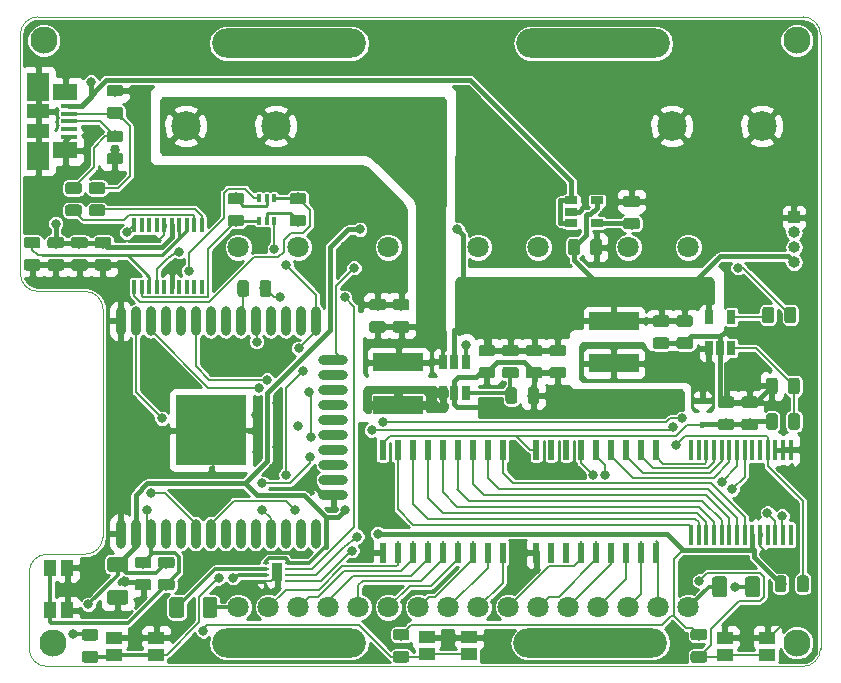
<source format=gbr>
%TF.GenerationSoftware,KiCad,Pcbnew,(6.0.0-rc1-dev-853-g5bbc2d74a)*%
%TF.CreationDate,2018-11-17T03:51:26+01:00*%
%TF.ProjectId,VFD_Watch,5646445F57617463682E6B696361645F,rev?*%
%TF.SameCoordinates,Original*%
%TF.FileFunction,Copper,L1,Top,Signal*%
%TF.FilePolarity,Positive*%
%FSLAX46Y46*%
G04 Gerber Fmt 4.6, Leading zero omitted, Abs format (unit mm)*
G04 Created by KiCad (PCBNEW (6.0.0-rc1-dev-853-g5bbc2d74a)) date 2018 November 17, Saturday 03:51:26*
%MOMM*%
%LPD*%
G01*
G04 APERTURE LIST*
%ADD10C,0.050000*%
%ADD11C,1.800000*%
%ADD12O,13.000000X2.500000*%
%ADD13O,0.900000X2.500000*%
%ADD14O,2.500000X0.900000*%
%ADD15R,6.000000X6.000000*%
%ADD16C,0.800000*%
%ADD17R,0.600000X1.725000*%
%ADD18C,0.150000*%
%ADD19C,1.250000*%
%ADD20R,0.400000X1.200000*%
%ADD21O,1.000000X1.000000*%
%ADD22R,1.000000X1.000000*%
%ADD23R,0.450000X1.750000*%
%ADD24C,0.975000*%
%ADD25C,2.300000*%
%ADD26R,1.060000X0.650000*%
%ADD27R,4.200000X1.500000*%
%ADD28C,2.500000*%
%ADD29R,0.450000X0.600000*%
%ADD30R,1.380000X0.450000*%
%ADD31R,2.100000X1.475000*%
%ADD32R,1.900000X2.375000*%
%ADD33R,1.900000X1.175000*%
%ADD34R,0.400000X0.650000*%
%ADD35R,1.400000X1.050000*%
%ADD36R,1.050000X1.400000*%
%ADD37R,0.500000X0.250000*%
%ADD38R,0.900000X1.600000*%
%ADD39R,0.650000X1.220000*%
%ADD40C,0.300000*%
%ADD41C,0.200000*%
%ADD42C,0.400000*%
%ADD43C,0.250000*%
%ADD44C,0.254000*%
G04 APERTURE END LIST*
D10*
X93750000Y-117000000D02*
G75*
G02X92250000Y-118500000I-1500000J0D01*
G01*
X92250000Y-96250000D02*
G75*
G02X93750000Y-97750000I0J-1500000D01*
G01*
X88250000Y-96250000D02*
G75*
G02X86750000Y-94750000I0J1500000D01*
G01*
X87500000Y-120000000D02*
G75*
G02X89000000Y-118500000I1500000J0D01*
G01*
X89000000Y-128000000D02*
G75*
G02X87500000Y-126500000I0J1500000D01*
G01*
X154500000Y-126500000D02*
G75*
G02X153000000Y-128000000I-1500000J0D01*
G01*
X153000000Y-73000000D02*
G75*
G02X154500000Y-74500000I0J-1500000D01*
G01*
X86750000Y-74500000D02*
G75*
G02X88250000Y-73000000I1500000J0D01*
G01*
X87500000Y-120000000D02*
X87500000Y-126500000D01*
X92250000Y-118500000D02*
X89000000Y-118500000D01*
X93750000Y-97750000D02*
X93750000Y-117000000D01*
X88250000Y-96250000D02*
X92250000Y-96250000D01*
X86750000Y-76750000D02*
X86750000Y-94750000D01*
X86750000Y-74500000D02*
X86750000Y-76750000D01*
X153000000Y-73000000D02*
X88250000Y-73000000D01*
X154500000Y-74500000D02*
X154500000Y-126500000D01*
X89000000Y-128000000D02*
X153000000Y-128000000D01*
D11*
X105200000Y-92510000D03*
X110280000Y-92510000D03*
X117900000Y-92510000D03*
X125520000Y-92510000D03*
X130600000Y-92510000D03*
X138220000Y-92510000D03*
X143300000Y-92510000D03*
X143300000Y-122990000D03*
X140760000Y-122990000D03*
X138220000Y-122990000D03*
X135680000Y-122990000D03*
X133140000Y-122990000D03*
X130600000Y-122990000D03*
X128060000Y-122990000D03*
X125520000Y-122990000D03*
X122980000Y-122990000D03*
X120440000Y-122990000D03*
X117900000Y-122990000D03*
X115360000Y-122990000D03*
X112820000Y-122990000D03*
X110280000Y-122990000D03*
X107740000Y-122990000D03*
X105200000Y-122990000D03*
D12*
X135250000Y-75250000D03*
X109500000Y-75250000D03*
X135000000Y-126000000D03*
X109500000Y-126000000D03*
D13*
X95250000Y-98750000D03*
X96520000Y-98750000D03*
X97790000Y-98750000D03*
X99060000Y-98750000D03*
X100330000Y-98750000D03*
X101600000Y-98750000D03*
X102870000Y-98750000D03*
X104140000Y-98750000D03*
X105410000Y-98750000D03*
X106680000Y-98750000D03*
X107950000Y-98750000D03*
X109220000Y-98750000D03*
X110490000Y-98750000D03*
X111760000Y-98750000D03*
D14*
X113250000Y-102035000D03*
X113250000Y-103305000D03*
X113250000Y-104575000D03*
X113250000Y-105845000D03*
X113250000Y-107115000D03*
X113250000Y-108385000D03*
X113250000Y-109655000D03*
X113250000Y-110925000D03*
X113250000Y-112195000D03*
X113250000Y-113465000D03*
D13*
X111760000Y-116750000D03*
X110490000Y-116750000D03*
X109220000Y-116750000D03*
X107950000Y-116750000D03*
X106680000Y-116750000D03*
X105410000Y-116750000D03*
X104140000Y-116750000D03*
X102870000Y-116750000D03*
X101600000Y-116750000D03*
X100330000Y-116750000D03*
X99060000Y-116750000D03*
X97790000Y-116750000D03*
X96520000Y-116750000D03*
X95250000Y-116750000D03*
D15*
X102913000Y-108004000D03*
D16*
X104945000Y-105972000D03*
X104945000Y-106988000D03*
X104945000Y-108004000D03*
X104945000Y-109020000D03*
X104945000Y-110036000D03*
X103929000Y-105972000D03*
X103929000Y-106988000D03*
X103929000Y-108004000D03*
X103929000Y-109020000D03*
X103929000Y-110036000D03*
X102913000Y-110036000D03*
X102913000Y-109020000D03*
X102913000Y-108004000D03*
X102913000Y-106988000D03*
X102913000Y-105972000D03*
X101897000Y-105972000D03*
X101897000Y-106988000D03*
X101897000Y-108004000D03*
X101897000Y-109020000D03*
X101897000Y-110036000D03*
X100881000Y-110036000D03*
X100881000Y-109020000D03*
X100881000Y-108004000D03*
X100881000Y-106988000D03*
X100881000Y-105972000D03*
D15*
X102913000Y-108004000D03*
D17*
X117420000Y-118362500D03*
X118690000Y-118362500D03*
X119960000Y-118362500D03*
X121230000Y-118362500D03*
X122500000Y-118362500D03*
X123770000Y-118362500D03*
X125040000Y-118362500D03*
X126310000Y-118362500D03*
X127580000Y-118362500D03*
X117420000Y-109637500D03*
X118690000Y-109637500D03*
X119960000Y-109637500D03*
X121230000Y-109637500D03*
X122500000Y-109637500D03*
X123770000Y-109637500D03*
X125040000Y-109637500D03*
X126310000Y-109637500D03*
X127580000Y-109637500D03*
D18*
G36*
X95645083Y-121527320D02*
X95669352Y-121530920D01*
X95693150Y-121536881D01*
X95716250Y-121545146D01*
X95738428Y-121555636D01*
X95759472Y-121568249D01*
X95779177Y-121582863D01*
X95797356Y-121599339D01*
X95813832Y-121617518D01*
X95828446Y-121637223D01*
X95841059Y-121658267D01*
X95851549Y-121680445D01*
X95859814Y-121703545D01*
X95865775Y-121727343D01*
X95869375Y-121751612D01*
X95870579Y-121776116D01*
X95870579Y-122526116D01*
X95869375Y-122550620D01*
X95865775Y-122574889D01*
X95859814Y-122598687D01*
X95851549Y-122621787D01*
X95841059Y-122643965D01*
X95828446Y-122665009D01*
X95813832Y-122684714D01*
X95797356Y-122702893D01*
X95779177Y-122719369D01*
X95759472Y-122733983D01*
X95738428Y-122746596D01*
X95716250Y-122757086D01*
X95693150Y-122765351D01*
X95669352Y-122771312D01*
X95645083Y-122774912D01*
X95620579Y-122776116D01*
X94370579Y-122776116D01*
X94346075Y-122774912D01*
X94321806Y-122771312D01*
X94298008Y-122765351D01*
X94274908Y-122757086D01*
X94252730Y-122746596D01*
X94231686Y-122733983D01*
X94211981Y-122719369D01*
X94193802Y-122702893D01*
X94177326Y-122684714D01*
X94162712Y-122665009D01*
X94150099Y-122643965D01*
X94139609Y-122621787D01*
X94131344Y-122598687D01*
X94125383Y-122574889D01*
X94121783Y-122550620D01*
X94120579Y-122526116D01*
X94120579Y-121776116D01*
X94121783Y-121751612D01*
X94125383Y-121727343D01*
X94131344Y-121703545D01*
X94139609Y-121680445D01*
X94150099Y-121658267D01*
X94162712Y-121637223D01*
X94177326Y-121617518D01*
X94193802Y-121599339D01*
X94211981Y-121582863D01*
X94231686Y-121568249D01*
X94252730Y-121555636D01*
X94274908Y-121545146D01*
X94298008Y-121536881D01*
X94321806Y-121530920D01*
X94346075Y-121527320D01*
X94370579Y-121526116D01*
X95620579Y-121526116D01*
X95645083Y-121527320D01*
X95645083Y-121527320D01*
G37*
D19*
X94995579Y-122151116D03*
D18*
G36*
X95645083Y-118727320D02*
X95669352Y-118730920D01*
X95693150Y-118736881D01*
X95716250Y-118745146D01*
X95738428Y-118755636D01*
X95759472Y-118768249D01*
X95779177Y-118782863D01*
X95797356Y-118799339D01*
X95813832Y-118817518D01*
X95828446Y-118837223D01*
X95841059Y-118858267D01*
X95851549Y-118880445D01*
X95859814Y-118903545D01*
X95865775Y-118927343D01*
X95869375Y-118951612D01*
X95870579Y-118976116D01*
X95870579Y-119726116D01*
X95869375Y-119750620D01*
X95865775Y-119774889D01*
X95859814Y-119798687D01*
X95851549Y-119821787D01*
X95841059Y-119843965D01*
X95828446Y-119865009D01*
X95813832Y-119884714D01*
X95797356Y-119902893D01*
X95779177Y-119919369D01*
X95759472Y-119933983D01*
X95738428Y-119946596D01*
X95716250Y-119957086D01*
X95693150Y-119965351D01*
X95669352Y-119971312D01*
X95645083Y-119974912D01*
X95620579Y-119976116D01*
X94370579Y-119976116D01*
X94346075Y-119974912D01*
X94321806Y-119971312D01*
X94298008Y-119965351D01*
X94274908Y-119957086D01*
X94252730Y-119946596D01*
X94231686Y-119933983D01*
X94211981Y-119919369D01*
X94193802Y-119902893D01*
X94177326Y-119884714D01*
X94162712Y-119865009D01*
X94150099Y-119843965D01*
X94139609Y-119821787D01*
X94131344Y-119798687D01*
X94125383Y-119774889D01*
X94121783Y-119750620D01*
X94120579Y-119726116D01*
X94120579Y-118976116D01*
X94121783Y-118951612D01*
X94125383Y-118927343D01*
X94131344Y-118903545D01*
X94139609Y-118880445D01*
X94150099Y-118858267D01*
X94162712Y-118837223D01*
X94177326Y-118817518D01*
X94193802Y-118799339D01*
X94211981Y-118782863D01*
X94231686Y-118768249D01*
X94252730Y-118755636D01*
X94274908Y-118745146D01*
X94298008Y-118736881D01*
X94321806Y-118730920D01*
X94346075Y-118727320D01*
X94370579Y-118726116D01*
X95620579Y-118726116D01*
X95645083Y-118727320D01*
X95645083Y-118727320D01*
G37*
D19*
X94995579Y-119351116D03*
D20*
X96392500Y-95850000D03*
X97027500Y-95850000D03*
X97662500Y-95850000D03*
X98297500Y-95850000D03*
X98932500Y-95850000D03*
X99567500Y-95850000D03*
X100202500Y-95850000D03*
X100837500Y-95850000D03*
X101472500Y-95850000D03*
X102107500Y-95850000D03*
X102107500Y-90650000D03*
X101472500Y-90650000D03*
X100837500Y-90650000D03*
X100202500Y-90650000D03*
X99567500Y-90650000D03*
X98932500Y-90650000D03*
X98297500Y-90650000D03*
X97662500Y-90650000D03*
X97027500Y-90650000D03*
X96392500Y-90650000D03*
D21*
X152250000Y-93790000D03*
X152250000Y-92520000D03*
X152250000Y-91250000D03*
D22*
X152250000Y-89980000D03*
D17*
X130420000Y-118362500D03*
X131690000Y-118362500D03*
X132960000Y-118362500D03*
X134230000Y-118362500D03*
X135500000Y-118362500D03*
X136770000Y-118362500D03*
X138040000Y-118362500D03*
X139310000Y-118362500D03*
X140580000Y-118362500D03*
X130420000Y-109637500D03*
X131690000Y-109637500D03*
X132960000Y-109637500D03*
X134230000Y-109637500D03*
X135500000Y-109637500D03*
X136770000Y-109637500D03*
X138040000Y-109637500D03*
X139310000Y-109637500D03*
X140580000Y-109637500D03*
D23*
X143525000Y-109650000D03*
X144175000Y-109650000D03*
X144825000Y-109650000D03*
X145475000Y-109650000D03*
X146125000Y-109650000D03*
X146775000Y-109650000D03*
X147425000Y-109650000D03*
X148075000Y-109650000D03*
X148725000Y-109650000D03*
X149375000Y-109650000D03*
X150025000Y-109650000D03*
X150675000Y-109650000D03*
X151325000Y-109650000D03*
X151975000Y-109650000D03*
X151975000Y-116850000D03*
X151325000Y-116850000D03*
X150675000Y-116850000D03*
X150025000Y-116850000D03*
X149375000Y-116850000D03*
X148725000Y-116850000D03*
X148075000Y-116850000D03*
X147425000Y-116850000D03*
X146775000Y-116850000D03*
X146125000Y-116850000D03*
X145475000Y-116850000D03*
X144825000Y-116850000D03*
X144175000Y-116850000D03*
X143525000Y-116850000D03*
D18*
G36*
X153267642Y-120301174D02*
X153291303Y-120304684D01*
X153314507Y-120310496D01*
X153337029Y-120318554D01*
X153358653Y-120328782D01*
X153379170Y-120341079D01*
X153398383Y-120355329D01*
X153416107Y-120371393D01*
X153432171Y-120389117D01*
X153446421Y-120408330D01*
X153458718Y-120428847D01*
X153468946Y-120450471D01*
X153477004Y-120472993D01*
X153482816Y-120496197D01*
X153486326Y-120519858D01*
X153487500Y-120543750D01*
X153487500Y-121456250D01*
X153486326Y-121480142D01*
X153482816Y-121503803D01*
X153477004Y-121527007D01*
X153468946Y-121549529D01*
X153458718Y-121571153D01*
X153446421Y-121591670D01*
X153432171Y-121610883D01*
X153416107Y-121628607D01*
X153398383Y-121644671D01*
X153379170Y-121658921D01*
X153358653Y-121671218D01*
X153337029Y-121681446D01*
X153314507Y-121689504D01*
X153291303Y-121695316D01*
X153267642Y-121698826D01*
X153243750Y-121700000D01*
X152756250Y-121700000D01*
X152732358Y-121698826D01*
X152708697Y-121695316D01*
X152685493Y-121689504D01*
X152662971Y-121681446D01*
X152641347Y-121671218D01*
X152620830Y-121658921D01*
X152601617Y-121644671D01*
X152583893Y-121628607D01*
X152567829Y-121610883D01*
X152553579Y-121591670D01*
X152541282Y-121571153D01*
X152531054Y-121549529D01*
X152522996Y-121527007D01*
X152517184Y-121503803D01*
X152513674Y-121480142D01*
X152512500Y-121456250D01*
X152512500Y-120543750D01*
X152513674Y-120519858D01*
X152517184Y-120496197D01*
X152522996Y-120472993D01*
X152531054Y-120450471D01*
X152541282Y-120428847D01*
X152553579Y-120408330D01*
X152567829Y-120389117D01*
X152583893Y-120371393D01*
X152601617Y-120355329D01*
X152620830Y-120341079D01*
X152641347Y-120328782D01*
X152662971Y-120318554D01*
X152685493Y-120310496D01*
X152708697Y-120304684D01*
X152732358Y-120301174D01*
X152756250Y-120300000D01*
X153243750Y-120300000D01*
X153267642Y-120301174D01*
X153267642Y-120301174D01*
G37*
D24*
X153000000Y-121000000D03*
D18*
G36*
X151392642Y-120301174D02*
X151416303Y-120304684D01*
X151439507Y-120310496D01*
X151462029Y-120318554D01*
X151483653Y-120328782D01*
X151504170Y-120341079D01*
X151523383Y-120355329D01*
X151541107Y-120371393D01*
X151557171Y-120389117D01*
X151571421Y-120408330D01*
X151583718Y-120428847D01*
X151593946Y-120450471D01*
X151602004Y-120472993D01*
X151607816Y-120496197D01*
X151611326Y-120519858D01*
X151612500Y-120543750D01*
X151612500Y-121456250D01*
X151611326Y-121480142D01*
X151607816Y-121503803D01*
X151602004Y-121527007D01*
X151593946Y-121549529D01*
X151583718Y-121571153D01*
X151571421Y-121591670D01*
X151557171Y-121610883D01*
X151541107Y-121628607D01*
X151523383Y-121644671D01*
X151504170Y-121658921D01*
X151483653Y-121671218D01*
X151462029Y-121681446D01*
X151439507Y-121689504D01*
X151416303Y-121695316D01*
X151392642Y-121698826D01*
X151368750Y-121700000D01*
X150881250Y-121700000D01*
X150857358Y-121698826D01*
X150833697Y-121695316D01*
X150810493Y-121689504D01*
X150787971Y-121681446D01*
X150766347Y-121671218D01*
X150745830Y-121658921D01*
X150726617Y-121644671D01*
X150708893Y-121628607D01*
X150692829Y-121610883D01*
X150678579Y-121591670D01*
X150666282Y-121571153D01*
X150656054Y-121549529D01*
X150647996Y-121527007D01*
X150642184Y-121503803D01*
X150638674Y-121480142D01*
X150637500Y-121456250D01*
X150637500Y-120543750D01*
X150638674Y-120519858D01*
X150642184Y-120496197D01*
X150647996Y-120472993D01*
X150656054Y-120450471D01*
X150666282Y-120428847D01*
X150678579Y-120408330D01*
X150692829Y-120389117D01*
X150708893Y-120371393D01*
X150726617Y-120355329D01*
X150745830Y-120341079D01*
X150766347Y-120328782D01*
X150787971Y-120318554D01*
X150810493Y-120310496D01*
X150833697Y-120304684D01*
X150857358Y-120301174D01*
X150881250Y-120300000D01*
X151368750Y-120300000D01*
X151392642Y-120301174D01*
X151392642Y-120301174D01*
G37*
D24*
X151125000Y-121000000D03*
D25*
X152500000Y-75000000D03*
X88750000Y-75000000D03*
X152500000Y-126000000D03*
X89500000Y-126000000D03*
D26*
X135600000Y-88550000D03*
X135600000Y-90450000D03*
X133400000Y-90450000D03*
X133400000Y-89500000D03*
X133400000Y-88550000D03*
D27*
X137000000Y-98750000D03*
X137000000Y-102350000D03*
X118750000Y-102250000D03*
X118750000Y-105850000D03*
D28*
X108370000Y-82250000D03*
X100750000Y-82250000D03*
X141900000Y-82250000D03*
X149520000Y-82250000D03*
D18*
G36*
X94230142Y-91638674D02*
X94253803Y-91642184D01*
X94277007Y-91647996D01*
X94299529Y-91656054D01*
X94321153Y-91666282D01*
X94341670Y-91678579D01*
X94360883Y-91692829D01*
X94378607Y-91708893D01*
X94394671Y-91726617D01*
X94408921Y-91745830D01*
X94421218Y-91766347D01*
X94431446Y-91787971D01*
X94439504Y-91810493D01*
X94445316Y-91833697D01*
X94448826Y-91857358D01*
X94450000Y-91881250D01*
X94450000Y-92368750D01*
X94448826Y-92392642D01*
X94445316Y-92416303D01*
X94439504Y-92439507D01*
X94431446Y-92462029D01*
X94421218Y-92483653D01*
X94408921Y-92504170D01*
X94394671Y-92523383D01*
X94378607Y-92541107D01*
X94360883Y-92557171D01*
X94341670Y-92571421D01*
X94321153Y-92583718D01*
X94299529Y-92593946D01*
X94277007Y-92602004D01*
X94253803Y-92607816D01*
X94230142Y-92611326D01*
X94206250Y-92612500D01*
X93293750Y-92612500D01*
X93269858Y-92611326D01*
X93246197Y-92607816D01*
X93222993Y-92602004D01*
X93200471Y-92593946D01*
X93178847Y-92583718D01*
X93158330Y-92571421D01*
X93139117Y-92557171D01*
X93121393Y-92541107D01*
X93105329Y-92523383D01*
X93091079Y-92504170D01*
X93078782Y-92483653D01*
X93068554Y-92462029D01*
X93060496Y-92439507D01*
X93054684Y-92416303D01*
X93051174Y-92392642D01*
X93050000Y-92368750D01*
X93050000Y-91881250D01*
X93051174Y-91857358D01*
X93054684Y-91833697D01*
X93060496Y-91810493D01*
X93068554Y-91787971D01*
X93078782Y-91766347D01*
X93091079Y-91745830D01*
X93105329Y-91726617D01*
X93121393Y-91708893D01*
X93139117Y-91692829D01*
X93158330Y-91678579D01*
X93178847Y-91666282D01*
X93200471Y-91656054D01*
X93222993Y-91647996D01*
X93246197Y-91642184D01*
X93269858Y-91638674D01*
X93293750Y-91637500D01*
X94206250Y-91637500D01*
X94230142Y-91638674D01*
X94230142Y-91638674D01*
G37*
D24*
X93750000Y-92125000D03*
D18*
G36*
X94230142Y-93513674D02*
X94253803Y-93517184D01*
X94277007Y-93522996D01*
X94299529Y-93531054D01*
X94321153Y-93541282D01*
X94341670Y-93553579D01*
X94360883Y-93567829D01*
X94378607Y-93583893D01*
X94394671Y-93601617D01*
X94408921Y-93620830D01*
X94421218Y-93641347D01*
X94431446Y-93662971D01*
X94439504Y-93685493D01*
X94445316Y-93708697D01*
X94448826Y-93732358D01*
X94450000Y-93756250D01*
X94450000Y-94243750D01*
X94448826Y-94267642D01*
X94445316Y-94291303D01*
X94439504Y-94314507D01*
X94431446Y-94337029D01*
X94421218Y-94358653D01*
X94408921Y-94379170D01*
X94394671Y-94398383D01*
X94378607Y-94416107D01*
X94360883Y-94432171D01*
X94341670Y-94446421D01*
X94321153Y-94458718D01*
X94299529Y-94468946D01*
X94277007Y-94477004D01*
X94253803Y-94482816D01*
X94230142Y-94486326D01*
X94206250Y-94487500D01*
X93293750Y-94487500D01*
X93269858Y-94486326D01*
X93246197Y-94482816D01*
X93222993Y-94477004D01*
X93200471Y-94468946D01*
X93178847Y-94458718D01*
X93158330Y-94446421D01*
X93139117Y-94432171D01*
X93121393Y-94416107D01*
X93105329Y-94398383D01*
X93091079Y-94379170D01*
X93078782Y-94358653D01*
X93068554Y-94337029D01*
X93060496Y-94314507D01*
X93054684Y-94291303D01*
X93051174Y-94267642D01*
X93050000Y-94243750D01*
X93050000Y-93756250D01*
X93051174Y-93732358D01*
X93054684Y-93708697D01*
X93060496Y-93685493D01*
X93068554Y-93662971D01*
X93078782Y-93641347D01*
X93091079Y-93620830D01*
X93105329Y-93601617D01*
X93121393Y-93583893D01*
X93139117Y-93567829D01*
X93158330Y-93553579D01*
X93178847Y-93541282D01*
X93200471Y-93531054D01*
X93222993Y-93522996D01*
X93246197Y-93517184D01*
X93269858Y-93513674D01*
X93293750Y-93512500D01*
X94206250Y-93512500D01*
X94230142Y-93513674D01*
X94230142Y-93513674D01*
G37*
D24*
X93750000Y-94000000D03*
D18*
G36*
X119480142Y-96888674D02*
X119503803Y-96892184D01*
X119527007Y-96897996D01*
X119549529Y-96906054D01*
X119571153Y-96916282D01*
X119591670Y-96928579D01*
X119610883Y-96942829D01*
X119628607Y-96958893D01*
X119644671Y-96976617D01*
X119658921Y-96995830D01*
X119671218Y-97016347D01*
X119681446Y-97037971D01*
X119689504Y-97060493D01*
X119695316Y-97083697D01*
X119698826Y-97107358D01*
X119700000Y-97131250D01*
X119700000Y-97618750D01*
X119698826Y-97642642D01*
X119695316Y-97666303D01*
X119689504Y-97689507D01*
X119681446Y-97712029D01*
X119671218Y-97733653D01*
X119658921Y-97754170D01*
X119644671Y-97773383D01*
X119628607Y-97791107D01*
X119610883Y-97807171D01*
X119591670Y-97821421D01*
X119571153Y-97833718D01*
X119549529Y-97843946D01*
X119527007Y-97852004D01*
X119503803Y-97857816D01*
X119480142Y-97861326D01*
X119456250Y-97862500D01*
X118543750Y-97862500D01*
X118519858Y-97861326D01*
X118496197Y-97857816D01*
X118472993Y-97852004D01*
X118450471Y-97843946D01*
X118428847Y-97833718D01*
X118408330Y-97821421D01*
X118389117Y-97807171D01*
X118371393Y-97791107D01*
X118355329Y-97773383D01*
X118341079Y-97754170D01*
X118328782Y-97733653D01*
X118318554Y-97712029D01*
X118310496Y-97689507D01*
X118304684Y-97666303D01*
X118301174Y-97642642D01*
X118300000Y-97618750D01*
X118300000Y-97131250D01*
X118301174Y-97107358D01*
X118304684Y-97083697D01*
X118310496Y-97060493D01*
X118318554Y-97037971D01*
X118328782Y-97016347D01*
X118341079Y-96995830D01*
X118355329Y-96976617D01*
X118371393Y-96958893D01*
X118389117Y-96942829D01*
X118408330Y-96928579D01*
X118428847Y-96916282D01*
X118450471Y-96906054D01*
X118472993Y-96897996D01*
X118496197Y-96892184D01*
X118519858Y-96888674D01*
X118543750Y-96887500D01*
X119456250Y-96887500D01*
X119480142Y-96888674D01*
X119480142Y-96888674D01*
G37*
D24*
X119000000Y-97375000D03*
D18*
G36*
X119480142Y-98763674D02*
X119503803Y-98767184D01*
X119527007Y-98772996D01*
X119549529Y-98781054D01*
X119571153Y-98791282D01*
X119591670Y-98803579D01*
X119610883Y-98817829D01*
X119628607Y-98833893D01*
X119644671Y-98851617D01*
X119658921Y-98870830D01*
X119671218Y-98891347D01*
X119681446Y-98912971D01*
X119689504Y-98935493D01*
X119695316Y-98958697D01*
X119698826Y-98982358D01*
X119700000Y-99006250D01*
X119700000Y-99493750D01*
X119698826Y-99517642D01*
X119695316Y-99541303D01*
X119689504Y-99564507D01*
X119681446Y-99587029D01*
X119671218Y-99608653D01*
X119658921Y-99629170D01*
X119644671Y-99648383D01*
X119628607Y-99666107D01*
X119610883Y-99682171D01*
X119591670Y-99696421D01*
X119571153Y-99708718D01*
X119549529Y-99718946D01*
X119527007Y-99727004D01*
X119503803Y-99732816D01*
X119480142Y-99736326D01*
X119456250Y-99737500D01*
X118543750Y-99737500D01*
X118519858Y-99736326D01*
X118496197Y-99732816D01*
X118472993Y-99727004D01*
X118450471Y-99718946D01*
X118428847Y-99708718D01*
X118408330Y-99696421D01*
X118389117Y-99682171D01*
X118371393Y-99666107D01*
X118355329Y-99648383D01*
X118341079Y-99629170D01*
X118328782Y-99608653D01*
X118318554Y-99587029D01*
X118310496Y-99564507D01*
X118304684Y-99541303D01*
X118301174Y-99517642D01*
X118300000Y-99493750D01*
X118300000Y-99006250D01*
X118301174Y-98982358D01*
X118304684Y-98958697D01*
X118310496Y-98935493D01*
X118318554Y-98912971D01*
X118328782Y-98891347D01*
X118341079Y-98870830D01*
X118355329Y-98851617D01*
X118371393Y-98833893D01*
X118389117Y-98817829D01*
X118408330Y-98803579D01*
X118428847Y-98791282D01*
X118450471Y-98781054D01*
X118472993Y-98772996D01*
X118496197Y-98767184D01*
X118519858Y-98763674D01*
X118543750Y-98762500D01*
X119456250Y-98762500D01*
X119480142Y-98763674D01*
X119480142Y-98763674D01*
G37*
D24*
X119000000Y-99250000D03*
D18*
G36*
X95230142Y-82638674D02*
X95253803Y-82642184D01*
X95277007Y-82647996D01*
X95299529Y-82656054D01*
X95321153Y-82666282D01*
X95341670Y-82678579D01*
X95360883Y-82692829D01*
X95378607Y-82708893D01*
X95394671Y-82726617D01*
X95408921Y-82745830D01*
X95421218Y-82766347D01*
X95431446Y-82787971D01*
X95439504Y-82810493D01*
X95445316Y-82833697D01*
X95448826Y-82857358D01*
X95450000Y-82881250D01*
X95450000Y-83368750D01*
X95448826Y-83392642D01*
X95445316Y-83416303D01*
X95439504Y-83439507D01*
X95431446Y-83462029D01*
X95421218Y-83483653D01*
X95408921Y-83504170D01*
X95394671Y-83523383D01*
X95378607Y-83541107D01*
X95360883Y-83557171D01*
X95341670Y-83571421D01*
X95321153Y-83583718D01*
X95299529Y-83593946D01*
X95277007Y-83602004D01*
X95253803Y-83607816D01*
X95230142Y-83611326D01*
X95206250Y-83612500D01*
X94293750Y-83612500D01*
X94269858Y-83611326D01*
X94246197Y-83607816D01*
X94222993Y-83602004D01*
X94200471Y-83593946D01*
X94178847Y-83583718D01*
X94158330Y-83571421D01*
X94139117Y-83557171D01*
X94121393Y-83541107D01*
X94105329Y-83523383D01*
X94091079Y-83504170D01*
X94078782Y-83483653D01*
X94068554Y-83462029D01*
X94060496Y-83439507D01*
X94054684Y-83416303D01*
X94051174Y-83392642D01*
X94050000Y-83368750D01*
X94050000Y-82881250D01*
X94051174Y-82857358D01*
X94054684Y-82833697D01*
X94060496Y-82810493D01*
X94068554Y-82787971D01*
X94078782Y-82766347D01*
X94091079Y-82745830D01*
X94105329Y-82726617D01*
X94121393Y-82708893D01*
X94139117Y-82692829D01*
X94158330Y-82678579D01*
X94178847Y-82666282D01*
X94200471Y-82656054D01*
X94222993Y-82647996D01*
X94246197Y-82642184D01*
X94269858Y-82638674D01*
X94293750Y-82637500D01*
X95206250Y-82637500D01*
X95230142Y-82638674D01*
X95230142Y-82638674D01*
G37*
D24*
X94750000Y-83125000D03*
D18*
G36*
X95230142Y-84513674D02*
X95253803Y-84517184D01*
X95277007Y-84522996D01*
X95299529Y-84531054D01*
X95321153Y-84541282D01*
X95341670Y-84553579D01*
X95360883Y-84567829D01*
X95378607Y-84583893D01*
X95394671Y-84601617D01*
X95408921Y-84620830D01*
X95421218Y-84641347D01*
X95431446Y-84662971D01*
X95439504Y-84685493D01*
X95445316Y-84708697D01*
X95448826Y-84732358D01*
X95450000Y-84756250D01*
X95450000Y-85243750D01*
X95448826Y-85267642D01*
X95445316Y-85291303D01*
X95439504Y-85314507D01*
X95431446Y-85337029D01*
X95421218Y-85358653D01*
X95408921Y-85379170D01*
X95394671Y-85398383D01*
X95378607Y-85416107D01*
X95360883Y-85432171D01*
X95341670Y-85446421D01*
X95321153Y-85458718D01*
X95299529Y-85468946D01*
X95277007Y-85477004D01*
X95253803Y-85482816D01*
X95230142Y-85486326D01*
X95206250Y-85487500D01*
X94293750Y-85487500D01*
X94269858Y-85486326D01*
X94246197Y-85482816D01*
X94222993Y-85477004D01*
X94200471Y-85468946D01*
X94178847Y-85458718D01*
X94158330Y-85446421D01*
X94139117Y-85432171D01*
X94121393Y-85416107D01*
X94105329Y-85398383D01*
X94091079Y-85379170D01*
X94078782Y-85358653D01*
X94068554Y-85337029D01*
X94060496Y-85314507D01*
X94054684Y-85291303D01*
X94051174Y-85267642D01*
X94050000Y-85243750D01*
X94050000Y-84756250D01*
X94051174Y-84732358D01*
X94054684Y-84708697D01*
X94060496Y-84685493D01*
X94068554Y-84662971D01*
X94078782Y-84641347D01*
X94091079Y-84620830D01*
X94105329Y-84601617D01*
X94121393Y-84583893D01*
X94139117Y-84567829D01*
X94158330Y-84553579D01*
X94178847Y-84541282D01*
X94200471Y-84531054D01*
X94222993Y-84522996D01*
X94246197Y-84517184D01*
X94269858Y-84513674D01*
X94293750Y-84512500D01*
X95206250Y-84512500D01*
X95230142Y-84513674D01*
X95230142Y-84513674D01*
G37*
D24*
X94750000Y-85000000D03*
D18*
G36*
X95230142Y-78763674D02*
X95253803Y-78767184D01*
X95277007Y-78772996D01*
X95299529Y-78781054D01*
X95321153Y-78791282D01*
X95341670Y-78803579D01*
X95360883Y-78817829D01*
X95378607Y-78833893D01*
X95394671Y-78851617D01*
X95408921Y-78870830D01*
X95421218Y-78891347D01*
X95431446Y-78912971D01*
X95439504Y-78935493D01*
X95445316Y-78958697D01*
X95448826Y-78982358D01*
X95450000Y-79006250D01*
X95450000Y-79493750D01*
X95448826Y-79517642D01*
X95445316Y-79541303D01*
X95439504Y-79564507D01*
X95431446Y-79587029D01*
X95421218Y-79608653D01*
X95408921Y-79629170D01*
X95394671Y-79648383D01*
X95378607Y-79666107D01*
X95360883Y-79682171D01*
X95341670Y-79696421D01*
X95321153Y-79708718D01*
X95299529Y-79718946D01*
X95277007Y-79727004D01*
X95253803Y-79732816D01*
X95230142Y-79736326D01*
X95206250Y-79737500D01*
X94293750Y-79737500D01*
X94269858Y-79736326D01*
X94246197Y-79732816D01*
X94222993Y-79727004D01*
X94200471Y-79718946D01*
X94178847Y-79708718D01*
X94158330Y-79696421D01*
X94139117Y-79682171D01*
X94121393Y-79666107D01*
X94105329Y-79648383D01*
X94091079Y-79629170D01*
X94078782Y-79608653D01*
X94068554Y-79587029D01*
X94060496Y-79564507D01*
X94054684Y-79541303D01*
X94051174Y-79517642D01*
X94050000Y-79493750D01*
X94050000Y-79006250D01*
X94051174Y-78982358D01*
X94054684Y-78958697D01*
X94060496Y-78935493D01*
X94068554Y-78912971D01*
X94078782Y-78891347D01*
X94091079Y-78870830D01*
X94105329Y-78851617D01*
X94121393Y-78833893D01*
X94139117Y-78817829D01*
X94158330Y-78803579D01*
X94178847Y-78791282D01*
X94200471Y-78781054D01*
X94222993Y-78772996D01*
X94246197Y-78767184D01*
X94269858Y-78763674D01*
X94293750Y-78762500D01*
X95206250Y-78762500D01*
X95230142Y-78763674D01*
X95230142Y-78763674D01*
G37*
D24*
X94750000Y-79250000D03*
D18*
G36*
X95230142Y-80638674D02*
X95253803Y-80642184D01*
X95277007Y-80647996D01*
X95299529Y-80656054D01*
X95321153Y-80666282D01*
X95341670Y-80678579D01*
X95360883Y-80692829D01*
X95378607Y-80708893D01*
X95394671Y-80726617D01*
X95408921Y-80745830D01*
X95421218Y-80766347D01*
X95431446Y-80787971D01*
X95439504Y-80810493D01*
X95445316Y-80833697D01*
X95448826Y-80857358D01*
X95450000Y-80881250D01*
X95450000Y-81368750D01*
X95448826Y-81392642D01*
X95445316Y-81416303D01*
X95439504Y-81439507D01*
X95431446Y-81462029D01*
X95421218Y-81483653D01*
X95408921Y-81504170D01*
X95394671Y-81523383D01*
X95378607Y-81541107D01*
X95360883Y-81557171D01*
X95341670Y-81571421D01*
X95321153Y-81583718D01*
X95299529Y-81593946D01*
X95277007Y-81602004D01*
X95253803Y-81607816D01*
X95230142Y-81611326D01*
X95206250Y-81612500D01*
X94293750Y-81612500D01*
X94269858Y-81611326D01*
X94246197Y-81607816D01*
X94222993Y-81602004D01*
X94200471Y-81593946D01*
X94178847Y-81583718D01*
X94158330Y-81571421D01*
X94139117Y-81557171D01*
X94121393Y-81541107D01*
X94105329Y-81523383D01*
X94091079Y-81504170D01*
X94078782Y-81483653D01*
X94068554Y-81462029D01*
X94060496Y-81439507D01*
X94054684Y-81416303D01*
X94051174Y-81392642D01*
X94050000Y-81368750D01*
X94050000Y-80881250D01*
X94051174Y-80857358D01*
X94054684Y-80833697D01*
X94060496Y-80810493D01*
X94068554Y-80787971D01*
X94078782Y-80766347D01*
X94091079Y-80745830D01*
X94105329Y-80726617D01*
X94121393Y-80708893D01*
X94139117Y-80692829D01*
X94158330Y-80678579D01*
X94178847Y-80666282D01*
X94200471Y-80656054D01*
X94222993Y-80647996D01*
X94246197Y-80642184D01*
X94269858Y-80638674D01*
X94293750Y-80637500D01*
X95206250Y-80637500D01*
X95230142Y-80638674D01*
X95230142Y-80638674D01*
G37*
D24*
X94750000Y-81125000D03*
D18*
G36*
X117480142Y-98763674D02*
X117503803Y-98767184D01*
X117527007Y-98772996D01*
X117549529Y-98781054D01*
X117571153Y-98791282D01*
X117591670Y-98803579D01*
X117610883Y-98817829D01*
X117628607Y-98833893D01*
X117644671Y-98851617D01*
X117658921Y-98870830D01*
X117671218Y-98891347D01*
X117681446Y-98912971D01*
X117689504Y-98935493D01*
X117695316Y-98958697D01*
X117698826Y-98982358D01*
X117700000Y-99006250D01*
X117700000Y-99493750D01*
X117698826Y-99517642D01*
X117695316Y-99541303D01*
X117689504Y-99564507D01*
X117681446Y-99587029D01*
X117671218Y-99608653D01*
X117658921Y-99629170D01*
X117644671Y-99648383D01*
X117628607Y-99666107D01*
X117610883Y-99682171D01*
X117591670Y-99696421D01*
X117571153Y-99708718D01*
X117549529Y-99718946D01*
X117527007Y-99727004D01*
X117503803Y-99732816D01*
X117480142Y-99736326D01*
X117456250Y-99737500D01*
X116543750Y-99737500D01*
X116519858Y-99736326D01*
X116496197Y-99732816D01*
X116472993Y-99727004D01*
X116450471Y-99718946D01*
X116428847Y-99708718D01*
X116408330Y-99696421D01*
X116389117Y-99682171D01*
X116371393Y-99666107D01*
X116355329Y-99648383D01*
X116341079Y-99629170D01*
X116328782Y-99608653D01*
X116318554Y-99587029D01*
X116310496Y-99564507D01*
X116304684Y-99541303D01*
X116301174Y-99517642D01*
X116300000Y-99493750D01*
X116300000Y-99006250D01*
X116301174Y-98982358D01*
X116304684Y-98958697D01*
X116310496Y-98935493D01*
X116318554Y-98912971D01*
X116328782Y-98891347D01*
X116341079Y-98870830D01*
X116355329Y-98851617D01*
X116371393Y-98833893D01*
X116389117Y-98817829D01*
X116408330Y-98803579D01*
X116428847Y-98791282D01*
X116450471Y-98781054D01*
X116472993Y-98772996D01*
X116496197Y-98767184D01*
X116519858Y-98763674D01*
X116543750Y-98762500D01*
X117456250Y-98762500D01*
X117480142Y-98763674D01*
X117480142Y-98763674D01*
G37*
D24*
X117000000Y-99250000D03*
D18*
G36*
X117480142Y-96888674D02*
X117503803Y-96892184D01*
X117527007Y-96897996D01*
X117549529Y-96906054D01*
X117571153Y-96916282D01*
X117591670Y-96928579D01*
X117610883Y-96942829D01*
X117628607Y-96958893D01*
X117644671Y-96976617D01*
X117658921Y-96995830D01*
X117671218Y-97016347D01*
X117681446Y-97037971D01*
X117689504Y-97060493D01*
X117695316Y-97083697D01*
X117698826Y-97107358D01*
X117700000Y-97131250D01*
X117700000Y-97618750D01*
X117698826Y-97642642D01*
X117695316Y-97666303D01*
X117689504Y-97689507D01*
X117681446Y-97712029D01*
X117671218Y-97733653D01*
X117658921Y-97754170D01*
X117644671Y-97773383D01*
X117628607Y-97791107D01*
X117610883Y-97807171D01*
X117591670Y-97821421D01*
X117571153Y-97833718D01*
X117549529Y-97843946D01*
X117527007Y-97852004D01*
X117503803Y-97857816D01*
X117480142Y-97861326D01*
X117456250Y-97862500D01*
X116543750Y-97862500D01*
X116519858Y-97861326D01*
X116496197Y-97857816D01*
X116472993Y-97852004D01*
X116450471Y-97843946D01*
X116428847Y-97833718D01*
X116408330Y-97821421D01*
X116389117Y-97807171D01*
X116371393Y-97791107D01*
X116355329Y-97773383D01*
X116341079Y-97754170D01*
X116328782Y-97733653D01*
X116318554Y-97712029D01*
X116310496Y-97689507D01*
X116304684Y-97666303D01*
X116301174Y-97642642D01*
X116300000Y-97618750D01*
X116300000Y-97131250D01*
X116301174Y-97107358D01*
X116304684Y-97083697D01*
X116310496Y-97060493D01*
X116318554Y-97037971D01*
X116328782Y-97016347D01*
X116341079Y-96995830D01*
X116355329Y-96976617D01*
X116371393Y-96958893D01*
X116389117Y-96942829D01*
X116408330Y-96928579D01*
X116428847Y-96916282D01*
X116450471Y-96906054D01*
X116472993Y-96897996D01*
X116496197Y-96892184D01*
X116519858Y-96888674D01*
X116543750Y-96887500D01*
X117456250Y-96887500D01*
X117480142Y-96888674D01*
X117480142Y-96888674D01*
G37*
D24*
X117000000Y-97375000D03*
D18*
G36*
X133892642Y-91801174D02*
X133916303Y-91804684D01*
X133939507Y-91810496D01*
X133962029Y-91818554D01*
X133983653Y-91828782D01*
X134004170Y-91841079D01*
X134023383Y-91855329D01*
X134041107Y-91871393D01*
X134057171Y-91889117D01*
X134071421Y-91908330D01*
X134083718Y-91928847D01*
X134093946Y-91950471D01*
X134102004Y-91972993D01*
X134107816Y-91996197D01*
X134111326Y-92019858D01*
X134112500Y-92043750D01*
X134112500Y-92956250D01*
X134111326Y-92980142D01*
X134107816Y-93003803D01*
X134102004Y-93027007D01*
X134093946Y-93049529D01*
X134083718Y-93071153D01*
X134071421Y-93091670D01*
X134057171Y-93110883D01*
X134041107Y-93128607D01*
X134023383Y-93144671D01*
X134004170Y-93158921D01*
X133983653Y-93171218D01*
X133962029Y-93181446D01*
X133939507Y-93189504D01*
X133916303Y-93195316D01*
X133892642Y-93198826D01*
X133868750Y-93200000D01*
X133381250Y-93200000D01*
X133357358Y-93198826D01*
X133333697Y-93195316D01*
X133310493Y-93189504D01*
X133287971Y-93181446D01*
X133266347Y-93171218D01*
X133245830Y-93158921D01*
X133226617Y-93144671D01*
X133208893Y-93128607D01*
X133192829Y-93110883D01*
X133178579Y-93091670D01*
X133166282Y-93071153D01*
X133156054Y-93049529D01*
X133147996Y-93027007D01*
X133142184Y-93003803D01*
X133138674Y-92980142D01*
X133137500Y-92956250D01*
X133137500Y-92043750D01*
X133138674Y-92019858D01*
X133142184Y-91996197D01*
X133147996Y-91972993D01*
X133156054Y-91950471D01*
X133166282Y-91928847D01*
X133178579Y-91908330D01*
X133192829Y-91889117D01*
X133208893Y-91871393D01*
X133226617Y-91855329D01*
X133245830Y-91841079D01*
X133266347Y-91828782D01*
X133287971Y-91818554D01*
X133310493Y-91810496D01*
X133333697Y-91804684D01*
X133357358Y-91801174D01*
X133381250Y-91800000D01*
X133868750Y-91800000D01*
X133892642Y-91801174D01*
X133892642Y-91801174D01*
G37*
D24*
X133625000Y-92500000D03*
D18*
G36*
X135767642Y-91801174D02*
X135791303Y-91804684D01*
X135814507Y-91810496D01*
X135837029Y-91818554D01*
X135858653Y-91828782D01*
X135879170Y-91841079D01*
X135898383Y-91855329D01*
X135916107Y-91871393D01*
X135932171Y-91889117D01*
X135946421Y-91908330D01*
X135958718Y-91928847D01*
X135968946Y-91950471D01*
X135977004Y-91972993D01*
X135982816Y-91996197D01*
X135986326Y-92019858D01*
X135987500Y-92043750D01*
X135987500Y-92956250D01*
X135986326Y-92980142D01*
X135982816Y-93003803D01*
X135977004Y-93027007D01*
X135968946Y-93049529D01*
X135958718Y-93071153D01*
X135946421Y-93091670D01*
X135932171Y-93110883D01*
X135916107Y-93128607D01*
X135898383Y-93144671D01*
X135879170Y-93158921D01*
X135858653Y-93171218D01*
X135837029Y-93181446D01*
X135814507Y-93189504D01*
X135791303Y-93195316D01*
X135767642Y-93198826D01*
X135743750Y-93200000D01*
X135256250Y-93200000D01*
X135232358Y-93198826D01*
X135208697Y-93195316D01*
X135185493Y-93189504D01*
X135162971Y-93181446D01*
X135141347Y-93171218D01*
X135120830Y-93158921D01*
X135101617Y-93144671D01*
X135083893Y-93128607D01*
X135067829Y-93110883D01*
X135053579Y-93091670D01*
X135041282Y-93071153D01*
X135031054Y-93049529D01*
X135022996Y-93027007D01*
X135017184Y-93003803D01*
X135013674Y-92980142D01*
X135012500Y-92956250D01*
X135012500Y-92043750D01*
X135013674Y-92019858D01*
X135017184Y-91996197D01*
X135022996Y-91972993D01*
X135031054Y-91950471D01*
X135041282Y-91928847D01*
X135053579Y-91908330D01*
X135067829Y-91889117D01*
X135083893Y-91871393D01*
X135101617Y-91855329D01*
X135120830Y-91841079D01*
X135141347Y-91828782D01*
X135162971Y-91818554D01*
X135185493Y-91810496D01*
X135208697Y-91804684D01*
X135232358Y-91801174D01*
X135256250Y-91800000D01*
X135743750Y-91800000D01*
X135767642Y-91801174D01*
X135767642Y-91801174D01*
G37*
D24*
X135500000Y-92500000D03*
D18*
G36*
X90230142Y-93513674D02*
X90253803Y-93517184D01*
X90277007Y-93522996D01*
X90299529Y-93531054D01*
X90321153Y-93541282D01*
X90341670Y-93553579D01*
X90360883Y-93567829D01*
X90378607Y-93583893D01*
X90394671Y-93601617D01*
X90408921Y-93620830D01*
X90421218Y-93641347D01*
X90431446Y-93662971D01*
X90439504Y-93685493D01*
X90445316Y-93708697D01*
X90448826Y-93732358D01*
X90450000Y-93756250D01*
X90450000Y-94243750D01*
X90448826Y-94267642D01*
X90445316Y-94291303D01*
X90439504Y-94314507D01*
X90431446Y-94337029D01*
X90421218Y-94358653D01*
X90408921Y-94379170D01*
X90394671Y-94398383D01*
X90378607Y-94416107D01*
X90360883Y-94432171D01*
X90341670Y-94446421D01*
X90321153Y-94458718D01*
X90299529Y-94468946D01*
X90277007Y-94477004D01*
X90253803Y-94482816D01*
X90230142Y-94486326D01*
X90206250Y-94487500D01*
X89293750Y-94487500D01*
X89269858Y-94486326D01*
X89246197Y-94482816D01*
X89222993Y-94477004D01*
X89200471Y-94468946D01*
X89178847Y-94458718D01*
X89158330Y-94446421D01*
X89139117Y-94432171D01*
X89121393Y-94416107D01*
X89105329Y-94398383D01*
X89091079Y-94379170D01*
X89078782Y-94358653D01*
X89068554Y-94337029D01*
X89060496Y-94314507D01*
X89054684Y-94291303D01*
X89051174Y-94267642D01*
X89050000Y-94243750D01*
X89050000Y-93756250D01*
X89051174Y-93732358D01*
X89054684Y-93708697D01*
X89060496Y-93685493D01*
X89068554Y-93662971D01*
X89078782Y-93641347D01*
X89091079Y-93620830D01*
X89105329Y-93601617D01*
X89121393Y-93583893D01*
X89139117Y-93567829D01*
X89158330Y-93553579D01*
X89178847Y-93541282D01*
X89200471Y-93531054D01*
X89222993Y-93522996D01*
X89246197Y-93517184D01*
X89269858Y-93513674D01*
X89293750Y-93512500D01*
X90206250Y-93512500D01*
X90230142Y-93513674D01*
X90230142Y-93513674D01*
G37*
D24*
X89750000Y-94000000D03*
D18*
G36*
X90230142Y-91638674D02*
X90253803Y-91642184D01*
X90277007Y-91647996D01*
X90299529Y-91656054D01*
X90321153Y-91666282D01*
X90341670Y-91678579D01*
X90360883Y-91692829D01*
X90378607Y-91708893D01*
X90394671Y-91726617D01*
X90408921Y-91745830D01*
X90421218Y-91766347D01*
X90431446Y-91787971D01*
X90439504Y-91810493D01*
X90445316Y-91833697D01*
X90448826Y-91857358D01*
X90450000Y-91881250D01*
X90450000Y-92368750D01*
X90448826Y-92392642D01*
X90445316Y-92416303D01*
X90439504Y-92439507D01*
X90431446Y-92462029D01*
X90421218Y-92483653D01*
X90408921Y-92504170D01*
X90394671Y-92523383D01*
X90378607Y-92541107D01*
X90360883Y-92557171D01*
X90341670Y-92571421D01*
X90321153Y-92583718D01*
X90299529Y-92593946D01*
X90277007Y-92602004D01*
X90253803Y-92607816D01*
X90230142Y-92611326D01*
X90206250Y-92612500D01*
X89293750Y-92612500D01*
X89269858Y-92611326D01*
X89246197Y-92607816D01*
X89222993Y-92602004D01*
X89200471Y-92593946D01*
X89178847Y-92583718D01*
X89158330Y-92571421D01*
X89139117Y-92557171D01*
X89121393Y-92541107D01*
X89105329Y-92523383D01*
X89091079Y-92504170D01*
X89078782Y-92483653D01*
X89068554Y-92462029D01*
X89060496Y-92439507D01*
X89054684Y-92416303D01*
X89051174Y-92392642D01*
X89050000Y-92368750D01*
X89050000Y-91881250D01*
X89051174Y-91857358D01*
X89054684Y-91833697D01*
X89060496Y-91810493D01*
X89068554Y-91787971D01*
X89078782Y-91766347D01*
X89091079Y-91745830D01*
X89105329Y-91726617D01*
X89121393Y-91708893D01*
X89139117Y-91692829D01*
X89158330Y-91678579D01*
X89178847Y-91666282D01*
X89200471Y-91656054D01*
X89222993Y-91647996D01*
X89246197Y-91642184D01*
X89269858Y-91638674D01*
X89293750Y-91637500D01*
X90206250Y-91637500D01*
X90230142Y-91638674D01*
X90230142Y-91638674D01*
G37*
D24*
X89750000Y-92125000D03*
D18*
G36*
X92230142Y-91638674D02*
X92253803Y-91642184D01*
X92277007Y-91647996D01*
X92299529Y-91656054D01*
X92321153Y-91666282D01*
X92341670Y-91678579D01*
X92360883Y-91692829D01*
X92378607Y-91708893D01*
X92394671Y-91726617D01*
X92408921Y-91745830D01*
X92421218Y-91766347D01*
X92431446Y-91787971D01*
X92439504Y-91810493D01*
X92445316Y-91833697D01*
X92448826Y-91857358D01*
X92450000Y-91881250D01*
X92450000Y-92368750D01*
X92448826Y-92392642D01*
X92445316Y-92416303D01*
X92439504Y-92439507D01*
X92431446Y-92462029D01*
X92421218Y-92483653D01*
X92408921Y-92504170D01*
X92394671Y-92523383D01*
X92378607Y-92541107D01*
X92360883Y-92557171D01*
X92341670Y-92571421D01*
X92321153Y-92583718D01*
X92299529Y-92593946D01*
X92277007Y-92602004D01*
X92253803Y-92607816D01*
X92230142Y-92611326D01*
X92206250Y-92612500D01*
X91293750Y-92612500D01*
X91269858Y-92611326D01*
X91246197Y-92607816D01*
X91222993Y-92602004D01*
X91200471Y-92593946D01*
X91178847Y-92583718D01*
X91158330Y-92571421D01*
X91139117Y-92557171D01*
X91121393Y-92541107D01*
X91105329Y-92523383D01*
X91091079Y-92504170D01*
X91078782Y-92483653D01*
X91068554Y-92462029D01*
X91060496Y-92439507D01*
X91054684Y-92416303D01*
X91051174Y-92392642D01*
X91050000Y-92368750D01*
X91050000Y-91881250D01*
X91051174Y-91857358D01*
X91054684Y-91833697D01*
X91060496Y-91810493D01*
X91068554Y-91787971D01*
X91078782Y-91766347D01*
X91091079Y-91745830D01*
X91105329Y-91726617D01*
X91121393Y-91708893D01*
X91139117Y-91692829D01*
X91158330Y-91678579D01*
X91178847Y-91666282D01*
X91200471Y-91656054D01*
X91222993Y-91647996D01*
X91246197Y-91642184D01*
X91269858Y-91638674D01*
X91293750Y-91637500D01*
X92206250Y-91637500D01*
X92230142Y-91638674D01*
X92230142Y-91638674D01*
G37*
D24*
X91750000Y-92125000D03*
D18*
G36*
X92230142Y-93513674D02*
X92253803Y-93517184D01*
X92277007Y-93522996D01*
X92299529Y-93531054D01*
X92321153Y-93541282D01*
X92341670Y-93553579D01*
X92360883Y-93567829D01*
X92378607Y-93583893D01*
X92394671Y-93601617D01*
X92408921Y-93620830D01*
X92421218Y-93641347D01*
X92431446Y-93662971D01*
X92439504Y-93685493D01*
X92445316Y-93708697D01*
X92448826Y-93732358D01*
X92450000Y-93756250D01*
X92450000Y-94243750D01*
X92448826Y-94267642D01*
X92445316Y-94291303D01*
X92439504Y-94314507D01*
X92431446Y-94337029D01*
X92421218Y-94358653D01*
X92408921Y-94379170D01*
X92394671Y-94398383D01*
X92378607Y-94416107D01*
X92360883Y-94432171D01*
X92341670Y-94446421D01*
X92321153Y-94458718D01*
X92299529Y-94468946D01*
X92277007Y-94477004D01*
X92253803Y-94482816D01*
X92230142Y-94486326D01*
X92206250Y-94487500D01*
X91293750Y-94487500D01*
X91269858Y-94486326D01*
X91246197Y-94482816D01*
X91222993Y-94477004D01*
X91200471Y-94468946D01*
X91178847Y-94458718D01*
X91158330Y-94446421D01*
X91139117Y-94432171D01*
X91121393Y-94416107D01*
X91105329Y-94398383D01*
X91091079Y-94379170D01*
X91078782Y-94358653D01*
X91068554Y-94337029D01*
X91060496Y-94314507D01*
X91054684Y-94291303D01*
X91051174Y-94267642D01*
X91050000Y-94243750D01*
X91050000Y-93756250D01*
X91051174Y-93732358D01*
X91054684Y-93708697D01*
X91060496Y-93685493D01*
X91068554Y-93662971D01*
X91078782Y-93641347D01*
X91091079Y-93620830D01*
X91105329Y-93601617D01*
X91121393Y-93583893D01*
X91139117Y-93567829D01*
X91158330Y-93553579D01*
X91178847Y-93541282D01*
X91200471Y-93531054D01*
X91222993Y-93522996D01*
X91246197Y-93517184D01*
X91269858Y-93513674D01*
X91293750Y-93512500D01*
X92206250Y-93512500D01*
X92230142Y-93513674D01*
X92230142Y-93513674D01*
G37*
D24*
X91750000Y-94000000D03*
D18*
G36*
X88230142Y-91638674D02*
X88253803Y-91642184D01*
X88277007Y-91647996D01*
X88299529Y-91656054D01*
X88321153Y-91666282D01*
X88341670Y-91678579D01*
X88360883Y-91692829D01*
X88378607Y-91708893D01*
X88394671Y-91726617D01*
X88408921Y-91745830D01*
X88421218Y-91766347D01*
X88431446Y-91787971D01*
X88439504Y-91810493D01*
X88445316Y-91833697D01*
X88448826Y-91857358D01*
X88450000Y-91881250D01*
X88450000Y-92368750D01*
X88448826Y-92392642D01*
X88445316Y-92416303D01*
X88439504Y-92439507D01*
X88431446Y-92462029D01*
X88421218Y-92483653D01*
X88408921Y-92504170D01*
X88394671Y-92523383D01*
X88378607Y-92541107D01*
X88360883Y-92557171D01*
X88341670Y-92571421D01*
X88321153Y-92583718D01*
X88299529Y-92593946D01*
X88277007Y-92602004D01*
X88253803Y-92607816D01*
X88230142Y-92611326D01*
X88206250Y-92612500D01*
X87293750Y-92612500D01*
X87269858Y-92611326D01*
X87246197Y-92607816D01*
X87222993Y-92602004D01*
X87200471Y-92593946D01*
X87178847Y-92583718D01*
X87158330Y-92571421D01*
X87139117Y-92557171D01*
X87121393Y-92541107D01*
X87105329Y-92523383D01*
X87091079Y-92504170D01*
X87078782Y-92483653D01*
X87068554Y-92462029D01*
X87060496Y-92439507D01*
X87054684Y-92416303D01*
X87051174Y-92392642D01*
X87050000Y-92368750D01*
X87050000Y-91881250D01*
X87051174Y-91857358D01*
X87054684Y-91833697D01*
X87060496Y-91810493D01*
X87068554Y-91787971D01*
X87078782Y-91766347D01*
X87091079Y-91745830D01*
X87105329Y-91726617D01*
X87121393Y-91708893D01*
X87139117Y-91692829D01*
X87158330Y-91678579D01*
X87178847Y-91666282D01*
X87200471Y-91656054D01*
X87222993Y-91647996D01*
X87246197Y-91642184D01*
X87269858Y-91638674D01*
X87293750Y-91637500D01*
X88206250Y-91637500D01*
X88230142Y-91638674D01*
X88230142Y-91638674D01*
G37*
D24*
X87750000Y-92125000D03*
D18*
G36*
X88230142Y-93513674D02*
X88253803Y-93517184D01*
X88277007Y-93522996D01*
X88299529Y-93531054D01*
X88321153Y-93541282D01*
X88341670Y-93553579D01*
X88360883Y-93567829D01*
X88378607Y-93583893D01*
X88394671Y-93601617D01*
X88408921Y-93620830D01*
X88421218Y-93641347D01*
X88431446Y-93662971D01*
X88439504Y-93685493D01*
X88445316Y-93708697D01*
X88448826Y-93732358D01*
X88450000Y-93756250D01*
X88450000Y-94243750D01*
X88448826Y-94267642D01*
X88445316Y-94291303D01*
X88439504Y-94314507D01*
X88431446Y-94337029D01*
X88421218Y-94358653D01*
X88408921Y-94379170D01*
X88394671Y-94398383D01*
X88378607Y-94416107D01*
X88360883Y-94432171D01*
X88341670Y-94446421D01*
X88321153Y-94458718D01*
X88299529Y-94468946D01*
X88277007Y-94477004D01*
X88253803Y-94482816D01*
X88230142Y-94486326D01*
X88206250Y-94487500D01*
X87293750Y-94487500D01*
X87269858Y-94486326D01*
X87246197Y-94482816D01*
X87222993Y-94477004D01*
X87200471Y-94468946D01*
X87178847Y-94458718D01*
X87158330Y-94446421D01*
X87139117Y-94432171D01*
X87121393Y-94416107D01*
X87105329Y-94398383D01*
X87091079Y-94379170D01*
X87078782Y-94358653D01*
X87068554Y-94337029D01*
X87060496Y-94314507D01*
X87054684Y-94291303D01*
X87051174Y-94267642D01*
X87050000Y-94243750D01*
X87050000Y-93756250D01*
X87051174Y-93732358D01*
X87054684Y-93708697D01*
X87060496Y-93685493D01*
X87068554Y-93662971D01*
X87078782Y-93641347D01*
X87091079Y-93620830D01*
X87105329Y-93601617D01*
X87121393Y-93583893D01*
X87139117Y-93567829D01*
X87158330Y-93553579D01*
X87178847Y-93541282D01*
X87200471Y-93531054D01*
X87222993Y-93522996D01*
X87246197Y-93517184D01*
X87269858Y-93513674D01*
X87293750Y-93512500D01*
X88206250Y-93512500D01*
X88230142Y-93513674D01*
X88230142Y-93513674D01*
G37*
D24*
X87750000Y-94000000D03*
D18*
G36*
X143480142Y-100138674D02*
X143503803Y-100142184D01*
X143527007Y-100147996D01*
X143549529Y-100156054D01*
X143571153Y-100166282D01*
X143591670Y-100178579D01*
X143610883Y-100192829D01*
X143628607Y-100208893D01*
X143644671Y-100226617D01*
X143658921Y-100245830D01*
X143671218Y-100266347D01*
X143681446Y-100287971D01*
X143689504Y-100310493D01*
X143695316Y-100333697D01*
X143698826Y-100357358D01*
X143700000Y-100381250D01*
X143700000Y-100868750D01*
X143698826Y-100892642D01*
X143695316Y-100916303D01*
X143689504Y-100939507D01*
X143681446Y-100962029D01*
X143671218Y-100983653D01*
X143658921Y-101004170D01*
X143644671Y-101023383D01*
X143628607Y-101041107D01*
X143610883Y-101057171D01*
X143591670Y-101071421D01*
X143571153Y-101083718D01*
X143549529Y-101093946D01*
X143527007Y-101102004D01*
X143503803Y-101107816D01*
X143480142Y-101111326D01*
X143456250Y-101112500D01*
X142543750Y-101112500D01*
X142519858Y-101111326D01*
X142496197Y-101107816D01*
X142472993Y-101102004D01*
X142450471Y-101093946D01*
X142428847Y-101083718D01*
X142408330Y-101071421D01*
X142389117Y-101057171D01*
X142371393Y-101041107D01*
X142355329Y-101023383D01*
X142341079Y-101004170D01*
X142328782Y-100983653D01*
X142318554Y-100962029D01*
X142310496Y-100939507D01*
X142304684Y-100916303D01*
X142301174Y-100892642D01*
X142300000Y-100868750D01*
X142300000Y-100381250D01*
X142301174Y-100357358D01*
X142304684Y-100333697D01*
X142310496Y-100310493D01*
X142318554Y-100287971D01*
X142328782Y-100266347D01*
X142341079Y-100245830D01*
X142355329Y-100226617D01*
X142371393Y-100208893D01*
X142389117Y-100192829D01*
X142408330Y-100178579D01*
X142428847Y-100166282D01*
X142450471Y-100156054D01*
X142472993Y-100147996D01*
X142496197Y-100142184D01*
X142519858Y-100138674D01*
X142543750Y-100137500D01*
X143456250Y-100137500D01*
X143480142Y-100138674D01*
X143480142Y-100138674D01*
G37*
D24*
X143000000Y-100625000D03*
D18*
G36*
X143480142Y-98263674D02*
X143503803Y-98267184D01*
X143527007Y-98272996D01*
X143549529Y-98281054D01*
X143571153Y-98291282D01*
X143591670Y-98303579D01*
X143610883Y-98317829D01*
X143628607Y-98333893D01*
X143644671Y-98351617D01*
X143658921Y-98370830D01*
X143671218Y-98391347D01*
X143681446Y-98412971D01*
X143689504Y-98435493D01*
X143695316Y-98458697D01*
X143698826Y-98482358D01*
X143700000Y-98506250D01*
X143700000Y-98993750D01*
X143698826Y-99017642D01*
X143695316Y-99041303D01*
X143689504Y-99064507D01*
X143681446Y-99087029D01*
X143671218Y-99108653D01*
X143658921Y-99129170D01*
X143644671Y-99148383D01*
X143628607Y-99166107D01*
X143610883Y-99182171D01*
X143591670Y-99196421D01*
X143571153Y-99208718D01*
X143549529Y-99218946D01*
X143527007Y-99227004D01*
X143503803Y-99232816D01*
X143480142Y-99236326D01*
X143456250Y-99237500D01*
X142543750Y-99237500D01*
X142519858Y-99236326D01*
X142496197Y-99232816D01*
X142472993Y-99227004D01*
X142450471Y-99218946D01*
X142428847Y-99208718D01*
X142408330Y-99196421D01*
X142389117Y-99182171D01*
X142371393Y-99166107D01*
X142355329Y-99148383D01*
X142341079Y-99129170D01*
X142328782Y-99108653D01*
X142318554Y-99087029D01*
X142310496Y-99064507D01*
X142304684Y-99041303D01*
X142301174Y-99017642D01*
X142300000Y-98993750D01*
X142300000Y-98506250D01*
X142301174Y-98482358D01*
X142304684Y-98458697D01*
X142310496Y-98435493D01*
X142318554Y-98412971D01*
X142328782Y-98391347D01*
X142341079Y-98370830D01*
X142355329Y-98351617D01*
X142371393Y-98333893D01*
X142389117Y-98317829D01*
X142408330Y-98303579D01*
X142428847Y-98291282D01*
X142450471Y-98281054D01*
X142472993Y-98272996D01*
X142496197Y-98267184D01*
X142519858Y-98263674D01*
X142543750Y-98262500D01*
X143456250Y-98262500D01*
X143480142Y-98263674D01*
X143480142Y-98263674D01*
G37*
D24*
X143000000Y-98750000D03*
D18*
G36*
X141480142Y-98263674D02*
X141503803Y-98267184D01*
X141527007Y-98272996D01*
X141549529Y-98281054D01*
X141571153Y-98291282D01*
X141591670Y-98303579D01*
X141610883Y-98317829D01*
X141628607Y-98333893D01*
X141644671Y-98351617D01*
X141658921Y-98370830D01*
X141671218Y-98391347D01*
X141681446Y-98412971D01*
X141689504Y-98435493D01*
X141695316Y-98458697D01*
X141698826Y-98482358D01*
X141700000Y-98506250D01*
X141700000Y-98993750D01*
X141698826Y-99017642D01*
X141695316Y-99041303D01*
X141689504Y-99064507D01*
X141681446Y-99087029D01*
X141671218Y-99108653D01*
X141658921Y-99129170D01*
X141644671Y-99148383D01*
X141628607Y-99166107D01*
X141610883Y-99182171D01*
X141591670Y-99196421D01*
X141571153Y-99208718D01*
X141549529Y-99218946D01*
X141527007Y-99227004D01*
X141503803Y-99232816D01*
X141480142Y-99236326D01*
X141456250Y-99237500D01*
X140543750Y-99237500D01*
X140519858Y-99236326D01*
X140496197Y-99232816D01*
X140472993Y-99227004D01*
X140450471Y-99218946D01*
X140428847Y-99208718D01*
X140408330Y-99196421D01*
X140389117Y-99182171D01*
X140371393Y-99166107D01*
X140355329Y-99148383D01*
X140341079Y-99129170D01*
X140328782Y-99108653D01*
X140318554Y-99087029D01*
X140310496Y-99064507D01*
X140304684Y-99041303D01*
X140301174Y-99017642D01*
X140300000Y-98993750D01*
X140300000Y-98506250D01*
X140301174Y-98482358D01*
X140304684Y-98458697D01*
X140310496Y-98435493D01*
X140318554Y-98412971D01*
X140328782Y-98391347D01*
X140341079Y-98370830D01*
X140355329Y-98351617D01*
X140371393Y-98333893D01*
X140389117Y-98317829D01*
X140408330Y-98303579D01*
X140428847Y-98291282D01*
X140450471Y-98281054D01*
X140472993Y-98272996D01*
X140496197Y-98267184D01*
X140519858Y-98263674D01*
X140543750Y-98262500D01*
X141456250Y-98262500D01*
X141480142Y-98263674D01*
X141480142Y-98263674D01*
G37*
D24*
X141000000Y-98750000D03*
D18*
G36*
X141480142Y-100138674D02*
X141503803Y-100142184D01*
X141527007Y-100147996D01*
X141549529Y-100156054D01*
X141571153Y-100166282D01*
X141591670Y-100178579D01*
X141610883Y-100192829D01*
X141628607Y-100208893D01*
X141644671Y-100226617D01*
X141658921Y-100245830D01*
X141671218Y-100266347D01*
X141681446Y-100287971D01*
X141689504Y-100310493D01*
X141695316Y-100333697D01*
X141698826Y-100357358D01*
X141700000Y-100381250D01*
X141700000Y-100868750D01*
X141698826Y-100892642D01*
X141695316Y-100916303D01*
X141689504Y-100939507D01*
X141681446Y-100962029D01*
X141671218Y-100983653D01*
X141658921Y-101004170D01*
X141644671Y-101023383D01*
X141628607Y-101041107D01*
X141610883Y-101057171D01*
X141591670Y-101071421D01*
X141571153Y-101083718D01*
X141549529Y-101093946D01*
X141527007Y-101102004D01*
X141503803Y-101107816D01*
X141480142Y-101111326D01*
X141456250Y-101112500D01*
X140543750Y-101112500D01*
X140519858Y-101111326D01*
X140496197Y-101107816D01*
X140472993Y-101102004D01*
X140450471Y-101093946D01*
X140428847Y-101083718D01*
X140408330Y-101071421D01*
X140389117Y-101057171D01*
X140371393Y-101041107D01*
X140355329Y-101023383D01*
X140341079Y-101004170D01*
X140328782Y-100983653D01*
X140318554Y-100962029D01*
X140310496Y-100939507D01*
X140304684Y-100916303D01*
X140301174Y-100892642D01*
X140300000Y-100868750D01*
X140300000Y-100381250D01*
X140301174Y-100357358D01*
X140304684Y-100333697D01*
X140310496Y-100310493D01*
X140318554Y-100287971D01*
X140328782Y-100266347D01*
X140341079Y-100245830D01*
X140355329Y-100226617D01*
X140371393Y-100208893D01*
X140389117Y-100192829D01*
X140408330Y-100178579D01*
X140428847Y-100166282D01*
X140450471Y-100156054D01*
X140472993Y-100147996D01*
X140496197Y-100142184D01*
X140519858Y-100138674D01*
X140543750Y-100137500D01*
X141456250Y-100137500D01*
X141480142Y-100138674D01*
X141480142Y-100138674D01*
G37*
D24*
X141000000Y-100625000D03*
D18*
G36*
X126730142Y-102638674D02*
X126753803Y-102642184D01*
X126777007Y-102647996D01*
X126799529Y-102656054D01*
X126821153Y-102666282D01*
X126841670Y-102678579D01*
X126860883Y-102692829D01*
X126878607Y-102708893D01*
X126894671Y-102726617D01*
X126908921Y-102745830D01*
X126921218Y-102766347D01*
X126931446Y-102787971D01*
X126939504Y-102810493D01*
X126945316Y-102833697D01*
X126948826Y-102857358D01*
X126950000Y-102881250D01*
X126950000Y-103368750D01*
X126948826Y-103392642D01*
X126945316Y-103416303D01*
X126939504Y-103439507D01*
X126931446Y-103462029D01*
X126921218Y-103483653D01*
X126908921Y-103504170D01*
X126894671Y-103523383D01*
X126878607Y-103541107D01*
X126860883Y-103557171D01*
X126841670Y-103571421D01*
X126821153Y-103583718D01*
X126799529Y-103593946D01*
X126777007Y-103602004D01*
X126753803Y-103607816D01*
X126730142Y-103611326D01*
X126706250Y-103612500D01*
X125793750Y-103612500D01*
X125769858Y-103611326D01*
X125746197Y-103607816D01*
X125722993Y-103602004D01*
X125700471Y-103593946D01*
X125678847Y-103583718D01*
X125658330Y-103571421D01*
X125639117Y-103557171D01*
X125621393Y-103541107D01*
X125605329Y-103523383D01*
X125591079Y-103504170D01*
X125578782Y-103483653D01*
X125568554Y-103462029D01*
X125560496Y-103439507D01*
X125554684Y-103416303D01*
X125551174Y-103392642D01*
X125550000Y-103368750D01*
X125550000Y-102881250D01*
X125551174Y-102857358D01*
X125554684Y-102833697D01*
X125560496Y-102810493D01*
X125568554Y-102787971D01*
X125578782Y-102766347D01*
X125591079Y-102745830D01*
X125605329Y-102726617D01*
X125621393Y-102708893D01*
X125639117Y-102692829D01*
X125658330Y-102678579D01*
X125678847Y-102666282D01*
X125700471Y-102656054D01*
X125722993Y-102647996D01*
X125746197Y-102642184D01*
X125769858Y-102638674D01*
X125793750Y-102637500D01*
X126706250Y-102637500D01*
X126730142Y-102638674D01*
X126730142Y-102638674D01*
G37*
D24*
X126250000Y-103125000D03*
D18*
G36*
X126730142Y-100763674D02*
X126753803Y-100767184D01*
X126777007Y-100772996D01*
X126799529Y-100781054D01*
X126821153Y-100791282D01*
X126841670Y-100803579D01*
X126860883Y-100817829D01*
X126878607Y-100833893D01*
X126894671Y-100851617D01*
X126908921Y-100870830D01*
X126921218Y-100891347D01*
X126931446Y-100912971D01*
X126939504Y-100935493D01*
X126945316Y-100958697D01*
X126948826Y-100982358D01*
X126950000Y-101006250D01*
X126950000Y-101493750D01*
X126948826Y-101517642D01*
X126945316Y-101541303D01*
X126939504Y-101564507D01*
X126931446Y-101587029D01*
X126921218Y-101608653D01*
X126908921Y-101629170D01*
X126894671Y-101648383D01*
X126878607Y-101666107D01*
X126860883Y-101682171D01*
X126841670Y-101696421D01*
X126821153Y-101708718D01*
X126799529Y-101718946D01*
X126777007Y-101727004D01*
X126753803Y-101732816D01*
X126730142Y-101736326D01*
X126706250Y-101737500D01*
X125793750Y-101737500D01*
X125769858Y-101736326D01*
X125746197Y-101732816D01*
X125722993Y-101727004D01*
X125700471Y-101718946D01*
X125678847Y-101708718D01*
X125658330Y-101696421D01*
X125639117Y-101682171D01*
X125621393Y-101666107D01*
X125605329Y-101648383D01*
X125591079Y-101629170D01*
X125578782Y-101608653D01*
X125568554Y-101587029D01*
X125560496Y-101564507D01*
X125554684Y-101541303D01*
X125551174Y-101517642D01*
X125550000Y-101493750D01*
X125550000Y-101006250D01*
X125551174Y-100982358D01*
X125554684Y-100958697D01*
X125560496Y-100935493D01*
X125568554Y-100912971D01*
X125578782Y-100891347D01*
X125591079Y-100870830D01*
X125605329Y-100851617D01*
X125621393Y-100833893D01*
X125639117Y-100817829D01*
X125658330Y-100803579D01*
X125678847Y-100791282D01*
X125700471Y-100781054D01*
X125722993Y-100772996D01*
X125746197Y-100767184D01*
X125769858Y-100763674D01*
X125793750Y-100762500D01*
X126706250Y-100762500D01*
X126730142Y-100763674D01*
X126730142Y-100763674D01*
G37*
D24*
X126250000Y-101250000D03*
D18*
G36*
X130730142Y-102638674D02*
X130753803Y-102642184D01*
X130777007Y-102647996D01*
X130799529Y-102656054D01*
X130821153Y-102666282D01*
X130841670Y-102678579D01*
X130860883Y-102692829D01*
X130878607Y-102708893D01*
X130894671Y-102726617D01*
X130908921Y-102745830D01*
X130921218Y-102766347D01*
X130931446Y-102787971D01*
X130939504Y-102810493D01*
X130945316Y-102833697D01*
X130948826Y-102857358D01*
X130950000Y-102881250D01*
X130950000Y-103368750D01*
X130948826Y-103392642D01*
X130945316Y-103416303D01*
X130939504Y-103439507D01*
X130931446Y-103462029D01*
X130921218Y-103483653D01*
X130908921Y-103504170D01*
X130894671Y-103523383D01*
X130878607Y-103541107D01*
X130860883Y-103557171D01*
X130841670Y-103571421D01*
X130821153Y-103583718D01*
X130799529Y-103593946D01*
X130777007Y-103602004D01*
X130753803Y-103607816D01*
X130730142Y-103611326D01*
X130706250Y-103612500D01*
X129793750Y-103612500D01*
X129769858Y-103611326D01*
X129746197Y-103607816D01*
X129722993Y-103602004D01*
X129700471Y-103593946D01*
X129678847Y-103583718D01*
X129658330Y-103571421D01*
X129639117Y-103557171D01*
X129621393Y-103541107D01*
X129605329Y-103523383D01*
X129591079Y-103504170D01*
X129578782Y-103483653D01*
X129568554Y-103462029D01*
X129560496Y-103439507D01*
X129554684Y-103416303D01*
X129551174Y-103392642D01*
X129550000Y-103368750D01*
X129550000Y-102881250D01*
X129551174Y-102857358D01*
X129554684Y-102833697D01*
X129560496Y-102810493D01*
X129568554Y-102787971D01*
X129578782Y-102766347D01*
X129591079Y-102745830D01*
X129605329Y-102726617D01*
X129621393Y-102708893D01*
X129639117Y-102692829D01*
X129658330Y-102678579D01*
X129678847Y-102666282D01*
X129700471Y-102656054D01*
X129722993Y-102647996D01*
X129746197Y-102642184D01*
X129769858Y-102638674D01*
X129793750Y-102637500D01*
X130706250Y-102637500D01*
X130730142Y-102638674D01*
X130730142Y-102638674D01*
G37*
D24*
X130250000Y-103125000D03*
D18*
G36*
X130730142Y-100763674D02*
X130753803Y-100767184D01*
X130777007Y-100772996D01*
X130799529Y-100781054D01*
X130821153Y-100791282D01*
X130841670Y-100803579D01*
X130860883Y-100817829D01*
X130878607Y-100833893D01*
X130894671Y-100851617D01*
X130908921Y-100870830D01*
X130921218Y-100891347D01*
X130931446Y-100912971D01*
X130939504Y-100935493D01*
X130945316Y-100958697D01*
X130948826Y-100982358D01*
X130950000Y-101006250D01*
X130950000Y-101493750D01*
X130948826Y-101517642D01*
X130945316Y-101541303D01*
X130939504Y-101564507D01*
X130931446Y-101587029D01*
X130921218Y-101608653D01*
X130908921Y-101629170D01*
X130894671Y-101648383D01*
X130878607Y-101666107D01*
X130860883Y-101682171D01*
X130841670Y-101696421D01*
X130821153Y-101708718D01*
X130799529Y-101718946D01*
X130777007Y-101727004D01*
X130753803Y-101732816D01*
X130730142Y-101736326D01*
X130706250Y-101737500D01*
X129793750Y-101737500D01*
X129769858Y-101736326D01*
X129746197Y-101732816D01*
X129722993Y-101727004D01*
X129700471Y-101718946D01*
X129678847Y-101708718D01*
X129658330Y-101696421D01*
X129639117Y-101682171D01*
X129621393Y-101666107D01*
X129605329Y-101648383D01*
X129591079Y-101629170D01*
X129578782Y-101608653D01*
X129568554Y-101587029D01*
X129560496Y-101564507D01*
X129554684Y-101541303D01*
X129551174Y-101517642D01*
X129550000Y-101493750D01*
X129550000Y-101006250D01*
X129551174Y-100982358D01*
X129554684Y-100958697D01*
X129560496Y-100935493D01*
X129568554Y-100912971D01*
X129578782Y-100891347D01*
X129591079Y-100870830D01*
X129605329Y-100851617D01*
X129621393Y-100833893D01*
X129639117Y-100817829D01*
X129658330Y-100803579D01*
X129678847Y-100791282D01*
X129700471Y-100781054D01*
X129722993Y-100772996D01*
X129746197Y-100767184D01*
X129769858Y-100763674D01*
X129793750Y-100762500D01*
X130706250Y-100762500D01*
X130730142Y-100763674D01*
X130730142Y-100763674D01*
G37*
D24*
X130250000Y-101250000D03*
D18*
G36*
X132730142Y-102638674D02*
X132753803Y-102642184D01*
X132777007Y-102647996D01*
X132799529Y-102656054D01*
X132821153Y-102666282D01*
X132841670Y-102678579D01*
X132860883Y-102692829D01*
X132878607Y-102708893D01*
X132894671Y-102726617D01*
X132908921Y-102745830D01*
X132921218Y-102766347D01*
X132931446Y-102787971D01*
X132939504Y-102810493D01*
X132945316Y-102833697D01*
X132948826Y-102857358D01*
X132950000Y-102881250D01*
X132950000Y-103368750D01*
X132948826Y-103392642D01*
X132945316Y-103416303D01*
X132939504Y-103439507D01*
X132931446Y-103462029D01*
X132921218Y-103483653D01*
X132908921Y-103504170D01*
X132894671Y-103523383D01*
X132878607Y-103541107D01*
X132860883Y-103557171D01*
X132841670Y-103571421D01*
X132821153Y-103583718D01*
X132799529Y-103593946D01*
X132777007Y-103602004D01*
X132753803Y-103607816D01*
X132730142Y-103611326D01*
X132706250Y-103612500D01*
X131793750Y-103612500D01*
X131769858Y-103611326D01*
X131746197Y-103607816D01*
X131722993Y-103602004D01*
X131700471Y-103593946D01*
X131678847Y-103583718D01*
X131658330Y-103571421D01*
X131639117Y-103557171D01*
X131621393Y-103541107D01*
X131605329Y-103523383D01*
X131591079Y-103504170D01*
X131578782Y-103483653D01*
X131568554Y-103462029D01*
X131560496Y-103439507D01*
X131554684Y-103416303D01*
X131551174Y-103392642D01*
X131550000Y-103368750D01*
X131550000Y-102881250D01*
X131551174Y-102857358D01*
X131554684Y-102833697D01*
X131560496Y-102810493D01*
X131568554Y-102787971D01*
X131578782Y-102766347D01*
X131591079Y-102745830D01*
X131605329Y-102726617D01*
X131621393Y-102708893D01*
X131639117Y-102692829D01*
X131658330Y-102678579D01*
X131678847Y-102666282D01*
X131700471Y-102656054D01*
X131722993Y-102647996D01*
X131746197Y-102642184D01*
X131769858Y-102638674D01*
X131793750Y-102637500D01*
X132706250Y-102637500D01*
X132730142Y-102638674D01*
X132730142Y-102638674D01*
G37*
D24*
X132250000Y-103125000D03*
D18*
G36*
X132730142Y-100763674D02*
X132753803Y-100767184D01*
X132777007Y-100772996D01*
X132799529Y-100781054D01*
X132821153Y-100791282D01*
X132841670Y-100803579D01*
X132860883Y-100817829D01*
X132878607Y-100833893D01*
X132894671Y-100851617D01*
X132908921Y-100870830D01*
X132921218Y-100891347D01*
X132931446Y-100912971D01*
X132939504Y-100935493D01*
X132945316Y-100958697D01*
X132948826Y-100982358D01*
X132950000Y-101006250D01*
X132950000Y-101493750D01*
X132948826Y-101517642D01*
X132945316Y-101541303D01*
X132939504Y-101564507D01*
X132931446Y-101587029D01*
X132921218Y-101608653D01*
X132908921Y-101629170D01*
X132894671Y-101648383D01*
X132878607Y-101666107D01*
X132860883Y-101682171D01*
X132841670Y-101696421D01*
X132821153Y-101708718D01*
X132799529Y-101718946D01*
X132777007Y-101727004D01*
X132753803Y-101732816D01*
X132730142Y-101736326D01*
X132706250Y-101737500D01*
X131793750Y-101737500D01*
X131769858Y-101736326D01*
X131746197Y-101732816D01*
X131722993Y-101727004D01*
X131700471Y-101718946D01*
X131678847Y-101708718D01*
X131658330Y-101696421D01*
X131639117Y-101682171D01*
X131621393Y-101666107D01*
X131605329Y-101648383D01*
X131591079Y-101629170D01*
X131578782Y-101608653D01*
X131568554Y-101587029D01*
X131560496Y-101564507D01*
X131554684Y-101541303D01*
X131551174Y-101517642D01*
X131550000Y-101493750D01*
X131550000Y-101006250D01*
X131551174Y-100982358D01*
X131554684Y-100958697D01*
X131560496Y-100935493D01*
X131568554Y-100912971D01*
X131578782Y-100891347D01*
X131591079Y-100870830D01*
X131605329Y-100851617D01*
X131621393Y-100833893D01*
X131639117Y-100817829D01*
X131658330Y-100803579D01*
X131678847Y-100791282D01*
X131700471Y-100781054D01*
X131722993Y-100772996D01*
X131746197Y-100767184D01*
X131769858Y-100763674D01*
X131793750Y-100762500D01*
X132706250Y-100762500D01*
X132730142Y-100763674D01*
X132730142Y-100763674D01*
G37*
D24*
X132250000Y-101250000D03*
D18*
G36*
X148980142Y-107013674D02*
X149003803Y-107017184D01*
X149027007Y-107022996D01*
X149049529Y-107031054D01*
X149071153Y-107041282D01*
X149091670Y-107053579D01*
X149110883Y-107067829D01*
X149128607Y-107083893D01*
X149144671Y-107101617D01*
X149158921Y-107120830D01*
X149171218Y-107141347D01*
X149181446Y-107162971D01*
X149189504Y-107185493D01*
X149195316Y-107208697D01*
X149198826Y-107232358D01*
X149200000Y-107256250D01*
X149200000Y-107743750D01*
X149198826Y-107767642D01*
X149195316Y-107791303D01*
X149189504Y-107814507D01*
X149181446Y-107837029D01*
X149171218Y-107858653D01*
X149158921Y-107879170D01*
X149144671Y-107898383D01*
X149128607Y-107916107D01*
X149110883Y-107932171D01*
X149091670Y-107946421D01*
X149071153Y-107958718D01*
X149049529Y-107968946D01*
X149027007Y-107977004D01*
X149003803Y-107982816D01*
X148980142Y-107986326D01*
X148956250Y-107987500D01*
X148043750Y-107987500D01*
X148019858Y-107986326D01*
X147996197Y-107982816D01*
X147972993Y-107977004D01*
X147950471Y-107968946D01*
X147928847Y-107958718D01*
X147908330Y-107946421D01*
X147889117Y-107932171D01*
X147871393Y-107916107D01*
X147855329Y-107898383D01*
X147841079Y-107879170D01*
X147828782Y-107858653D01*
X147818554Y-107837029D01*
X147810496Y-107814507D01*
X147804684Y-107791303D01*
X147801174Y-107767642D01*
X147800000Y-107743750D01*
X147800000Y-107256250D01*
X147801174Y-107232358D01*
X147804684Y-107208697D01*
X147810496Y-107185493D01*
X147818554Y-107162971D01*
X147828782Y-107141347D01*
X147841079Y-107120830D01*
X147855329Y-107101617D01*
X147871393Y-107083893D01*
X147889117Y-107067829D01*
X147908330Y-107053579D01*
X147928847Y-107041282D01*
X147950471Y-107031054D01*
X147972993Y-107022996D01*
X147996197Y-107017184D01*
X148019858Y-107013674D01*
X148043750Y-107012500D01*
X148956250Y-107012500D01*
X148980142Y-107013674D01*
X148980142Y-107013674D01*
G37*
D24*
X148500000Y-107500000D03*
D18*
G36*
X148980142Y-105138674D02*
X149003803Y-105142184D01*
X149027007Y-105147996D01*
X149049529Y-105156054D01*
X149071153Y-105166282D01*
X149091670Y-105178579D01*
X149110883Y-105192829D01*
X149128607Y-105208893D01*
X149144671Y-105226617D01*
X149158921Y-105245830D01*
X149171218Y-105266347D01*
X149181446Y-105287971D01*
X149189504Y-105310493D01*
X149195316Y-105333697D01*
X149198826Y-105357358D01*
X149200000Y-105381250D01*
X149200000Y-105868750D01*
X149198826Y-105892642D01*
X149195316Y-105916303D01*
X149189504Y-105939507D01*
X149181446Y-105962029D01*
X149171218Y-105983653D01*
X149158921Y-106004170D01*
X149144671Y-106023383D01*
X149128607Y-106041107D01*
X149110883Y-106057171D01*
X149091670Y-106071421D01*
X149071153Y-106083718D01*
X149049529Y-106093946D01*
X149027007Y-106102004D01*
X149003803Y-106107816D01*
X148980142Y-106111326D01*
X148956250Y-106112500D01*
X148043750Y-106112500D01*
X148019858Y-106111326D01*
X147996197Y-106107816D01*
X147972993Y-106102004D01*
X147950471Y-106093946D01*
X147928847Y-106083718D01*
X147908330Y-106071421D01*
X147889117Y-106057171D01*
X147871393Y-106041107D01*
X147855329Y-106023383D01*
X147841079Y-106004170D01*
X147828782Y-105983653D01*
X147818554Y-105962029D01*
X147810496Y-105939507D01*
X147804684Y-105916303D01*
X147801174Y-105892642D01*
X147800000Y-105868750D01*
X147800000Y-105381250D01*
X147801174Y-105357358D01*
X147804684Y-105333697D01*
X147810496Y-105310493D01*
X147818554Y-105287971D01*
X147828782Y-105266347D01*
X147841079Y-105245830D01*
X147855329Y-105226617D01*
X147871393Y-105208893D01*
X147889117Y-105192829D01*
X147908330Y-105178579D01*
X147928847Y-105166282D01*
X147950471Y-105156054D01*
X147972993Y-105147996D01*
X147996197Y-105142184D01*
X148019858Y-105138674D01*
X148043750Y-105137500D01*
X148956250Y-105137500D01*
X148980142Y-105138674D01*
X148980142Y-105138674D01*
G37*
D24*
X148500000Y-105625000D03*
D18*
G36*
X146980142Y-105138674D02*
X147003803Y-105142184D01*
X147027007Y-105147996D01*
X147049529Y-105156054D01*
X147071153Y-105166282D01*
X147091670Y-105178579D01*
X147110883Y-105192829D01*
X147128607Y-105208893D01*
X147144671Y-105226617D01*
X147158921Y-105245830D01*
X147171218Y-105266347D01*
X147181446Y-105287971D01*
X147189504Y-105310493D01*
X147195316Y-105333697D01*
X147198826Y-105357358D01*
X147200000Y-105381250D01*
X147200000Y-105868750D01*
X147198826Y-105892642D01*
X147195316Y-105916303D01*
X147189504Y-105939507D01*
X147181446Y-105962029D01*
X147171218Y-105983653D01*
X147158921Y-106004170D01*
X147144671Y-106023383D01*
X147128607Y-106041107D01*
X147110883Y-106057171D01*
X147091670Y-106071421D01*
X147071153Y-106083718D01*
X147049529Y-106093946D01*
X147027007Y-106102004D01*
X147003803Y-106107816D01*
X146980142Y-106111326D01*
X146956250Y-106112500D01*
X146043750Y-106112500D01*
X146019858Y-106111326D01*
X145996197Y-106107816D01*
X145972993Y-106102004D01*
X145950471Y-106093946D01*
X145928847Y-106083718D01*
X145908330Y-106071421D01*
X145889117Y-106057171D01*
X145871393Y-106041107D01*
X145855329Y-106023383D01*
X145841079Y-106004170D01*
X145828782Y-105983653D01*
X145818554Y-105962029D01*
X145810496Y-105939507D01*
X145804684Y-105916303D01*
X145801174Y-105892642D01*
X145800000Y-105868750D01*
X145800000Y-105381250D01*
X145801174Y-105357358D01*
X145804684Y-105333697D01*
X145810496Y-105310493D01*
X145818554Y-105287971D01*
X145828782Y-105266347D01*
X145841079Y-105245830D01*
X145855329Y-105226617D01*
X145871393Y-105208893D01*
X145889117Y-105192829D01*
X145908330Y-105178579D01*
X145928847Y-105166282D01*
X145950471Y-105156054D01*
X145972993Y-105147996D01*
X145996197Y-105142184D01*
X146019858Y-105138674D01*
X146043750Y-105137500D01*
X146956250Y-105137500D01*
X146980142Y-105138674D01*
X146980142Y-105138674D01*
G37*
D24*
X146500000Y-105625000D03*
D18*
G36*
X146980142Y-107013674D02*
X147003803Y-107017184D01*
X147027007Y-107022996D01*
X147049529Y-107031054D01*
X147071153Y-107041282D01*
X147091670Y-107053579D01*
X147110883Y-107067829D01*
X147128607Y-107083893D01*
X147144671Y-107101617D01*
X147158921Y-107120830D01*
X147171218Y-107141347D01*
X147181446Y-107162971D01*
X147189504Y-107185493D01*
X147195316Y-107208697D01*
X147198826Y-107232358D01*
X147200000Y-107256250D01*
X147200000Y-107743750D01*
X147198826Y-107767642D01*
X147195316Y-107791303D01*
X147189504Y-107814507D01*
X147181446Y-107837029D01*
X147171218Y-107858653D01*
X147158921Y-107879170D01*
X147144671Y-107898383D01*
X147128607Y-107916107D01*
X147110883Y-107932171D01*
X147091670Y-107946421D01*
X147071153Y-107958718D01*
X147049529Y-107968946D01*
X147027007Y-107977004D01*
X147003803Y-107982816D01*
X146980142Y-107986326D01*
X146956250Y-107987500D01*
X146043750Y-107987500D01*
X146019858Y-107986326D01*
X145996197Y-107982816D01*
X145972993Y-107977004D01*
X145950471Y-107968946D01*
X145928847Y-107958718D01*
X145908330Y-107946421D01*
X145889117Y-107932171D01*
X145871393Y-107916107D01*
X145855329Y-107898383D01*
X145841079Y-107879170D01*
X145828782Y-107858653D01*
X145818554Y-107837029D01*
X145810496Y-107814507D01*
X145804684Y-107791303D01*
X145801174Y-107767642D01*
X145800000Y-107743750D01*
X145800000Y-107256250D01*
X145801174Y-107232358D01*
X145804684Y-107208697D01*
X145810496Y-107185493D01*
X145818554Y-107162971D01*
X145828782Y-107141347D01*
X145841079Y-107120830D01*
X145855329Y-107101617D01*
X145871393Y-107083893D01*
X145889117Y-107067829D01*
X145908330Y-107053579D01*
X145928847Y-107041282D01*
X145950471Y-107031054D01*
X145972993Y-107022996D01*
X145996197Y-107017184D01*
X146019858Y-107013674D01*
X146043750Y-107012500D01*
X146956250Y-107012500D01*
X146980142Y-107013674D01*
X146980142Y-107013674D01*
G37*
D24*
X146500000Y-107500000D03*
D18*
G36*
X97625013Y-120594756D02*
X97648674Y-120598266D01*
X97671878Y-120604078D01*
X97694400Y-120612136D01*
X97716024Y-120622364D01*
X97736541Y-120634661D01*
X97755754Y-120648911D01*
X97773478Y-120664975D01*
X97789542Y-120682699D01*
X97803792Y-120701912D01*
X97816089Y-120722429D01*
X97826317Y-120744053D01*
X97834375Y-120766575D01*
X97840187Y-120789779D01*
X97843697Y-120813440D01*
X97844871Y-120837332D01*
X97844871Y-121324832D01*
X97843697Y-121348724D01*
X97840187Y-121372385D01*
X97834375Y-121395589D01*
X97826317Y-121418111D01*
X97816089Y-121439735D01*
X97803792Y-121460252D01*
X97789542Y-121479465D01*
X97773478Y-121497189D01*
X97755754Y-121513253D01*
X97736541Y-121527503D01*
X97716024Y-121539800D01*
X97694400Y-121550028D01*
X97671878Y-121558086D01*
X97648674Y-121563898D01*
X97625013Y-121567408D01*
X97601121Y-121568582D01*
X96688621Y-121568582D01*
X96664729Y-121567408D01*
X96641068Y-121563898D01*
X96617864Y-121558086D01*
X96595342Y-121550028D01*
X96573718Y-121539800D01*
X96553201Y-121527503D01*
X96533988Y-121513253D01*
X96516264Y-121497189D01*
X96500200Y-121479465D01*
X96485950Y-121460252D01*
X96473653Y-121439735D01*
X96463425Y-121418111D01*
X96455367Y-121395589D01*
X96449555Y-121372385D01*
X96446045Y-121348724D01*
X96444871Y-121324832D01*
X96444871Y-120837332D01*
X96446045Y-120813440D01*
X96449555Y-120789779D01*
X96455367Y-120766575D01*
X96463425Y-120744053D01*
X96473653Y-120722429D01*
X96485950Y-120701912D01*
X96500200Y-120682699D01*
X96516264Y-120664975D01*
X96533988Y-120648911D01*
X96553201Y-120634661D01*
X96573718Y-120622364D01*
X96595342Y-120612136D01*
X96617864Y-120604078D01*
X96641068Y-120598266D01*
X96664729Y-120594756D01*
X96688621Y-120593582D01*
X97601121Y-120593582D01*
X97625013Y-120594756D01*
X97625013Y-120594756D01*
G37*
D24*
X97144871Y-121081082D03*
D18*
G36*
X97625013Y-118719756D02*
X97648674Y-118723266D01*
X97671878Y-118729078D01*
X97694400Y-118737136D01*
X97716024Y-118747364D01*
X97736541Y-118759661D01*
X97755754Y-118773911D01*
X97773478Y-118789975D01*
X97789542Y-118807699D01*
X97803792Y-118826912D01*
X97816089Y-118847429D01*
X97826317Y-118869053D01*
X97834375Y-118891575D01*
X97840187Y-118914779D01*
X97843697Y-118938440D01*
X97844871Y-118962332D01*
X97844871Y-119449832D01*
X97843697Y-119473724D01*
X97840187Y-119497385D01*
X97834375Y-119520589D01*
X97826317Y-119543111D01*
X97816089Y-119564735D01*
X97803792Y-119585252D01*
X97789542Y-119604465D01*
X97773478Y-119622189D01*
X97755754Y-119638253D01*
X97736541Y-119652503D01*
X97716024Y-119664800D01*
X97694400Y-119675028D01*
X97671878Y-119683086D01*
X97648674Y-119688898D01*
X97625013Y-119692408D01*
X97601121Y-119693582D01*
X96688621Y-119693582D01*
X96664729Y-119692408D01*
X96641068Y-119688898D01*
X96617864Y-119683086D01*
X96595342Y-119675028D01*
X96573718Y-119664800D01*
X96553201Y-119652503D01*
X96533988Y-119638253D01*
X96516264Y-119622189D01*
X96500200Y-119604465D01*
X96485950Y-119585252D01*
X96473653Y-119564735D01*
X96463425Y-119543111D01*
X96455367Y-119520589D01*
X96449555Y-119497385D01*
X96446045Y-119473724D01*
X96444871Y-119449832D01*
X96444871Y-118962332D01*
X96446045Y-118938440D01*
X96449555Y-118914779D01*
X96455367Y-118891575D01*
X96463425Y-118869053D01*
X96473653Y-118847429D01*
X96485950Y-118826912D01*
X96500200Y-118807699D01*
X96516264Y-118789975D01*
X96533988Y-118773911D01*
X96553201Y-118759661D01*
X96573718Y-118747364D01*
X96595342Y-118737136D01*
X96617864Y-118729078D01*
X96641068Y-118723266D01*
X96664729Y-118719756D01*
X96688621Y-118718582D01*
X97601121Y-118718582D01*
X97625013Y-118719756D01*
X97625013Y-118719756D01*
G37*
D24*
X97144871Y-119206082D03*
D29*
X144500000Y-107550000D03*
X144500000Y-105450000D03*
D30*
X90910000Y-80540000D03*
X90910000Y-81190000D03*
X90910000Y-81840000D03*
X90910000Y-82490000D03*
X90910000Y-83140000D03*
D31*
X90550000Y-79377500D03*
X90550000Y-84302500D03*
D32*
X88250000Y-78930000D03*
X88250000Y-84750000D03*
D33*
X88250000Y-81000000D03*
X88250000Y-82680000D03*
D34*
X106950000Y-90250000D03*
X108250000Y-90250000D03*
X107600000Y-88350000D03*
X107600000Y-90250000D03*
X108250000Y-88350000D03*
X106950000Y-88350000D03*
D18*
G36*
X100399504Y-122126204D02*
X100423773Y-122129804D01*
X100447571Y-122135765D01*
X100470671Y-122144030D01*
X100492849Y-122154520D01*
X100513893Y-122167133D01*
X100533598Y-122181747D01*
X100551777Y-122198223D01*
X100568253Y-122216402D01*
X100582867Y-122236107D01*
X100595480Y-122257151D01*
X100605970Y-122279329D01*
X100614235Y-122302429D01*
X100620196Y-122326227D01*
X100623796Y-122350496D01*
X100625000Y-122375000D01*
X100625000Y-123625000D01*
X100623796Y-123649504D01*
X100620196Y-123673773D01*
X100614235Y-123697571D01*
X100605970Y-123720671D01*
X100595480Y-123742849D01*
X100582867Y-123763893D01*
X100568253Y-123783598D01*
X100551777Y-123801777D01*
X100533598Y-123818253D01*
X100513893Y-123832867D01*
X100492849Y-123845480D01*
X100470671Y-123855970D01*
X100447571Y-123864235D01*
X100423773Y-123870196D01*
X100399504Y-123873796D01*
X100375000Y-123875000D01*
X99625000Y-123875000D01*
X99600496Y-123873796D01*
X99576227Y-123870196D01*
X99552429Y-123864235D01*
X99529329Y-123855970D01*
X99507151Y-123845480D01*
X99486107Y-123832867D01*
X99466402Y-123818253D01*
X99448223Y-123801777D01*
X99431747Y-123783598D01*
X99417133Y-123763893D01*
X99404520Y-123742849D01*
X99394030Y-123720671D01*
X99385765Y-123697571D01*
X99379804Y-123673773D01*
X99376204Y-123649504D01*
X99375000Y-123625000D01*
X99375000Y-122375000D01*
X99376204Y-122350496D01*
X99379804Y-122326227D01*
X99385765Y-122302429D01*
X99394030Y-122279329D01*
X99404520Y-122257151D01*
X99417133Y-122236107D01*
X99431747Y-122216402D01*
X99448223Y-122198223D01*
X99466402Y-122181747D01*
X99486107Y-122167133D01*
X99507151Y-122154520D01*
X99529329Y-122144030D01*
X99552429Y-122135765D01*
X99576227Y-122129804D01*
X99600496Y-122126204D01*
X99625000Y-122125000D01*
X100375000Y-122125000D01*
X100399504Y-122126204D01*
X100399504Y-122126204D01*
G37*
D19*
X100000000Y-123000000D03*
D18*
G36*
X103199504Y-122126204D02*
X103223773Y-122129804D01*
X103247571Y-122135765D01*
X103270671Y-122144030D01*
X103292849Y-122154520D01*
X103313893Y-122167133D01*
X103333598Y-122181747D01*
X103351777Y-122198223D01*
X103368253Y-122216402D01*
X103382867Y-122236107D01*
X103395480Y-122257151D01*
X103405970Y-122279329D01*
X103414235Y-122302429D01*
X103420196Y-122326227D01*
X103423796Y-122350496D01*
X103425000Y-122375000D01*
X103425000Y-123625000D01*
X103423796Y-123649504D01*
X103420196Y-123673773D01*
X103414235Y-123697571D01*
X103405970Y-123720671D01*
X103395480Y-123742849D01*
X103382867Y-123763893D01*
X103368253Y-123783598D01*
X103351777Y-123801777D01*
X103333598Y-123818253D01*
X103313893Y-123832867D01*
X103292849Y-123845480D01*
X103270671Y-123855970D01*
X103247571Y-123864235D01*
X103223773Y-123870196D01*
X103199504Y-123873796D01*
X103175000Y-123875000D01*
X102425000Y-123875000D01*
X102400496Y-123873796D01*
X102376227Y-123870196D01*
X102352429Y-123864235D01*
X102329329Y-123855970D01*
X102307151Y-123845480D01*
X102286107Y-123832867D01*
X102266402Y-123818253D01*
X102248223Y-123801777D01*
X102231747Y-123783598D01*
X102217133Y-123763893D01*
X102204520Y-123742849D01*
X102194030Y-123720671D01*
X102185765Y-123697571D01*
X102179804Y-123673773D01*
X102176204Y-123649504D01*
X102175000Y-123625000D01*
X102175000Y-122375000D01*
X102176204Y-122350496D01*
X102179804Y-122326227D01*
X102185765Y-122302429D01*
X102194030Y-122279329D01*
X102204520Y-122257151D01*
X102217133Y-122236107D01*
X102231747Y-122216402D01*
X102248223Y-122198223D01*
X102266402Y-122181747D01*
X102286107Y-122167133D01*
X102307151Y-122154520D01*
X102329329Y-122144030D01*
X102352429Y-122135765D01*
X102376227Y-122129804D01*
X102400496Y-122126204D01*
X102425000Y-122125000D01*
X103175000Y-122125000D01*
X103199504Y-122126204D01*
X103199504Y-122126204D01*
G37*
D19*
X102800000Y-123000000D03*
D18*
G36*
X146349504Y-120376204D02*
X146373773Y-120379804D01*
X146397571Y-120385765D01*
X146420671Y-120394030D01*
X146442849Y-120404520D01*
X146463893Y-120417133D01*
X146483598Y-120431747D01*
X146501777Y-120448223D01*
X146518253Y-120466402D01*
X146532867Y-120486107D01*
X146545480Y-120507151D01*
X146555970Y-120529329D01*
X146564235Y-120552429D01*
X146570196Y-120576227D01*
X146573796Y-120600496D01*
X146575000Y-120625000D01*
X146575000Y-121875000D01*
X146573796Y-121899504D01*
X146570196Y-121923773D01*
X146564235Y-121947571D01*
X146555970Y-121970671D01*
X146545480Y-121992849D01*
X146532867Y-122013893D01*
X146518253Y-122033598D01*
X146501777Y-122051777D01*
X146483598Y-122068253D01*
X146463893Y-122082867D01*
X146442849Y-122095480D01*
X146420671Y-122105970D01*
X146397571Y-122114235D01*
X146373773Y-122120196D01*
X146349504Y-122123796D01*
X146325000Y-122125000D01*
X145575000Y-122125000D01*
X145550496Y-122123796D01*
X145526227Y-122120196D01*
X145502429Y-122114235D01*
X145479329Y-122105970D01*
X145457151Y-122095480D01*
X145436107Y-122082867D01*
X145416402Y-122068253D01*
X145398223Y-122051777D01*
X145381747Y-122033598D01*
X145367133Y-122013893D01*
X145354520Y-121992849D01*
X145344030Y-121970671D01*
X145335765Y-121947571D01*
X145329804Y-121923773D01*
X145326204Y-121899504D01*
X145325000Y-121875000D01*
X145325000Y-120625000D01*
X145326204Y-120600496D01*
X145329804Y-120576227D01*
X145335765Y-120552429D01*
X145344030Y-120529329D01*
X145354520Y-120507151D01*
X145367133Y-120486107D01*
X145381747Y-120466402D01*
X145398223Y-120448223D01*
X145416402Y-120431747D01*
X145436107Y-120417133D01*
X145457151Y-120404520D01*
X145479329Y-120394030D01*
X145502429Y-120385765D01*
X145526227Y-120379804D01*
X145550496Y-120376204D01*
X145575000Y-120375000D01*
X146325000Y-120375000D01*
X146349504Y-120376204D01*
X146349504Y-120376204D01*
G37*
D19*
X145950000Y-121250000D03*
D18*
G36*
X149149504Y-120376204D02*
X149173773Y-120379804D01*
X149197571Y-120385765D01*
X149220671Y-120394030D01*
X149242849Y-120404520D01*
X149263893Y-120417133D01*
X149283598Y-120431747D01*
X149301777Y-120448223D01*
X149318253Y-120466402D01*
X149332867Y-120486107D01*
X149345480Y-120507151D01*
X149355970Y-120529329D01*
X149364235Y-120552429D01*
X149370196Y-120576227D01*
X149373796Y-120600496D01*
X149375000Y-120625000D01*
X149375000Y-121875000D01*
X149373796Y-121899504D01*
X149370196Y-121923773D01*
X149364235Y-121947571D01*
X149355970Y-121970671D01*
X149345480Y-121992849D01*
X149332867Y-122013893D01*
X149318253Y-122033598D01*
X149301777Y-122051777D01*
X149283598Y-122068253D01*
X149263893Y-122082867D01*
X149242849Y-122095480D01*
X149220671Y-122105970D01*
X149197571Y-122114235D01*
X149173773Y-122120196D01*
X149149504Y-122123796D01*
X149125000Y-122125000D01*
X148375000Y-122125000D01*
X148350496Y-122123796D01*
X148326227Y-122120196D01*
X148302429Y-122114235D01*
X148279329Y-122105970D01*
X148257151Y-122095480D01*
X148236107Y-122082867D01*
X148216402Y-122068253D01*
X148198223Y-122051777D01*
X148181747Y-122033598D01*
X148167133Y-122013893D01*
X148154520Y-121992849D01*
X148144030Y-121970671D01*
X148135765Y-121947571D01*
X148129804Y-121923773D01*
X148126204Y-121899504D01*
X148125000Y-121875000D01*
X148125000Y-120625000D01*
X148126204Y-120600496D01*
X148129804Y-120576227D01*
X148135765Y-120552429D01*
X148144030Y-120529329D01*
X148154520Y-120507151D01*
X148167133Y-120486107D01*
X148181747Y-120466402D01*
X148198223Y-120448223D01*
X148216402Y-120431747D01*
X148236107Y-120417133D01*
X148257151Y-120404520D01*
X148279329Y-120394030D01*
X148302429Y-120385765D01*
X148326227Y-120379804D01*
X148350496Y-120376204D01*
X148375000Y-120375000D01*
X149125000Y-120375000D01*
X149149504Y-120376204D01*
X149149504Y-120376204D01*
G37*
D19*
X148750000Y-121250000D03*
D18*
G36*
X91730142Y-88888674D02*
X91753803Y-88892184D01*
X91777007Y-88897996D01*
X91799529Y-88906054D01*
X91821153Y-88916282D01*
X91841670Y-88928579D01*
X91860883Y-88942829D01*
X91878607Y-88958893D01*
X91894671Y-88976617D01*
X91908921Y-88995830D01*
X91921218Y-89016347D01*
X91931446Y-89037971D01*
X91939504Y-89060493D01*
X91945316Y-89083697D01*
X91948826Y-89107358D01*
X91950000Y-89131250D01*
X91950000Y-89618750D01*
X91948826Y-89642642D01*
X91945316Y-89666303D01*
X91939504Y-89689507D01*
X91931446Y-89712029D01*
X91921218Y-89733653D01*
X91908921Y-89754170D01*
X91894671Y-89773383D01*
X91878607Y-89791107D01*
X91860883Y-89807171D01*
X91841670Y-89821421D01*
X91821153Y-89833718D01*
X91799529Y-89843946D01*
X91777007Y-89852004D01*
X91753803Y-89857816D01*
X91730142Y-89861326D01*
X91706250Y-89862500D01*
X90793750Y-89862500D01*
X90769858Y-89861326D01*
X90746197Y-89857816D01*
X90722993Y-89852004D01*
X90700471Y-89843946D01*
X90678847Y-89833718D01*
X90658330Y-89821421D01*
X90639117Y-89807171D01*
X90621393Y-89791107D01*
X90605329Y-89773383D01*
X90591079Y-89754170D01*
X90578782Y-89733653D01*
X90568554Y-89712029D01*
X90560496Y-89689507D01*
X90554684Y-89666303D01*
X90551174Y-89642642D01*
X90550000Y-89618750D01*
X90550000Y-89131250D01*
X90551174Y-89107358D01*
X90554684Y-89083697D01*
X90560496Y-89060493D01*
X90568554Y-89037971D01*
X90578782Y-89016347D01*
X90591079Y-88995830D01*
X90605329Y-88976617D01*
X90621393Y-88958893D01*
X90639117Y-88942829D01*
X90658330Y-88928579D01*
X90678847Y-88916282D01*
X90700471Y-88906054D01*
X90722993Y-88897996D01*
X90746197Y-88892184D01*
X90769858Y-88888674D01*
X90793750Y-88887500D01*
X91706250Y-88887500D01*
X91730142Y-88888674D01*
X91730142Y-88888674D01*
G37*
D24*
X91250000Y-89375000D03*
D18*
G36*
X91730142Y-87013674D02*
X91753803Y-87017184D01*
X91777007Y-87022996D01*
X91799529Y-87031054D01*
X91821153Y-87041282D01*
X91841670Y-87053579D01*
X91860883Y-87067829D01*
X91878607Y-87083893D01*
X91894671Y-87101617D01*
X91908921Y-87120830D01*
X91921218Y-87141347D01*
X91931446Y-87162971D01*
X91939504Y-87185493D01*
X91945316Y-87208697D01*
X91948826Y-87232358D01*
X91950000Y-87256250D01*
X91950000Y-87743750D01*
X91948826Y-87767642D01*
X91945316Y-87791303D01*
X91939504Y-87814507D01*
X91931446Y-87837029D01*
X91921218Y-87858653D01*
X91908921Y-87879170D01*
X91894671Y-87898383D01*
X91878607Y-87916107D01*
X91860883Y-87932171D01*
X91841670Y-87946421D01*
X91821153Y-87958718D01*
X91799529Y-87968946D01*
X91777007Y-87977004D01*
X91753803Y-87982816D01*
X91730142Y-87986326D01*
X91706250Y-87987500D01*
X90793750Y-87987500D01*
X90769858Y-87986326D01*
X90746197Y-87982816D01*
X90722993Y-87977004D01*
X90700471Y-87968946D01*
X90678847Y-87958718D01*
X90658330Y-87946421D01*
X90639117Y-87932171D01*
X90621393Y-87916107D01*
X90605329Y-87898383D01*
X90591079Y-87879170D01*
X90578782Y-87858653D01*
X90568554Y-87837029D01*
X90560496Y-87814507D01*
X90554684Y-87791303D01*
X90551174Y-87767642D01*
X90550000Y-87743750D01*
X90550000Y-87256250D01*
X90551174Y-87232358D01*
X90554684Y-87208697D01*
X90560496Y-87185493D01*
X90568554Y-87162971D01*
X90578782Y-87141347D01*
X90591079Y-87120830D01*
X90605329Y-87101617D01*
X90621393Y-87083893D01*
X90639117Y-87067829D01*
X90658330Y-87053579D01*
X90678847Y-87041282D01*
X90700471Y-87031054D01*
X90722993Y-87022996D01*
X90746197Y-87017184D01*
X90769858Y-87013674D01*
X90793750Y-87012500D01*
X91706250Y-87012500D01*
X91730142Y-87013674D01*
X91730142Y-87013674D01*
G37*
D24*
X91250000Y-87500000D03*
D18*
G36*
X93730142Y-87013674D02*
X93753803Y-87017184D01*
X93777007Y-87022996D01*
X93799529Y-87031054D01*
X93821153Y-87041282D01*
X93841670Y-87053579D01*
X93860883Y-87067829D01*
X93878607Y-87083893D01*
X93894671Y-87101617D01*
X93908921Y-87120830D01*
X93921218Y-87141347D01*
X93931446Y-87162971D01*
X93939504Y-87185493D01*
X93945316Y-87208697D01*
X93948826Y-87232358D01*
X93950000Y-87256250D01*
X93950000Y-87743750D01*
X93948826Y-87767642D01*
X93945316Y-87791303D01*
X93939504Y-87814507D01*
X93931446Y-87837029D01*
X93921218Y-87858653D01*
X93908921Y-87879170D01*
X93894671Y-87898383D01*
X93878607Y-87916107D01*
X93860883Y-87932171D01*
X93841670Y-87946421D01*
X93821153Y-87958718D01*
X93799529Y-87968946D01*
X93777007Y-87977004D01*
X93753803Y-87982816D01*
X93730142Y-87986326D01*
X93706250Y-87987500D01*
X92793750Y-87987500D01*
X92769858Y-87986326D01*
X92746197Y-87982816D01*
X92722993Y-87977004D01*
X92700471Y-87968946D01*
X92678847Y-87958718D01*
X92658330Y-87946421D01*
X92639117Y-87932171D01*
X92621393Y-87916107D01*
X92605329Y-87898383D01*
X92591079Y-87879170D01*
X92578782Y-87858653D01*
X92568554Y-87837029D01*
X92560496Y-87814507D01*
X92554684Y-87791303D01*
X92551174Y-87767642D01*
X92550000Y-87743750D01*
X92550000Y-87256250D01*
X92551174Y-87232358D01*
X92554684Y-87208697D01*
X92560496Y-87185493D01*
X92568554Y-87162971D01*
X92578782Y-87141347D01*
X92591079Y-87120830D01*
X92605329Y-87101617D01*
X92621393Y-87083893D01*
X92639117Y-87067829D01*
X92658330Y-87053579D01*
X92678847Y-87041282D01*
X92700471Y-87031054D01*
X92722993Y-87022996D01*
X92746197Y-87017184D01*
X92769858Y-87013674D01*
X92793750Y-87012500D01*
X93706250Y-87012500D01*
X93730142Y-87013674D01*
X93730142Y-87013674D01*
G37*
D24*
X93250000Y-87500000D03*
D18*
G36*
X93730142Y-88888674D02*
X93753803Y-88892184D01*
X93777007Y-88897996D01*
X93799529Y-88906054D01*
X93821153Y-88916282D01*
X93841670Y-88928579D01*
X93860883Y-88942829D01*
X93878607Y-88958893D01*
X93894671Y-88976617D01*
X93908921Y-88995830D01*
X93921218Y-89016347D01*
X93931446Y-89037971D01*
X93939504Y-89060493D01*
X93945316Y-89083697D01*
X93948826Y-89107358D01*
X93950000Y-89131250D01*
X93950000Y-89618750D01*
X93948826Y-89642642D01*
X93945316Y-89666303D01*
X93939504Y-89689507D01*
X93931446Y-89712029D01*
X93921218Y-89733653D01*
X93908921Y-89754170D01*
X93894671Y-89773383D01*
X93878607Y-89791107D01*
X93860883Y-89807171D01*
X93841670Y-89821421D01*
X93821153Y-89833718D01*
X93799529Y-89843946D01*
X93777007Y-89852004D01*
X93753803Y-89857816D01*
X93730142Y-89861326D01*
X93706250Y-89862500D01*
X92793750Y-89862500D01*
X92769858Y-89861326D01*
X92746197Y-89857816D01*
X92722993Y-89852004D01*
X92700471Y-89843946D01*
X92678847Y-89833718D01*
X92658330Y-89821421D01*
X92639117Y-89807171D01*
X92621393Y-89791107D01*
X92605329Y-89773383D01*
X92591079Y-89754170D01*
X92578782Y-89733653D01*
X92568554Y-89712029D01*
X92560496Y-89689507D01*
X92554684Y-89666303D01*
X92551174Y-89642642D01*
X92550000Y-89618750D01*
X92550000Y-89131250D01*
X92551174Y-89107358D01*
X92554684Y-89083697D01*
X92560496Y-89060493D01*
X92568554Y-89037971D01*
X92578782Y-89016347D01*
X92591079Y-88995830D01*
X92605329Y-88976617D01*
X92621393Y-88958893D01*
X92639117Y-88942829D01*
X92658330Y-88928579D01*
X92678847Y-88916282D01*
X92700471Y-88906054D01*
X92722993Y-88897996D01*
X92746197Y-88892184D01*
X92769858Y-88888674D01*
X92793750Y-88887500D01*
X93706250Y-88887500D01*
X93730142Y-88888674D01*
X93730142Y-88888674D01*
G37*
D24*
X93250000Y-89375000D03*
D18*
G36*
X107767642Y-95301174D02*
X107791303Y-95304684D01*
X107814507Y-95310496D01*
X107837029Y-95318554D01*
X107858653Y-95328782D01*
X107879170Y-95341079D01*
X107898383Y-95355329D01*
X107916107Y-95371393D01*
X107932171Y-95389117D01*
X107946421Y-95408330D01*
X107958718Y-95428847D01*
X107968946Y-95450471D01*
X107977004Y-95472993D01*
X107982816Y-95496197D01*
X107986326Y-95519858D01*
X107987500Y-95543750D01*
X107987500Y-96456250D01*
X107986326Y-96480142D01*
X107982816Y-96503803D01*
X107977004Y-96527007D01*
X107968946Y-96549529D01*
X107958718Y-96571153D01*
X107946421Y-96591670D01*
X107932171Y-96610883D01*
X107916107Y-96628607D01*
X107898383Y-96644671D01*
X107879170Y-96658921D01*
X107858653Y-96671218D01*
X107837029Y-96681446D01*
X107814507Y-96689504D01*
X107791303Y-96695316D01*
X107767642Y-96698826D01*
X107743750Y-96700000D01*
X107256250Y-96700000D01*
X107232358Y-96698826D01*
X107208697Y-96695316D01*
X107185493Y-96689504D01*
X107162971Y-96681446D01*
X107141347Y-96671218D01*
X107120830Y-96658921D01*
X107101617Y-96644671D01*
X107083893Y-96628607D01*
X107067829Y-96610883D01*
X107053579Y-96591670D01*
X107041282Y-96571153D01*
X107031054Y-96549529D01*
X107022996Y-96527007D01*
X107017184Y-96503803D01*
X107013674Y-96480142D01*
X107012500Y-96456250D01*
X107012500Y-95543750D01*
X107013674Y-95519858D01*
X107017184Y-95496197D01*
X107022996Y-95472993D01*
X107031054Y-95450471D01*
X107041282Y-95428847D01*
X107053579Y-95408330D01*
X107067829Y-95389117D01*
X107083893Y-95371393D01*
X107101617Y-95355329D01*
X107120830Y-95341079D01*
X107141347Y-95328782D01*
X107162971Y-95318554D01*
X107185493Y-95310496D01*
X107208697Y-95304684D01*
X107232358Y-95301174D01*
X107256250Y-95300000D01*
X107743750Y-95300000D01*
X107767642Y-95301174D01*
X107767642Y-95301174D01*
G37*
D24*
X107500000Y-96000000D03*
D18*
G36*
X105892642Y-95301174D02*
X105916303Y-95304684D01*
X105939507Y-95310496D01*
X105962029Y-95318554D01*
X105983653Y-95328782D01*
X106004170Y-95341079D01*
X106023383Y-95355329D01*
X106041107Y-95371393D01*
X106057171Y-95389117D01*
X106071421Y-95408330D01*
X106083718Y-95428847D01*
X106093946Y-95450471D01*
X106102004Y-95472993D01*
X106107816Y-95496197D01*
X106111326Y-95519858D01*
X106112500Y-95543750D01*
X106112500Y-96456250D01*
X106111326Y-96480142D01*
X106107816Y-96503803D01*
X106102004Y-96527007D01*
X106093946Y-96549529D01*
X106083718Y-96571153D01*
X106071421Y-96591670D01*
X106057171Y-96610883D01*
X106041107Y-96628607D01*
X106023383Y-96644671D01*
X106004170Y-96658921D01*
X105983653Y-96671218D01*
X105962029Y-96681446D01*
X105939507Y-96689504D01*
X105916303Y-96695316D01*
X105892642Y-96698826D01*
X105868750Y-96700000D01*
X105381250Y-96700000D01*
X105357358Y-96698826D01*
X105333697Y-96695316D01*
X105310493Y-96689504D01*
X105287971Y-96681446D01*
X105266347Y-96671218D01*
X105245830Y-96658921D01*
X105226617Y-96644671D01*
X105208893Y-96628607D01*
X105192829Y-96610883D01*
X105178579Y-96591670D01*
X105166282Y-96571153D01*
X105156054Y-96549529D01*
X105147996Y-96527007D01*
X105142184Y-96503803D01*
X105138674Y-96480142D01*
X105137500Y-96456250D01*
X105137500Y-95543750D01*
X105138674Y-95519858D01*
X105142184Y-95496197D01*
X105147996Y-95472993D01*
X105156054Y-95450471D01*
X105166282Y-95428847D01*
X105178579Y-95408330D01*
X105192829Y-95389117D01*
X105208893Y-95371393D01*
X105226617Y-95355329D01*
X105245830Y-95341079D01*
X105266347Y-95328782D01*
X105287971Y-95318554D01*
X105310493Y-95310496D01*
X105333697Y-95304684D01*
X105357358Y-95301174D01*
X105381250Y-95300000D01*
X105868750Y-95300000D01*
X105892642Y-95301174D01*
X105892642Y-95301174D01*
G37*
D24*
X105625000Y-96000000D03*
D18*
G36*
X128730142Y-102638674D02*
X128753803Y-102642184D01*
X128777007Y-102647996D01*
X128799529Y-102656054D01*
X128821153Y-102666282D01*
X128841670Y-102678579D01*
X128860883Y-102692829D01*
X128878607Y-102708893D01*
X128894671Y-102726617D01*
X128908921Y-102745830D01*
X128921218Y-102766347D01*
X128931446Y-102787971D01*
X128939504Y-102810493D01*
X128945316Y-102833697D01*
X128948826Y-102857358D01*
X128950000Y-102881250D01*
X128950000Y-103368750D01*
X128948826Y-103392642D01*
X128945316Y-103416303D01*
X128939504Y-103439507D01*
X128931446Y-103462029D01*
X128921218Y-103483653D01*
X128908921Y-103504170D01*
X128894671Y-103523383D01*
X128878607Y-103541107D01*
X128860883Y-103557171D01*
X128841670Y-103571421D01*
X128821153Y-103583718D01*
X128799529Y-103593946D01*
X128777007Y-103602004D01*
X128753803Y-103607816D01*
X128730142Y-103611326D01*
X128706250Y-103612500D01*
X127793750Y-103612500D01*
X127769858Y-103611326D01*
X127746197Y-103607816D01*
X127722993Y-103602004D01*
X127700471Y-103593946D01*
X127678847Y-103583718D01*
X127658330Y-103571421D01*
X127639117Y-103557171D01*
X127621393Y-103541107D01*
X127605329Y-103523383D01*
X127591079Y-103504170D01*
X127578782Y-103483653D01*
X127568554Y-103462029D01*
X127560496Y-103439507D01*
X127554684Y-103416303D01*
X127551174Y-103392642D01*
X127550000Y-103368750D01*
X127550000Y-102881250D01*
X127551174Y-102857358D01*
X127554684Y-102833697D01*
X127560496Y-102810493D01*
X127568554Y-102787971D01*
X127578782Y-102766347D01*
X127591079Y-102745830D01*
X127605329Y-102726617D01*
X127621393Y-102708893D01*
X127639117Y-102692829D01*
X127658330Y-102678579D01*
X127678847Y-102666282D01*
X127700471Y-102656054D01*
X127722993Y-102647996D01*
X127746197Y-102642184D01*
X127769858Y-102638674D01*
X127793750Y-102637500D01*
X128706250Y-102637500D01*
X128730142Y-102638674D01*
X128730142Y-102638674D01*
G37*
D24*
X128250000Y-103125000D03*
D18*
G36*
X128730142Y-100763674D02*
X128753803Y-100767184D01*
X128777007Y-100772996D01*
X128799529Y-100781054D01*
X128821153Y-100791282D01*
X128841670Y-100803579D01*
X128860883Y-100817829D01*
X128878607Y-100833893D01*
X128894671Y-100851617D01*
X128908921Y-100870830D01*
X128921218Y-100891347D01*
X128931446Y-100912971D01*
X128939504Y-100935493D01*
X128945316Y-100958697D01*
X128948826Y-100982358D01*
X128950000Y-101006250D01*
X128950000Y-101493750D01*
X128948826Y-101517642D01*
X128945316Y-101541303D01*
X128939504Y-101564507D01*
X128931446Y-101587029D01*
X128921218Y-101608653D01*
X128908921Y-101629170D01*
X128894671Y-101648383D01*
X128878607Y-101666107D01*
X128860883Y-101682171D01*
X128841670Y-101696421D01*
X128821153Y-101708718D01*
X128799529Y-101718946D01*
X128777007Y-101727004D01*
X128753803Y-101732816D01*
X128730142Y-101736326D01*
X128706250Y-101737500D01*
X127793750Y-101737500D01*
X127769858Y-101736326D01*
X127746197Y-101732816D01*
X127722993Y-101727004D01*
X127700471Y-101718946D01*
X127678847Y-101708718D01*
X127658330Y-101696421D01*
X127639117Y-101682171D01*
X127621393Y-101666107D01*
X127605329Y-101648383D01*
X127591079Y-101629170D01*
X127578782Y-101608653D01*
X127568554Y-101587029D01*
X127560496Y-101564507D01*
X127554684Y-101541303D01*
X127551174Y-101517642D01*
X127550000Y-101493750D01*
X127550000Y-101006250D01*
X127551174Y-100982358D01*
X127554684Y-100958697D01*
X127560496Y-100935493D01*
X127568554Y-100912971D01*
X127578782Y-100891347D01*
X127591079Y-100870830D01*
X127605329Y-100851617D01*
X127621393Y-100833893D01*
X127639117Y-100817829D01*
X127658330Y-100803579D01*
X127678847Y-100791282D01*
X127700471Y-100781054D01*
X127722993Y-100772996D01*
X127746197Y-100767184D01*
X127769858Y-100763674D01*
X127793750Y-100762500D01*
X128706250Y-100762500D01*
X128730142Y-100763674D01*
X128730142Y-100763674D01*
G37*
D24*
X128250000Y-101250000D03*
D18*
G36*
X128580142Y-104363674D02*
X128603803Y-104367184D01*
X128627007Y-104372996D01*
X128649529Y-104381054D01*
X128671153Y-104391282D01*
X128691670Y-104403579D01*
X128710883Y-104417829D01*
X128728607Y-104433893D01*
X128744671Y-104451617D01*
X128758921Y-104470830D01*
X128771218Y-104491347D01*
X128781446Y-104512971D01*
X128789504Y-104535493D01*
X128795316Y-104558697D01*
X128798826Y-104582358D01*
X128800000Y-104606250D01*
X128800000Y-105518750D01*
X128798826Y-105542642D01*
X128795316Y-105566303D01*
X128789504Y-105589507D01*
X128781446Y-105612029D01*
X128771218Y-105633653D01*
X128758921Y-105654170D01*
X128744671Y-105673383D01*
X128728607Y-105691107D01*
X128710883Y-105707171D01*
X128691670Y-105721421D01*
X128671153Y-105733718D01*
X128649529Y-105743946D01*
X128627007Y-105752004D01*
X128603803Y-105757816D01*
X128580142Y-105761326D01*
X128556250Y-105762500D01*
X128068750Y-105762500D01*
X128044858Y-105761326D01*
X128021197Y-105757816D01*
X127997993Y-105752004D01*
X127975471Y-105743946D01*
X127953847Y-105733718D01*
X127933330Y-105721421D01*
X127914117Y-105707171D01*
X127896393Y-105691107D01*
X127880329Y-105673383D01*
X127866079Y-105654170D01*
X127853782Y-105633653D01*
X127843554Y-105612029D01*
X127835496Y-105589507D01*
X127829684Y-105566303D01*
X127826174Y-105542642D01*
X127825000Y-105518750D01*
X127825000Y-104606250D01*
X127826174Y-104582358D01*
X127829684Y-104558697D01*
X127835496Y-104535493D01*
X127843554Y-104512971D01*
X127853782Y-104491347D01*
X127866079Y-104470830D01*
X127880329Y-104451617D01*
X127896393Y-104433893D01*
X127914117Y-104417829D01*
X127933330Y-104403579D01*
X127953847Y-104391282D01*
X127975471Y-104381054D01*
X127997993Y-104372996D01*
X128021197Y-104367184D01*
X128044858Y-104363674D01*
X128068750Y-104362500D01*
X128556250Y-104362500D01*
X128580142Y-104363674D01*
X128580142Y-104363674D01*
G37*
D24*
X128312500Y-105062500D03*
D18*
G36*
X130455142Y-104363674D02*
X130478803Y-104367184D01*
X130502007Y-104372996D01*
X130524529Y-104381054D01*
X130546153Y-104391282D01*
X130566670Y-104403579D01*
X130585883Y-104417829D01*
X130603607Y-104433893D01*
X130619671Y-104451617D01*
X130633921Y-104470830D01*
X130646218Y-104491347D01*
X130656446Y-104512971D01*
X130664504Y-104535493D01*
X130670316Y-104558697D01*
X130673826Y-104582358D01*
X130675000Y-104606250D01*
X130675000Y-105518750D01*
X130673826Y-105542642D01*
X130670316Y-105566303D01*
X130664504Y-105589507D01*
X130656446Y-105612029D01*
X130646218Y-105633653D01*
X130633921Y-105654170D01*
X130619671Y-105673383D01*
X130603607Y-105691107D01*
X130585883Y-105707171D01*
X130566670Y-105721421D01*
X130546153Y-105733718D01*
X130524529Y-105743946D01*
X130502007Y-105752004D01*
X130478803Y-105757816D01*
X130455142Y-105761326D01*
X130431250Y-105762500D01*
X129943750Y-105762500D01*
X129919858Y-105761326D01*
X129896197Y-105757816D01*
X129872993Y-105752004D01*
X129850471Y-105743946D01*
X129828847Y-105733718D01*
X129808330Y-105721421D01*
X129789117Y-105707171D01*
X129771393Y-105691107D01*
X129755329Y-105673383D01*
X129741079Y-105654170D01*
X129728782Y-105633653D01*
X129718554Y-105612029D01*
X129710496Y-105589507D01*
X129704684Y-105566303D01*
X129701174Y-105542642D01*
X129700000Y-105518750D01*
X129700000Y-104606250D01*
X129701174Y-104582358D01*
X129704684Y-104558697D01*
X129710496Y-104535493D01*
X129718554Y-104512971D01*
X129728782Y-104491347D01*
X129741079Y-104470830D01*
X129755329Y-104451617D01*
X129771393Y-104433893D01*
X129789117Y-104417829D01*
X129808330Y-104403579D01*
X129828847Y-104391282D01*
X129850471Y-104381054D01*
X129872993Y-104372996D01*
X129896197Y-104367184D01*
X129919858Y-104363674D01*
X129943750Y-104362500D01*
X130431250Y-104362500D01*
X130455142Y-104363674D01*
X130455142Y-104363674D01*
G37*
D24*
X130187500Y-105062500D03*
D18*
G36*
X150330142Y-97551174D02*
X150353803Y-97554684D01*
X150377007Y-97560496D01*
X150399529Y-97568554D01*
X150421153Y-97578782D01*
X150441670Y-97591079D01*
X150460883Y-97605329D01*
X150478607Y-97621393D01*
X150494671Y-97639117D01*
X150508921Y-97658330D01*
X150521218Y-97678847D01*
X150531446Y-97700471D01*
X150539504Y-97722993D01*
X150545316Y-97746197D01*
X150548826Y-97769858D01*
X150550000Y-97793750D01*
X150550000Y-98706250D01*
X150548826Y-98730142D01*
X150545316Y-98753803D01*
X150539504Y-98777007D01*
X150531446Y-98799529D01*
X150521218Y-98821153D01*
X150508921Y-98841670D01*
X150494671Y-98860883D01*
X150478607Y-98878607D01*
X150460883Y-98894671D01*
X150441670Y-98908921D01*
X150421153Y-98921218D01*
X150399529Y-98931446D01*
X150377007Y-98939504D01*
X150353803Y-98945316D01*
X150330142Y-98948826D01*
X150306250Y-98950000D01*
X149818750Y-98950000D01*
X149794858Y-98948826D01*
X149771197Y-98945316D01*
X149747993Y-98939504D01*
X149725471Y-98931446D01*
X149703847Y-98921218D01*
X149683330Y-98908921D01*
X149664117Y-98894671D01*
X149646393Y-98878607D01*
X149630329Y-98860883D01*
X149616079Y-98841670D01*
X149603782Y-98821153D01*
X149593554Y-98799529D01*
X149585496Y-98777007D01*
X149579684Y-98753803D01*
X149576174Y-98730142D01*
X149575000Y-98706250D01*
X149575000Y-97793750D01*
X149576174Y-97769858D01*
X149579684Y-97746197D01*
X149585496Y-97722993D01*
X149593554Y-97700471D01*
X149603782Y-97678847D01*
X149616079Y-97658330D01*
X149630329Y-97639117D01*
X149646393Y-97621393D01*
X149664117Y-97605329D01*
X149683330Y-97591079D01*
X149703847Y-97578782D01*
X149725471Y-97568554D01*
X149747993Y-97560496D01*
X149771197Y-97554684D01*
X149794858Y-97551174D01*
X149818750Y-97550000D01*
X150306250Y-97550000D01*
X150330142Y-97551174D01*
X150330142Y-97551174D01*
G37*
D24*
X150062500Y-98250000D03*
D18*
G36*
X152205142Y-97551174D02*
X152228803Y-97554684D01*
X152252007Y-97560496D01*
X152274529Y-97568554D01*
X152296153Y-97578782D01*
X152316670Y-97591079D01*
X152335883Y-97605329D01*
X152353607Y-97621393D01*
X152369671Y-97639117D01*
X152383921Y-97658330D01*
X152396218Y-97678847D01*
X152406446Y-97700471D01*
X152414504Y-97722993D01*
X152420316Y-97746197D01*
X152423826Y-97769858D01*
X152425000Y-97793750D01*
X152425000Y-98706250D01*
X152423826Y-98730142D01*
X152420316Y-98753803D01*
X152414504Y-98777007D01*
X152406446Y-98799529D01*
X152396218Y-98821153D01*
X152383921Y-98841670D01*
X152369671Y-98860883D01*
X152353607Y-98878607D01*
X152335883Y-98894671D01*
X152316670Y-98908921D01*
X152296153Y-98921218D01*
X152274529Y-98931446D01*
X152252007Y-98939504D01*
X152228803Y-98945316D01*
X152205142Y-98948826D01*
X152181250Y-98950000D01*
X151693750Y-98950000D01*
X151669858Y-98948826D01*
X151646197Y-98945316D01*
X151622993Y-98939504D01*
X151600471Y-98931446D01*
X151578847Y-98921218D01*
X151558330Y-98908921D01*
X151539117Y-98894671D01*
X151521393Y-98878607D01*
X151505329Y-98860883D01*
X151491079Y-98841670D01*
X151478782Y-98821153D01*
X151468554Y-98799529D01*
X151460496Y-98777007D01*
X151454684Y-98753803D01*
X151451174Y-98730142D01*
X151450000Y-98706250D01*
X151450000Y-97793750D01*
X151451174Y-97769858D01*
X151454684Y-97746197D01*
X151460496Y-97722993D01*
X151468554Y-97700471D01*
X151478782Y-97678847D01*
X151491079Y-97658330D01*
X151505329Y-97639117D01*
X151521393Y-97621393D01*
X151539117Y-97605329D01*
X151558330Y-97591079D01*
X151578847Y-97578782D01*
X151600471Y-97568554D01*
X151622993Y-97560496D01*
X151646197Y-97554684D01*
X151669858Y-97551174D01*
X151693750Y-97550000D01*
X152181250Y-97550000D01*
X152205142Y-97551174D01*
X152205142Y-97551174D01*
G37*
D24*
X151937500Y-98250000D03*
D18*
G36*
X150642642Y-106551174D02*
X150666303Y-106554684D01*
X150689507Y-106560496D01*
X150712029Y-106568554D01*
X150733653Y-106578782D01*
X150754170Y-106591079D01*
X150773383Y-106605329D01*
X150791107Y-106621393D01*
X150807171Y-106639117D01*
X150821421Y-106658330D01*
X150833718Y-106678847D01*
X150843946Y-106700471D01*
X150852004Y-106722993D01*
X150857816Y-106746197D01*
X150861326Y-106769858D01*
X150862500Y-106793750D01*
X150862500Y-107706250D01*
X150861326Y-107730142D01*
X150857816Y-107753803D01*
X150852004Y-107777007D01*
X150843946Y-107799529D01*
X150833718Y-107821153D01*
X150821421Y-107841670D01*
X150807171Y-107860883D01*
X150791107Y-107878607D01*
X150773383Y-107894671D01*
X150754170Y-107908921D01*
X150733653Y-107921218D01*
X150712029Y-107931446D01*
X150689507Y-107939504D01*
X150666303Y-107945316D01*
X150642642Y-107948826D01*
X150618750Y-107950000D01*
X150131250Y-107950000D01*
X150107358Y-107948826D01*
X150083697Y-107945316D01*
X150060493Y-107939504D01*
X150037971Y-107931446D01*
X150016347Y-107921218D01*
X149995830Y-107908921D01*
X149976617Y-107894671D01*
X149958893Y-107878607D01*
X149942829Y-107860883D01*
X149928579Y-107841670D01*
X149916282Y-107821153D01*
X149906054Y-107799529D01*
X149897996Y-107777007D01*
X149892184Y-107753803D01*
X149888674Y-107730142D01*
X149887500Y-107706250D01*
X149887500Y-106793750D01*
X149888674Y-106769858D01*
X149892184Y-106746197D01*
X149897996Y-106722993D01*
X149906054Y-106700471D01*
X149916282Y-106678847D01*
X149928579Y-106658330D01*
X149942829Y-106639117D01*
X149958893Y-106621393D01*
X149976617Y-106605329D01*
X149995830Y-106591079D01*
X150016347Y-106578782D01*
X150037971Y-106568554D01*
X150060493Y-106560496D01*
X150083697Y-106554684D01*
X150107358Y-106551174D01*
X150131250Y-106550000D01*
X150618750Y-106550000D01*
X150642642Y-106551174D01*
X150642642Y-106551174D01*
G37*
D24*
X150375000Y-107250000D03*
D18*
G36*
X152517642Y-106551174D02*
X152541303Y-106554684D01*
X152564507Y-106560496D01*
X152587029Y-106568554D01*
X152608653Y-106578782D01*
X152629170Y-106591079D01*
X152648383Y-106605329D01*
X152666107Y-106621393D01*
X152682171Y-106639117D01*
X152696421Y-106658330D01*
X152708718Y-106678847D01*
X152718946Y-106700471D01*
X152727004Y-106722993D01*
X152732816Y-106746197D01*
X152736326Y-106769858D01*
X152737500Y-106793750D01*
X152737500Y-107706250D01*
X152736326Y-107730142D01*
X152732816Y-107753803D01*
X152727004Y-107777007D01*
X152718946Y-107799529D01*
X152708718Y-107821153D01*
X152696421Y-107841670D01*
X152682171Y-107860883D01*
X152666107Y-107878607D01*
X152648383Y-107894671D01*
X152629170Y-107908921D01*
X152608653Y-107921218D01*
X152587029Y-107931446D01*
X152564507Y-107939504D01*
X152541303Y-107945316D01*
X152517642Y-107948826D01*
X152493750Y-107950000D01*
X152006250Y-107950000D01*
X151982358Y-107948826D01*
X151958697Y-107945316D01*
X151935493Y-107939504D01*
X151912971Y-107931446D01*
X151891347Y-107921218D01*
X151870830Y-107908921D01*
X151851617Y-107894671D01*
X151833893Y-107878607D01*
X151817829Y-107860883D01*
X151803579Y-107841670D01*
X151791282Y-107821153D01*
X151781054Y-107799529D01*
X151772996Y-107777007D01*
X151767184Y-107753803D01*
X151763674Y-107730142D01*
X151762500Y-107706250D01*
X151762500Y-106793750D01*
X151763674Y-106769858D01*
X151767184Y-106746197D01*
X151772996Y-106722993D01*
X151781054Y-106700471D01*
X151791282Y-106678847D01*
X151803579Y-106658330D01*
X151817829Y-106639117D01*
X151833893Y-106621393D01*
X151851617Y-106605329D01*
X151870830Y-106591079D01*
X151891347Y-106578782D01*
X151912971Y-106568554D01*
X151935493Y-106560496D01*
X151958697Y-106554684D01*
X151982358Y-106551174D01*
X152006250Y-106550000D01*
X152493750Y-106550000D01*
X152517642Y-106551174D01*
X152517642Y-106551174D01*
G37*
D24*
X152250000Y-107250000D03*
D18*
G36*
X150642642Y-103551174D02*
X150666303Y-103554684D01*
X150689507Y-103560496D01*
X150712029Y-103568554D01*
X150733653Y-103578782D01*
X150754170Y-103591079D01*
X150773383Y-103605329D01*
X150791107Y-103621393D01*
X150807171Y-103639117D01*
X150821421Y-103658330D01*
X150833718Y-103678847D01*
X150843946Y-103700471D01*
X150852004Y-103722993D01*
X150857816Y-103746197D01*
X150861326Y-103769858D01*
X150862500Y-103793750D01*
X150862500Y-104706250D01*
X150861326Y-104730142D01*
X150857816Y-104753803D01*
X150852004Y-104777007D01*
X150843946Y-104799529D01*
X150833718Y-104821153D01*
X150821421Y-104841670D01*
X150807171Y-104860883D01*
X150791107Y-104878607D01*
X150773383Y-104894671D01*
X150754170Y-104908921D01*
X150733653Y-104921218D01*
X150712029Y-104931446D01*
X150689507Y-104939504D01*
X150666303Y-104945316D01*
X150642642Y-104948826D01*
X150618750Y-104950000D01*
X150131250Y-104950000D01*
X150107358Y-104948826D01*
X150083697Y-104945316D01*
X150060493Y-104939504D01*
X150037971Y-104931446D01*
X150016347Y-104921218D01*
X149995830Y-104908921D01*
X149976617Y-104894671D01*
X149958893Y-104878607D01*
X149942829Y-104860883D01*
X149928579Y-104841670D01*
X149916282Y-104821153D01*
X149906054Y-104799529D01*
X149897996Y-104777007D01*
X149892184Y-104753803D01*
X149888674Y-104730142D01*
X149887500Y-104706250D01*
X149887500Y-103793750D01*
X149888674Y-103769858D01*
X149892184Y-103746197D01*
X149897996Y-103722993D01*
X149906054Y-103700471D01*
X149916282Y-103678847D01*
X149928579Y-103658330D01*
X149942829Y-103639117D01*
X149958893Y-103621393D01*
X149976617Y-103605329D01*
X149995830Y-103591079D01*
X150016347Y-103578782D01*
X150037971Y-103568554D01*
X150060493Y-103560496D01*
X150083697Y-103554684D01*
X150107358Y-103551174D01*
X150131250Y-103550000D01*
X150618750Y-103550000D01*
X150642642Y-103551174D01*
X150642642Y-103551174D01*
G37*
D24*
X150375000Y-104250000D03*
D18*
G36*
X152517642Y-103551174D02*
X152541303Y-103554684D01*
X152564507Y-103560496D01*
X152587029Y-103568554D01*
X152608653Y-103578782D01*
X152629170Y-103591079D01*
X152648383Y-103605329D01*
X152666107Y-103621393D01*
X152682171Y-103639117D01*
X152696421Y-103658330D01*
X152708718Y-103678847D01*
X152718946Y-103700471D01*
X152727004Y-103722993D01*
X152732816Y-103746197D01*
X152736326Y-103769858D01*
X152737500Y-103793750D01*
X152737500Y-104706250D01*
X152736326Y-104730142D01*
X152732816Y-104753803D01*
X152727004Y-104777007D01*
X152718946Y-104799529D01*
X152708718Y-104821153D01*
X152696421Y-104841670D01*
X152682171Y-104860883D01*
X152666107Y-104878607D01*
X152648383Y-104894671D01*
X152629170Y-104908921D01*
X152608653Y-104921218D01*
X152587029Y-104931446D01*
X152564507Y-104939504D01*
X152541303Y-104945316D01*
X152517642Y-104948826D01*
X152493750Y-104950000D01*
X152006250Y-104950000D01*
X151982358Y-104948826D01*
X151958697Y-104945316D01*
X151935493Y-104939504D01*
X151912971Y-104931446D01*
X151891347Y-104921218D01*
X151870830Y-104908921D01*
X151851617Y-104894671D01*
X151833893Y-104878607D01*
X151817829Y-104860883D01*
X151803579Y-104841670D01*
X151791282Y-104821153D01*
X151781054Y-104799529D01*
X151772996Y-104777007D01*
X151767184Y-104753803D01*
X151763674Y-104730142D01*
X151762500Y-104706250D01*
X151762500Y-103793750D01*
X151763674Y-103769858D01*
X151767184Y-103746197D01*
X151772996Y-103722993D01*
X151781054Y-103700471D01*
X151791282Y-103678847D01*
X151803579Y-103658330D01*
X151817829Y-103639117D01*
X151833893Y-103621393D01*
X151851617Y-103605329D01*
X151870830Y-103591079D01*
X151891347Y-103578782D01*
X151912971Y-103568554D01*
X151935493Y-103560496D01*
X151958697Y-103554684D01*
X151982358Y-103551174D01*
X152006250Y-103550000D01*
X152493750Y-103550000D01*
X152517642Y-103551174D01*
X152517642Y-103551174D01*
G37*
D24*
X152250000Y-104250000D03*
D18*
G36*
X105480142Y-87888674D02*
X105503803Y-87892184D01*
X105527007Y-87897996D01*
X105549529Y-87906054D01*
X105571153Y-87916282D01*
X105591670Y-87928579D01*
X105610883Y-87942829D01*
X105628607Y-87958893D01*
X105644671Y-87976617D01*
X105658921Y-87995830D01*
X105671218Y-88016347D01*
X105681446Y-88037971D01*
X105689504Y-88060493D01*
X105695316Y-88083697D01*
X105698826Y-88107358D01*
X105700000Y-88131250D01*
X105700000Y-88618750D01*
X105698826Y-88642642D01*
X105695316Y-88666303D01*
X105689504Y-88689507D01*
X105681446Y-88712029D01*
X105671218Y-88733653D01*
X105658921Y-88754170D01*
X105644671Y-88773383D01*
X105628607Y-88791107D01*
X105610883Y-88807171D01*
X105591670Y-88821421D01*
X105571153Y-88833718D01*
X105549529Y-88843946D01*
X105527007Y-88852004D01*
X105503803Y-88857816D01*
X105480142Y-88861326D01*
X105456250Y-88862500D01*
X104543750Y-88862500D01*
X104519858Y-88861326D01*
X104496197Y-88857816D01*
X104472993Y-88852004D01*
X104450471Y-88843946D01*
X104428847Y-88833718D01*
X104408330Y-88821421D01*
X104389117Y-88807171D01*
X104371393Y-88791107D01*
X104355329Y-88773383D01*
X104341079Y-88754170D01*
X104328782Y-88733653D01*
X104318554Y-88712029D01*
X104310496Y-88689507D01*
X104304684Y-88666303D01*
X104301174Y-88642642D01*
X104300000Y-88618750D01*
X104300000Y-88131250D01*
X104301174Y-88107358D01*
X104304684Y-88083697D01*
X104310496Y-88060493D01*
X104318554Y-88037971D01*
X104328782Y-88016347D01*
X104341079Y-87995830D01*
X104355329Y-87976617D01*
X104371393Y-87958893D01*
X104389117Y-87942829D01*
X104408330Y-87928579D01*
X104428847Y-87916282D01*
X104450471Y-87906054D01*
X104472993Y-87897996D01*
X104496197Y-87892184D01*
X104519858Y-87888674D01*
X104543750Y-87887500D01*
X105456250Y-87887500D01*
X105480142Y-87888674D01*
X105480142Y-87888674D01*
G37*
D24*
X105000000Y-88375000D03*
D18*
G36*
X105480142Y-89763674D02*
X105503803Y-89767184D01*
X105527007Y-89772996D01*
X105549529Y-89781054D01*
X105571153Y-89791282D01*
X105591670Y-89803579D01*
X105610883Y-89817829D01*
X105628607Y-89833893D01*
X105644671Y-89851617D01*
X105658921Y-89870830D01*
X105671218Y-89891347D01*
X105681446Y-89912971D01*
X105689504Y-89935493D01*
X105695316Y-89958697D01*
X105698826Y-89982358D01*
X105700000Y-90006250D01*
X105700000Y-90493750D01*
X105698826Y-90517642D01*
X105695316Y-90541303D01*
X105689504Y-90564507D01*
X105681446Y-90587029D01*
X105671218Y-90608653D01*
X105658921Y-90629170D01*
X105644671Y-90648383D01*
X105628607Y-90666107D01*
X105610883Y-90682171D01*
X105591670Y-90696421D01*
X105571153Y-90708718D01*
X105549529Y-90718946D01*
X105527007Y-90727004D01*
X105503803Y-90732816D01*
X105480142Y-90736326D01*
X105456250Y-90737500D01*
X104543750Y-90737500D01*
X104519858Y-90736326D01*
X104496197Y-90732816D01*
X104472993Y-90727004D01*
X104450471Y-90718946D01*
X104428847Y-90708718D01*
X104408330Y-90696421D01*
X104389117Y-90682171D01*
X104371393Y-90666107D01*
X104355329Y-90648383D01*
X104341079Y-90629170D01*
X104328782Y-90608653D01*
X104318554Y-90587029D01*
X104310496Y-90564507D01*
X104304684Y-90541303D01*
X104301174Y-90517642D01*
X104300000Y-90493750D01*
X104300000Y-90006250D01*
X104301174Y-89982358D01*
X104304684Y-89958697D01*
X104310496Y-89935493D01*
X104318554Y-89912971D01*
X104328782Y-89891347D01*
X104341079Y-89870830D01*
X104355329Y-89851617D01*
X104371393Y-89833893D01*
X104389117Y-89817829D01*
X104408330Y-89803579D01*
X104428847Y-89791282D01*
X104450471Y-89781054D01*
X104472993Y-89772996D01*
X104496197Y-89767184D01*
X104519858Y-89763674D01*
X104543750Y-89762500D01*
X105456250Y-89762500D01*
X105480142Y-89763674D01*
X105480142Y-89763674D01*
G37*
D24*
X105000000Y-90250000D03*
D18*
G36*
X110730142Y-89763674D02*
X110753803Y-89767184D01*
X110777007Y-89772996D01*
X110799529Y-89781054D01*
X110821153Y-89791282D01*
X110841670Y-89803579D01*
X110860883Y-89817829D01*
X110878607Y-89833893D01*
X110894671Y-89851617D01*
X110908921Y-89870830D01*
X110921218Y-89891347D01*
X110931446Y-89912971D01*
X110939504Y-89935493D01*
X110945316Y-89958697D01*
X110948826Y-89982358D01*
X110950000Y-90006250D01*
X110950000Y-90493750D01*
X110948826Y-90517642D01*
X110945316Y-90541303D01*
X110939504Y-90564507D01*
X110931446Y-90587029D01*
X110921218Y-90608653D01*
X110908921Y-90629170D01*
X110894671Y-90648383D01*
X110878607Y-90666107D01*
X110860883Y-90682171D01*
X110841670Y-90696421D01*
X110821153Y-90708718D01*
X110799529Y-90718946D01*
X110777007Y-90727004D01*
X110753803Y-90732816D01*
X110730142Y-90736326D01*
X110706250Y-90737500D01*
X109793750Y-90737500D01*
X109769858Y-90736326D01*
X109746197Y-90732816D01*
X109722993Y-90727004D01*
X109700471Y-90718946D01*
X109678847Y-90708718D01*
X109658330Y-90696421D01*
X109639117Y-90682171D01*
X109621393Y-90666107D01*
X109605329Y-90648383D01*
X109591079Y-90629170D01*
X109578782Y-90608653D01*
X109568554Y-90587029D01*
X109560496Y-90564507D01*
X109554684Y-90541303D01*
X109551174Y-90517642D01*
X109550000Y-90493750D01*
X109550000Y-90006250D01*
X109551174Y-89982358D01*
X109554684Y-89958697D01*
X109560496Y-89935493D01*
X109568554Y-89912971D01*
X109578782Y-89891347D01*
X109591079Y-89870830D01*
X109605329Y-89851617D01*
X109621393Y-89833893D01*
X109639117Y-89817829D01*
X109658330Y-89803579D01*
X109678847Y-89791282D01*
X109700471Y-89781054D01*
X109722993Y-89772996D01*
X109746197Y-89767184D01*
X109769858Y-89763674D01*
X109793750Y-89762500D01*
X110706250Y-89762500D01*
X110730142Y-89763674D01*
X110730142Y-89763674D01*
G37*
D24*
X110250000Y-90250000D03*
D18*
G36*
X110730142Y-87888674D02*
X110753803Y-87892184D01*
X110777007Y-87897996D01*
X110799529Y-87906054D01*
X110821153Y-87916282D01*
X110841670Y-87928579D01*
X110860883Y-87942829D01*
X110878607Y-87958893D01*
X110894671Y-87976617D01*
X110908921Y-87995830D01*
X110921218Y-88016347D01*
X110931446Y-88037971D01*
X110939504Y-88060493D01*
X110945316Y-88083697D01*
X110948826Y-88107358D01*
X110950000Y-88131250D01*
X110950000Y-88618750D01*
X110948826Y-88642642D01*
X110945316Y-88666303D01*
X110939504Y-88689507D01*
X110931446Y-88712029D01*
X110921218Y-88733653D01*
X110908921Y-88754170D01*
X110894671Y-88773383D01*
X110878607Y-88791107D01*
X110860883Y-88807171D01*
X110841670Y-88821421D01*
X110821153Y-88833718D01*
X110799529Y-88843946D01*
X110777007Y-88852004D01*
X110753803Y-88857816D01*
X110730142Y-88861326D01*
X110706250Y-88862500D01*
X109793750Y-88862500D01*
X109769858Y-88861326D01*
X109746197Y-88857816D01*
X109722993Y-88852004D01*
X109700471Y-88843946D01*
X109678847Y-88833718D01*
X109658330Y-88821421D01*
X109639117Y-88807171D01*
X109621393Y-88791107D01*
X109605329Y-88773383D01*
X109591079Y-88754170D01*
X109578782Y-88733653D01*
X109568554Y-88712029D01*
X109560496Y-88689507D01*
X109554684Y-88666303D01*
X109551174Y-88642642D01*
X109550000Y-88618750D01*
X109550000Y-88131250D01*
X109551174Y-88107358D01*
X109554684Y-88083697D01*
X109560496Y-88060493D01*
X109568554Y-88037971D01*
X109578782Y-88016347D01*
X109591079Y-87995830D01*
X109605329Y-87976617D01*
X109621393Y-87958893D01*
X109639117Y-87942829D01*
X109658330Y-87928579D01*
X109678847Y-87916282D01*
X109700471Y-87906054D01*
X109722993Y-87897996D01*
X109746197Y-87892184D01*
X109769858Y-87888674D01*
X109793750Y-87887500D01*
X110706250Y-87887500D01*
X110730142Y-87888674D01*
X110730142Y-87888674D01*
G37*
D24*
X110250000Y-88375000D03*
D18*
G36*
X119480142Y-124826174D02*
X119503803Y-124829684D01*
X119527007Y-124835496D01*
X119549529Y-124843554D01*
X119571153Y-124853782D01*
X119591670Y-124866079D01*
X119610883Y-124880329D01*
X119628607Y-124896393D01*
X119644671Y-124914117D01*
X119658921Y-124933330D01*
X119671218Y-124953847D01*
X119681446Y-124975471D01*
X119689504Y-124997993D01*
X119695316Y-125021197D01*
X119698826Y-125044858D01*
X119700000Y-125068750D01*
X119700000Y-125556250D01*
X119698826Y-125580142D01*
X119695316Y-125603803D01*
X119689504Y-125627007D01*
X119681446Y-125649529D01*
X119671218Y-125671153D01*
X119658921Y-125691670D01*
X119644671Y-125710883D01*
X119628607Y-125728607D01*
X119610883Y-125744671D01*
X119591670Y-125758921D01*
X119571153Y-125771218D01*
X119549529Y-125781446D01*
X119527007Y-125789504D01*
X119503803Y-125795316D01*
X119480142Y-125798826D01*
X119456250Y-125800000D01*
X118543750Y-125800000D01*
X118519858Y-125798826D01*
X118496197Y-125795316D01*
X118472993Y-125789504D01*
X118450471Y-125781446D01*
X118428847Y-125771218D01*
X118408330Y-125758921D01*
X118389117Y-125744671D01*
X118371393Y-125728607D01*
X118355329Y-125710883D01*
X118341079Y-125691670D01*
X118328782Y-125671153D01*
X118318554Y-125649529D01*
X118310496Y-125627007D01*
X118304684Y-125603803D01*
X118301174Y-125580142D01*
X118300000Y-125556250D01*
X118300000Y-125068750D01*
X118301174Y-125044858D01*
X118304684Y-125021197D01*
X118310496Y-124997993D01*
X118318554Y-124975471D01*
X118328782Y-124953847D01*
X118341079Y-124933330D01*
X118355329Y-124914117D01*
X118371393Y-124896393D01*
X118389117Y-124880329D01*
X118408330Y-124866079D01*
X118428847Y-124853782D01*
X118450471Y-124843554D01*
X118472993Y-124835496D01*
X118496197Y-124829684D01*
X118519858Y-124826174D01*
X118543750Y-124825000D01*
X119456250Y-124825000D01*
X119480142Y-124826174D01*
X119480142Y-124826174D01*
G37*
D24*
X119000000Y-125312500D03*
D18*
G36*
X119480142Y-126701174D02*
X119503803Y-126704684D01*
X119527007Y-126710496D01*
X119549529Y-126718554D01*
X119571153Y-126728782D01*
X119591670Y-126741079D01*
X119610883Y-126755329D01*
X119628607Y-126771393D01*
X119644671Y-126789117D01*
X119658921Y-126808330D01*
X119671218Y-126828847D01*
X119681446Y-126850471D01*
X119689504Y-126872993D01*
X119695316Y-126896197D01*
X119698826Y-126919858D01*
X119700000Y-126943750D01*
X119700000Y-127431250D01*
X119698826Y-127455142D01*
X119695316Y-127478803D01*
X119689504Y-127502007D01*
X119681446Y-127524529D01*
X119671218Y-127546153D01*
X119658921Y-127566670D01*
X119644671Y-127585883D01*
X119628607Y-127603607D01*
X119610883Y-127619671D01*
X119591670Y-127633921D01*
X119571153Y-127646218D01*
X119549529Y-127656446D01*
X119527007Y-127664504D01*
X119503803Y-127670316D01*
X119480142Y-127673826D01*
X119456250Y-127675000D01*
X118543750Y-127675000D01*
X118519858Y-127673826D01*
X118496197Y-127670316D01*
X118472993Y-127664504D01*
X118450471Y-127656446D01*
X118428847Y-127646218D01*
X118408330Y-127633921D01*
X118389117Y-127619671D01*
X118371393Y-127603607D01*
X118355329Y-127585883D01*
X118341079Y-127566670D01*
X118328782Y-127546153D01*
X118318554Y-127524529D01*
X118310496Y-127502007D01*
X118304684Y-127478803D01*
X118301174Y-127455142D01*
X118300000Y-127431250D01*
X118300000Y-126943750D01*
X118301174Y-126919858D01*
X118304684Y-126896197D01*
X118310496Y-126872993D01*
X118318554Y-126850471D01*
X118328782Y-126828847D01*
X118341079Y-126808330D01*
X118355329Y-126789117D01*
X118371393Y-126771393D01*
X118389117Y-126755329D01*
X118408330Y-126741079D01*
X118428847Y-126728782D01*
X118450471Y-126718554D01*
X118472993Y-126710496D01*
X118496197Y-126704684D01*
X118519858Y-126701174D01*
X118543750Y-126700000D01*
X119456250Y-126700000D01*
X119480142Y-126701174D01*
X119480142Y-126701174D01*
G37*
D24*
X119000000Y-127187500D03*
D18*
G36*
X144667642Y-126701174D02*
X144691303Y-126704684D01*
X144714507Y-126710496D01*
X144737029Y-126718554D01*
X144758653Y-126728782D01*
X144779170Y-126741079D01*
X144798383Y-126755329D01*
X144816107Y-126771393D01*
X144832171Y-126789117D01*
X144846421Y-126808330D01*
X144858718Y-126828847D01*
X144868946Y-126850471D01*
X144877004Y-126872993D01*
X144882816Y-126896197D01*
X144886326Y-126919858D01*
X144887500Y-126943750D01*
X144887500Y-127431250D01*
X144886326Y-127455142D01*
X144882816Y-127478803D01*
X144877004Y-127502007D01*
X144868946Y-127524529D01*
X144858718Y-127546153D01*
X144846421Y-127566670D01*
X144832171Y-127585883D01*
X144816107Y-127603607D01*
X144798383Y-127619671D01*
X144779170Y-127633921D01*
X144758653Y-127646218D01*
X144737029Y-127656446D01*
X144714507Y-127664504D01*
X144691303Y-127670316D01*
X144667642Y-127673826D01*
X144643750Y-127675000D01*
X143731250Y-127675000D01*
X143707358Y-127673826D01*
X143683697Y-127670316D01*
X143660493Y-127664504D01*
X143637971Y-127656446D01*
X143616347Y-127646218D01*
X143595830Y-127633921D01*
X143576617Y-127619671D01*
X143558893Y-127603607D01*
X143542829Y-127585883D01*
X143528579Y-127566670D01*
X143516282Y-127546153D01*
X143506054Y-127524529D01*
X143497996Y-127502007D01*
X143492184Y-127478803D01*
X143488674Y-127455142D01*
X143487500Y-127431250D01*
X143487500Y-126943750D01*
X143488674Y-126919858D01*
X143492184Y-126896197D01*
X143497996Y-126872993D01*
X143506054Y-126850471D01*
X143516282Y-126828847D01*
X143528579Y-126808330D01*
X143542829Y-126789117D01*
X143558893Y-126771393D01*
X143576617Y-126755329D01*
X143595830Y-126741079D01*
X143616347Y-126728782D01*
X143637971Y-126718554D01*
X143660493Y-126710496D01*
X143683697Y-126704684D01*
X143707358Y-126701174D01*
X143731250Y-126700000D01*
X144643750Y-126700000D01*
X144667642Y-126701174D01*
X144667642Y-126701174D01*
G37*
D24*
X144187500Y-127187500D03*
D18*
G36*
X144667642Y-124826174D02*
X144691303Y-124829684D01*
X144714507Y-124835496D01*
X144737029Y-124843554D01*
X144758653Y-124853782D01*
X144779170Y-124866079D01*
X144798383Y-124880329D01*
X144816107Y-124896393D01*
X144832171Y-124914117D01*
X144846421Y-124933330D01*
X144858718Y-124953847D01*
X144868946Y-124975471D01*
X144877004Y-124997993D01*
X144882816Y-125021197D01*
X144886326Y-125044858D01*
X144887500Y-125068750D01*
X144887500Y-125556250D01*
X144886326Y-125580142D01*
X144882816Y-125603803D01*
X144877004Y-125627007D01*
X144868946Y-125649529D01*
X144858718Y-125671153D01*
X144846421Y-125691670D01*
X144832171Y-125710883D01*
X144816107Y-125728607D01*
X144798383Y-125744671D01*
X144779170Y-125758921D01*
X144758653Y-125771218D01*
X144737029Y-125781446D01*
X144714507Y-125789504D01*
X144691303Y-125795316D01*
X144667642Y-125798826D01*
X144643750Y-125800000D01*
X143731250Y-125800000D01*
X143707358Y-125798826D01*
X143683697Y-125795316D01*
X143660493Y-125789504D01*
X143637971Y-125781446D01*
X143616347Y-125771218D01*
X143595830Y-125758921D01*
X143576617Y-125744671D01*
X143558893Y-125728607D01*
X143542829Y-125710883D01*
X143528579Y-125691670D01*
X143516282Y-125671153D01*
X143506054Y-125649529D01*
X143497996Y-125627007D01*
X143492184Y-125603803D01*
X143488674Y-125580142D01*
X143487500Y-125556250D01*
X143487500Y-125068750D01*
X143488674Y-125044858D01*
X143492184Y-125021197D01*
X143497996Y-124997993D01*
X143506054Y-124975471D01*
X143516282Y-124953847D01*
X143528579Y-124933330D01*
X143542829Y-124914117D01*
X143558893Y-124896393D01*
X143576617Y-124880329D01*
X143595830Y-124866079D01*
X143616347Y-124853782D01*
X143637971Y-124843554D01*
X143660493Y-124835496D01*
X143683697Y-124829684D01*
X143707358Y-124826174D01*
X143731250Y-124825000D01*
X144643750Y-124825000D01*
X144667642Y-124826174D01*
X144667642Y-124826174D01*
G37*
D24*
X144187500Y-125312500D03*
D18*
G36*
X99589817Y-118719756D02*
X99613478Y-118723266D01*
X99636682Y-118729078D01*
X99659204Y-118737136D01*
X99680828Y-118747364D01*
X99701345Y-118759661D01*
X99720558Y-118773911D01*
X99738282Y-118789975D01*
X99754346Y-118807699D01*
X99768596Y-118826912D01*
X99780893Y-118847429D01*
X99791121Y-118869053D01*
X99799179Y-118891575D01*
X99804991Y-118914779D01*
X99808501Y-118938440D01*
X99809675Y-118962332D01*
X99809675Y-119449832D01*
X99808501Y-119473724D01*
X99804991Y-119497385D01*
X99799179Y-119520589D01*
X99791121Y-119543111D01*
X99780893Y-119564735D01*
X99768596Y-119585252D01*
X99754346Y-119604465D01*
X99738282Y-119622189D01*
X99720558Y-119638253D01*
X99701345Y-119652503D01*
X99680828Y-119664800D01*
X99659204Y-119675028D01*
X99636682Y-119683086D01*
X99613478Y-119688898D01*
X99589817Y-119692408D01*
X99565925Y-119693582D01*
X98653425Y-119693582D01*
X98629533Y-119692408D01*
X98605872Y-119688898D01*
X98582668Y-119683086D01*
X98560146Y-119675028D01*
X98538522Y-119664800D01*
X98518005Y-119652503D01*
X98498792Y-119638253D01*
X98481068Y-119622189D01*
X98465004Y-119604465D01*
X98450754Y-119585252D01*
X98438457Y-119564735D01*
X98428229Y-119543111D01*
X98420171Y-119520589D01*
X98414359Y-119497385D01*
X98410849Y-119473724D01*
X98409675Y-119449832D01*
X98409675Y-118962332D01*
X98410849Y-118938440D01*
X98414359Y-118914779D01*
X98420171Y-118891575D01*
X98428229Y-118869053D01*
X98438457Y-118847429D01*
X98450754Y-118826912D01*
X98465004Y-118807699D01*
X98481068Y-118789975D01*
X98498792Y-118773911D01*
X98518005Y-118759661D01*
X98538522Y-118747364D01*
X98560146Y-118737136D01*
X98582668Y-118729078D01*
X98605872Y-118723266D01*
X98629533Y-118719756D01*
X98653425Y-118718582D01*
X99565925Y-118718582D01*
X99589817Y-118719756D01*
X99589817Y-118719756D01*
G37*
D24*
X99109675Y-119206082D03*
D18*
G36*
X99589817Y-120594756D02*
X99613478Y-120598266D01*
X99636682Y-120604078D01*
X99659204Y-120612136D01*
X99680828Y-120622364D01*
X99701345Y-120634661D01*
X99720558Y-120648911D01*
X99738282Y-120664975D01*
X99754346Y-120682699D01*
X99768596Y-120701912D01*
X99780893Y-120722429D01*
X99791121Y-120744053D01*
X99799179Y-120766575D01*
X99804991Y-120789779D01*
X99808501Y-120813440D01*
X99809675Y-120837332D01*
X99809675Y-121324832D01*
X99808501Y-121348724D01*
X99804991Y-121372385D01*
X99799179Y-121395589D01*
X99791121Y-121418111D01*
X99780893Y-121439735D01*
X99768596Y-121460252D01*
X99754346Y-121479465D01*
X99738282Y-121497189D01*
X99720558Y-121513253D01*
X99701345Y-121527503D01*
X99680828Y-121539800D01*
X99659204Y-121550028D01*
X99636682Y-121558086D01*
X99613478Y-121563898D01*
X99589817Y-121567408D01*
X99565925Y-121568582D01*
X98653425Y-121568582D01*
X98629533Y-121567408D01*
X98605872Y-121563898D01*
X98582668Y-121558086D01*
X98560146Y-121550028D01*
X98538522Y-121539800D01*
X98518005Y-121527503D01*
X98498792Y-121513253D01*
X98481068Y-121497189D01*
X98465004Y-121479465D01*
X98450754Y-121460252D01*
X98438457Y-121439735D01*
X98428229Y-121418111D01*
X98420171Y-121395589D01*
X98414359Y-121372385D01*
X98410849Y-121348724D01*
X98409675Y-121324832D01*
X98409675Y-120837332D01*
X98410849Y-120813440D01*
X98414359Y-120789779D01*
X98420171Y-120766575D01*
X98428229Y-120744053D01*
X98438457Y-120722429D01*
X98450754Y-120701912D01*
X98465004Y-120682699D01*
X98481068Y-120664975D01*
X98498792Y-120648911D01*
X98518005Y-120634661D01*
X98538522Y-120622364D01*
X98560146Y-120612136D01*
X98582668Y-120604078D01*
X98605872Y-120598266D01*
X98629533Y-120594756D01*
X98653425Y-120593582D01*
X99565925Y-120593582D01*
X99589817Y-120594756D01*
X99589817Y-120594756D01*
G37*
D24*
X99109675Y-121081082D03*
D18*
G36*
X93134254Y-126704826D02*
X93157915Y-126708336D01*
X93181119Y-126714148D01*
X93203641Y-126722206D01*
X93225265Y-126732434D01*
X93245782Y-126744731D01*
X93264995Y-126758981D01*
X93282719Y-126775045D01*
X93298783Y-126792769D01*
X93313033Y-126811982D01*
X93325330Y-126832499D01*
X93335558Y-126854123D01*
X93343616Y-126876645D01*
X93349428Y-126899849D01*
X93352938Y-126923510D01*
X93354112Y-126947402D01*
X93354112Y-127434902D01*
X93352938Y-127458794D01*
X93349428Y-127482455D01*
X93343616Y-127505659D01*
X93335558Y-127528181D01*
X93325330Y-127549805D01*
X93313033Y-127570322D01*
X93298783Y-127589535D01*
X93282719Y-127607259D01*
X93264995Y-127623323D01*
X93245782Y-127637573D01*
X93225265Y-127649870D01*
X93203641Y-127660098D01*
X93181119Y-127668156D01*
X93157915Y-127673968D01*
X93134254Y-127677478D01*
X93110362Y-127678652D01*
X92197862Y-127678652D01*
X92173970Y-127677478D01*
X92150309Y-127673968D01*
X92127105Y-127668156D01*
X92104583Y-127660098D01*
X92082959Y-127649870D01*
X92062442Y-127637573D01*
X92043229Y-127623323D01*
X92025505Y-127607259D01*
X92009441Y-127589535D01*
X91995191Y-127570322D01*
X91982894Y-127549805D01*
X91972666Y-127528181D01*
X91964608Y-127505659D01*
X91958796Y-127482455D01*
X91955286Y-127458794D01*
X91954112Y-127434902D01*
X91954112Y-126947402D01*
X91955286Y-126923510D01*
X91958796Y-126899849D01*
X91964608Y-126876645D01*
X91972666Y-126854123D01*
X91982894Y-126832499D01*
X91995191Y-126811982D01*
X92009441Y-126792769D01*
X92025505Y-126775045D01*
X92043229Y-126758981D01*
X92062442Y-126744731D01*
X92082959Y-126732434D01*
X92104583Y-126722206D01*
X92127105Y-126714148D01*
X92150309Y-126708336D01*
X92173970Y-126704826D01*
X92197862Y-126703652D01*
X93110362Y-126703652D01*
X93134254Y-126704826D01*
X93134254Y-126704826D01*
G37*
D24*
X92654112Y-127191152D03*
D18*
G36*
X93134254Y-124829826D02*
X93157915Y-124833336D01*
X93181119Y-124839148D01*
X93203641Y-124847206D01*
X93225265Y-124857434D01*
X93245782Y-124869731D01*
X93264995Y-124883981D01*
X93282719Y-124900045D01*
X93298783Y-124917769D01*
X93313033Y-124936982D01*
X93325330Y-124957499D01*
X93335558Y-124979123D01*
X93343616Y-125001645D01*
X93349428Y-125024849D01*
X93352938Y-125048510D01*
X93354112Y-125072402D01*
X93354112Y-125559902D01*
X93352938Y-125583794D01*
X93349428Y-125607455D01*
X93343616Y-125630659D01*
X93335558Y-125653181D01*
X93325330Y-125674805D01*
X93313033Y-125695322D01*
X93298783Y-125714535D01*
X93282719Y-125732259D01*
X93264995Y-125748323D01*
X93245782Y-125762573D01*
X93225265Y-125774870D01*
X93203641Y-125785098D01*
X93181119Y-125793156D01*
X93157915Y-125798968D01*
X93134254Y-125802478D01*
X93110362Y-125803652D01*
X92197862Y-125803652D01*
X92173970Y-125802478D01*
X92150309Y-125798968D01*
X92127105Y-125793156D01*
X92104583Y-125785098D01*
X92082959Y-125774870D01*
X92062442Y-125762573D01*
X92043229Y-125748323D01*
X92025505Y-125732259D01*
X92009441Y-125714535D01*
X91995191Y-125695322D01*
X91982894Y-125674805D01*
X91972666Y-125653181D01*
X91964608Y-125630659D01*
X91958796Y-125607455D01*
X91955286Y-125583794D01*
X91954112Y-125559902D01*
X91954112Y-125072402D01*
X91955286Y-125048510D01*
X91958796Y-125024849D01*
X91964608Y-125001645D01*
X91972666Y-124979123D01*
X91982894Y-124957499D01*
X91995191Y-124936982D01*
X92009441Y-124917769D01*
X92025505Y-124900045D01*
X92043229Y-124883981D01*
X92062442Y-124869731D01*
X92082959Y-124857434D01*
X92104583Y-124847206D01*
X92127105Y-124839148D01*
X92150309Y-124833336D01*
X92173970Y-124829826D01*
X92197862Y-124828652D01*
X93110362Y-124828652D01*
X93134254Y-124829826D01*
X93134254Y-124829826D01*
G37*
D24*
X92654112Y-125316152D03*
D35*
X124750000Y-125530000D03*
X121150000Y-125530000D03*
X124750000Y-126970000D03*
X121150000Y-126970000D03*
X146400000Y-127000000D03*
X150000000Y-127000000D03*
X146400000Y-125560000D03*
X150000000Y-125560000D03*
D36*
X90720000Y-123250000D03*
X90720000Y-119650000D03*
X89280000Y-123250000D03*
X89280000Y-119650000D03*
D35*
X94650000Y-127000000D03*
X98250000Y-127000000D03*
X94650000Y-125560000D03*
X98250000Y-125560000D03*
D37*
X107550000Y-120250000D03*
X109450000Y-119750000D03*
X109450000Y-119250000D03*
D38*
X108500000Y-120000000D03*
D37*
X107550000Y-119250000D03*
X107550000Y-119750000D03*
X107550000Y-120750000D03*
X109450000Y-120750000D03*
X109450000Y-120250000D03*
D39*
X122550000Y-104810000D03*
X123500000Y-104810000D03*
X124450000Y-104810000D03*
X124450000Y-102190000D03*
X123500000Y-102190000D03*
X122550000Y-102190000D03*
X145050000Y-101060000D03*
X146000000Y-101060000D03*
X146950000Y-101060000D03*
X146950000Y-98440000D03*
X145050000Y-98440000D03*
D18*
G36*
X138980142Y-90013674D02*
X139003803Y-90017184D01*
X139027007Y-90022996D01*
X139049529Y-90031054D01*
X139071153Y-90041282D01*
X139091670Y-90053579D01*
X139110883Y-90067829D01*
X139128607Y-90083893D01*
X139144671Y-90101617D01*
X139158921Y-90120830D01*
X139171218Y-90141347D01*
X139181446Y-90162971D01*
X139189504Y-90185493D01*
X139195316Y-90208697D01*
X139198826Y-90232358D01*
X139200000Y-90256250D01*
X139200000Y-90743750D01*
X139198826Y-90767642D01*
X139195316Y-90791303D01*
X139189504Y-90814507D01*
X139181446Y-90837029D01*
X139171218Y-90858653D01*
X139158921Y-90879170D01*
X139144671Y-90898383D01*
X139128607Y-90916107D01*
X139110883Y-90932171D01*
X139091670Y-90946421D01*
X139071153Y-90958718D01*
X139049529Y-90968946D01*
X139027007Y-90977004D01*
X139003803Y-90982816D01*
X138980142Y-90986326D01*
X138956250Y-90987500D01*
X138043750Y-90987500D01*
X138019858Y-90986326D01*
X137996197Y-90982816D01*
X137972993Y-90977004D01*
X137950471Y-90968946D01*
X137928847Y-90958718D01*
X137908330Y-90946421D01*
X137889117Y-90932171D01*
X137871393Y-90916107D01*
X137855329Y-90898383D01*
X137841079Y-90879170D01*
X137828782Y-90858653D01*
X137818554Y-90837029D01*
X137810496Y-90814507D01*
X137804684Y-90791303D01*
X137801174Y-90767642D01*
X137800000Y-90743750D01*
X137800000Y-90256250D01*
X137801174Y-90232358D01*
X137804684Y-90208697D01*
X137810496Y-90185493D01*
X137818554Y-90162971D01*
X137828782Y-90141347D01*
X137841079Y-90120830D01*
X137855329Y-90101617D01*
X137871393Y-90083893D01*
X137889117Y-90067829D01*
X137908330Y-90053579D01*
X137928847Y-90041282D01*
X137950471Y-90031054D01*
X137972993Y-90022996D01*
X137996197Y-90017184D01*
X138019858Y-90013674D01*
X138043750Y-90012500D01*
X138956250Y-90012500D01*
X138980142Y-90013674D01*
X138980142Y-90013674D01*
G37*
D24*
X138500000Y-90500000D03*
D18*
G36*
X138980142Y-88138674D02*
X139003803Y-88142184D01*
X139027007Y-88147996D01*
X139049529Y-88156054D01*
X139071153Y-88166282D01*
X139091670Y-88178579D01*
X139110883Y-88192829D01*
X139128607Y-88208893D01*
X139144671Y-88226617D01*
X139158921Y-88245830D01*
X139171218Y-88266347D01*
X139181446Y-88287971D01*
X139189504Y-88310493D01*
X139195316Y-88333697D01*
X139198826Y-88357358D01*
X139200000Y-88381250D01*
X139200000Y-88868750D01*
X139198826Y-88892642D01*
X139195316Y-88916303D01*
X139189504Y-88939507D01*
X139181446Y-88962029D01*
X139171218Y-88983653D01*
X139158921Y-89004170D01*
X139144671Y-89023383D01*
X139128607Y-89041107D01*
X139110883Y-89057171D01*
X139091670Y-89071421D01*
X139071153Y-89083718D01*
X139049529Y-89093946D01*
X139027007Y-89102004D01*
X139003803Y-89107816D01*
X138980142Y-89111326D01*
X138956250Y-89112500D01*
X138043750Y-89112500D01*
X138019858Y-89111326D01*
X137996197Y-89107816D01*
X137972993Y-89102004D01*
X137950471Y-89093946D01*
X137928847Y-89083718D01*
X137908330Y-89071421D01*
X137889117Y-89057171D01*
X137871393Y-89041107D01*
X137855329Y-89023383D01*
X137841079Y-89004170D01*
X137828782Y-88983653D01*
X137818554Y-88962029D01*
X137810496Y-88939507D01*
X137804684Y-88916303D01*
X137801174Y-88892642D01*
X137800000Y-88868750D01*
X137800000Y-88381250D01*
X137801174Y-88357358D01*
X137804684Y-88333697D01*
X137810496Y-88310493D01*
X137818554Y-88287971D01*
X137828782Y-88266347D01*
X137841079Y-88245830D01*
X137855329Y-88226617D01*
X137871393Y-88208893D01*
X137889117Y-88192829D01*
X137908330Y-88178579D01*
X137928847Y-88166282D01*
X137950471Y-88156054D01*
X137972993Y-88147996D01*
X137996197Y-88142184D01*
X138019858Y-88138674D01*
X138043750Y-88137500D01*
X138956250Y-88137500D01*
X138980142Y-88138674D01*
X138980142Y-88138674D01*
G37*
D24*
X138500000Y-88625000D03*
D16*
X110250000Y-107625000D03*
X124500000Y-100750000D03*
X122250000Y-100500000D03*
X97790686Y-113340686D03*
X148000000Y-123750000D03*
X142250000Y-126000000D03*
X153000000Y-123750000D03*
X147000000Y-103000000D03*
X148500000Y-103000000D03*
X148250000Y-99750000D03*
X151000000Y-99750000D03*
X140500000Y-105750000D03*
X132750000Y-105750000D03*
X136750000Y-105750000D03*
X126500000Y-106000000D03*
X117500000Y-111500000D03*
X117500000Y-115000000D03*
X116000000Y-111500000D03*
X101250000Y-119000000D03*
X106250000Y-118750000D03*
X92750000Y-119500000D03*
X92750000Y-121000000D03*
X90750000Y-121500000D03*
X96500000Y-125500000D03*
X96750000Y-111000000D03*
X96750000Y-107500000D03*
X102250000Y-114000000D03*
X98000000Y-104750000D03*
X98000000Y-101750000D03*
X104500000Y-101500000D03*
X88250000Y-88500000D03*
X96000000Y-75250000D03*
X122500000Y-75250000D03*
X146750000Y-75000000D03*
X134500000Y-86000000D03*
X125500000Y-88500000D03*
X130500000Y-88250000D03*
X125500000Y-83250000D03*
X94750000Y-84250000D03*
X97000000Y-80250000D03*
X97000000Y-82750000D03*
X97000000Y-85250000D03*
X99750000Y-87500000D03*
X96250000Y-88250000D03*
X105500000Y-86250000D03*
X110250000Y-86250000D03*
X114500000Y-86250000D03*
X111500000Y-94250000D03*
X115250000Y-92500000D03*
X91000000Y-90750000D03*
X93750000Y-91000000D03*
X95500000Y-94000000D03*
X88750000Y-95500000D03*
X92750000Y-95500000D03*
X145750000Y-87000000D03*
X147750000Y-96500000D03*
X152250000Y-95750000D03*
X127000000Y-126250000D03*
X117250000Y-124750000D03*
X116750000Y-127000000D03*
X123000000Y-125750000D03*
X101500000Y-126500000D03*
X98000000Y-123750000D03*
X148250000Y-125500000D03*
X151500000Y-119000000D03*
X148000000Y-114250000D03*
X149250000Y-111500000D03*
X152000000Y-111750000D03*
X153750000Y-107000000D03*
X103925000Y-94225000D03*
X128875000Y-118425000D03*
X95625000Y-120850000D03*
X106925000Y-91875000D03*
X143475000Y-119275000D03*
X147200000Y-119275000D03*
X133425000Y-111550000D03*
X129375000Y-111550000D03*
X90550000Y-84300000D03*
X104100000Y-121725000D03*
X96725000Y-109225000D03*
X108475010Y-109450000D03*
X108475010Y-105725000D03*
X106750000Y-109825000D03*
X106700000Y-106750000D03*
X113250000Y-113465000D03*
X99775000Y-94325000D03*
X92750000Y-78500000D03*
X89750000Y-90500000D03*
X123750000Y-91000000D03*
X115500000Y-91000000D03*
X92500000Y-122750000D03*
X91250000Y-125250000D03*
X114250000Y-114750000D03*
X117000000Y-116750000D03*
X101000000Y-94500000D03*
X97500000Y-114750000D03*
X103530331Y-120530331D03*
X110315362Y-101065362D03*
X109250000Y-94000000D03*
X108239522Y-92663201D03*
X110696733Y-102946733D03*
X109250000Y-111750000D03*
X147250000Y-121250000D03*
X104750000Y-120500000D03*
X114200000Y-96750000D03*
X108750000Y-96750000D03*
X115000000Y-94250000D03*
X147500000Y-94250000D03*
X102250000Y-125000000D03*
X107250000Y-114750000D03*
X144250000Y-120750000D03*
X110000000Y-114750000D03*
X114850354Y-118194235D03*
X107950000Y-98750000D03*
X111387492Y-108598823D03*
X111200000Y-104750000D03*
X106750000Y-100500000D03*
X115250000Y-117000000D03*
X99060000Y-98750000D03*
X100175000Y-92900000D03*
X95750000Y-91250000D03*
X100330000Y-98750000D03*
X106940362Y-104440362D03*
X116500000Y-108000000D03*
X142000000Y-107750000D03*
X150000000Y-115000000D03*
X107647469Y-103733253D03*
X117448685Y-107300000D03*
X142750000Y-107000000D03*
X151250000Y-115250000D03*
X142250000Y-109250000D03*
X111250000Y-110250000D03*
X107250000Y-112500000D03*
X98750000Y-107000000D03*
X146119975Y-112369975D03*
X136250000Y-111750000D03*
X147000000Y-113000000D03*
X135250000Y-111800000D03*
D40*
X124450000Y-100800000D02*
X124500000Y-100750000D01*
X124450000Y-102190000D02*
X124450000Y-100800000D01*
D41*
X98990686Y-113340686D02*
X98781360Y-113340686D01*
X101600000Y-115950000D02*
X98990686Y-113340686D01*
X98781360Y-113340686D02*
X97790686Y-113340686D01*
X101600000Y-116750000D02*
X101600000Y-115950000D01*
D42*
X123500001Y-103799999D02*
X123800000Y-103500000D01*
X123500000Y-104810000D02*
X123500001Y-103799999D01*
X125700000Y-103125000D02*
X126500000Y-103125000D01*
X125325000Y-103500000D02*
X125700000Y-103125000D01*
X123800000Y-103500000D02*
X125325000Y-103500000D01*
X146000000Y-105125000D02*
X146500000Y-105625000D01*
X146000000Y-101060000D02*
X146000000Y-105125000D01*
X146500000Y-105625000D02*
X148500000Y-105625000D01*
X149000000Y-105625000D02*
X150375000Y-104250000D01*
X148500000Y-105625000D02*
X149000000Y-105625000D01*
D41*
X108000000Y-120750000D02*
X108500000Y-120250000D01*
X108500000Y-120250000D02*
X108500000Y-120000000D01*
X107550000Y-120750000D02*
X108000000Y-120750000D01*
X151912510Y-120318516D02*
X149375000Y-117781006D01*
X151912510Y-123822490D02*
X151912510Y-120318516D01*
X149375000Y-117781006D02*
X149375000Y-116850000D01*
X150175000Y-125560000D02*
X151912510Y-123822490D01*
X150000000Y-125560000D02*
X150175000Y-125560000D01*
D42*
X125934315Y-106000000D02*
X126500000Y-106000000D01*
X123680000Y-106000000D02*
X125934315Y-106000000D01*
X123500000Y-105820000D02*
X123680000Y-106000000D01*
X123500000Y-104810000D02*
X123500000Y-105820000D01*
X129693763Y-102568763D02*
X130250000Y-103125000D01*
X127137510Y-102237490D02*
X129362490Y-102237490D01*
X129362490Y-102237490D02*
X129693763Y-102568763D01*
X126250000Y-103125000D02*
X127137510Y-102237490D01*
X134500000Y-86565685D02*
X134500000Y-86000000D01*
X134500000Y-89025002D02*
X134500000Y-86565685D01*
X134025002Y-89500000D02*
X134500000Y-89025002D01*
X133400000Y-89500000D02*
X134025002Y-89500000D01*
X94750000Y-84250000D02*
X94750000Y-85000000D01*
D41*
X95413999Y-91950001D02*
X98432499Y-91950001D01*
X98932500Y-91450000D02*
X98932500Y-90650000D01*
X98432499Y-91950001D02*
X98932500Y-91450000D01*
X94463998Y-91000000D02*
X95413999Y-91950001D01*
X93750000Y-91000000D02*
X94463998Y-91000000D01*
D42*
X143575001Y-100049999D02*
X143000000Y-100625000D01*
X145999999Y-100049999D02*
X143575001Y-100049999D01*
X146000000Y-101060000D02*
X145999999Y-100049999D01*
X143000000Y-100625000D02*
X141000000Y-100625000D01*
X146299998Y-99750000D02*
X148250000Y-99750000D01*
X145999999Y-100049999D02*
X146299998Y-99750000D01*
X104949000Y-108000000D02*
X104945000Y-108004000D01*
X106500000Y-108000000D02*
X104949000Y-108000000D01*
X111250000Y-112315685D02*
X111250000Y-111750000D01*
X112399315Y-113465000D02*
X111250000Y-112315685D01*
X113250000Y-113465000D02*
X113250000Y-113465000D01*
X96913789Y-120850000D02*
X97144871Y-121081082D01*
X95625000Y-120850000D02*
X96913789Y-120850000D01*
X90550000Y-83500000D02*
X90910000Y-83140000D01*
X90550000Y-84302500D02*
X90550000Y-84300000D01*
X90550000Y-84300000D02*
X90550000Y-83500000D01*
X150675000Y-109650000D02*
X151325000Y-109650000D01*
X113250000Y-113465000D02*
X112399315Y-113465000D01*
X89750000Y-92125000D02*
X91750000Y-92125000D01*
X91750000Y-92125000D02*
X93750000Y-92125000D01*
X132470000Y-88550000D02*
X133400000Y-88550000D01*
X132469999Y-90449999D02*
X132470000Y-88550000D01*
X133400000Y-90450000D02*
X132469999Y-90449999D01*
X94027094Y-78362490D02*
X124862490Y-78362490D01*
X91849584Y-80540000D02*
X94027094Y-78362490D01*
X90910000Y-80540000D02*
X91849584Y-80540000D01*
X133400000Y-86900000D02*
X133400000Y-88550000D01*
X124862490Y-78362490D02*
X133400000Y-86900000D01*
X92750000Y-79790000D02*
X92750000Y-78500000D01*
X92000000Y-80540000D02*
X92750000Y-79790000D01*
X90910000Y-80540000D02*
X92000000Y-80540000D01*
X89750000Y-90500000D02*
X89750000Y-92125000D01*
X99567500Y-91650000D02*
X99567500Y-90650000D01*
X98717500Y-92500000D02*
X99567500Y-91650000D01*
X94125000Y-92500000D02*
X98717500Y-92500000D01*
X93750000Y-92125000D02*
X94125000Y-92500000D01*
D41*
X93465000Y-81840000D02*
X94750000Y-83125000D01*
X90910000Y-81840000D02*
X93465000Y-81840000D01*
X93000000Y-85750000D02*
X91250000Y-87500000D01*
X93000000Y-84075000D02*
X93000000Y-85750000D01*
X93950000Y-83125000D02*
X93000000Y-84075000D01*
X94750000Y-83125000D02*
X93950000Y-83125000D01*
X94685000Y-81190000D02*
X94750000Y-81125000D01*
X90910000Y-81190000D02*
X94685000Y-81190000D01*
X95000000Y-87500000D02*
X93250000Y-87500000D01*
X96000000Y-86500000D02*
X95000000Y-87500000D01*
X95306237Y-81681237D02*
X95431237Y-81681237D01*
X95431237Y-81681237D02*
X96000000Y-82250000D01*
X96000000Y-82250000D02*
X96000000Y-86500000D01*
X94750000Y-81125000D02*
X95306237Y-81681237D01*
D40*
X126500000Y-99750000D02*
X126500000Y-101250000D01*
X126250000Y-99500000D02*
X126500000Y-99750000D01*
X123500000Y-99500000D02*
X126250000Y-99500000D01*
D42*
X123500000Y-102190000D02*
X123500000Y-99500000D01*
X126250000Y-101250000D02*
X126250000Y-98250000D01*
X126250000Y-98250000D02*
X126250000Y-97750000D01*
X124219999Y-91469999D02*
X123750000Y-91000000D01*
X124219999Y-95719999D02*
X124219999Y-91469999D01*
X126250000Y-97750000D02*
X124219999Y-95719999D01*
X105750000Y-112500000D02*
X97500000Y-112500000D01*
X96520000Y-113480000D02*
X96520000Y-116750000D01*
X97500000Y-112500000D02*
X96520000Y-113480000D01*
D40*
X111191384Y-119250000D02*
X110000000Y-119250000D01*
X112539299Y-117902085D02*
X111191384Y-119250000D01*
X110000000Y-119250000D02*
X109450000Y-119250000D01*
X112610010Y-117902085D02*
X112539299Y-117902085D01*
X107550000Y-119069998D02*
X107550000Y-119250000D01*
X107769999Y-118849999D02*
X107550000Y-119069998D01*
X109230001Y-118849999D02*
X107769999Y-118849999D01*
X109450000Y-119069998D02*
X109230001Y-118849999D01*
X109450000Y-119250000D02*
X109450000Y-119069998D01*
D42*
X96520000Y-117826695D02*
X96520000Y-116750000D01*
X94995579Y-119351116D02*
X96520000Y-117826695D01*
D40*
X98553438Y-119762319D02*
X99109675Y-119206082D01*
X98268931Y-120046826D02*
X98553438Y-119762319D01*
X95691289Y-120046826D02*
X98268931Y-120046826D01*
X94995579Y-119351116D02*
X95691289Y-120046826D01*
X94995579Y-120254421D02*
X92500000Y-122750000D01*
X94995579Y-119351116D02*
X94995579Y-120254421D01*
X92587960Y-125250000D02*
X92654112Y-125316152D01*
X91250000Y-125250000D02*
X92587960Y-125250000D01*
D42*
X112610010Y-115360010D02*
X112610010Y-117902085D01*
X110750000Y-113500000D02*
X112610010Y-115360010D01*
X106750000Y-113500000D02*
X110750000Y-113500000D01*
X105750000Y-112500000D02*
X106750000Y-113500000D01*
X133625000Y-92500000D02*
X133625000Y-93625000D01*
X137000000Y-97000000D02*
X137000000Y-98750000D01*
X133625000Y-93625000D02*
X137000000Y-97000000D01*
X113639990Y-115360010D02*
X114250000Y-114750000D01*
X112610010Y-115360010D02*
X113639990Y-115360010D01*
X117000000Y-116750000D02*
X141500000Y-116750000D01*
X148725000Y-118125000D02*
X148725000Y-116850000D01*
X142875001Y-118125001D02*
X148725000Y-118125000D01*
X141500000Y-116750000D02*
X142875001Y-118125001D01*
X148725000Y-118125000D02*
X148875000Y-118125000D01*
X148875000Y-118750000D02*
X151125000Y-121000000D01*
X148875000Y-118125000D02*
X148875000Y-118750000D01*
D41*
X142099999Y-118900003D02*
X142875001Y-118125001D01*
X142099999Y-123705999D02*
X142099999Y-118900003D01*
X143631263Y-124756263D02*
X143150263Y-124756263D01*
X143150263Y-124756263D02*
X142099999Y-123705999D01*
X144187500Y-125312500D02*
X143631263Y-124756263D01*
X119862510Y-124449990D02*
X119556237Y-124756263D01*
X141076012Y-124449990D02*
X119862510Y-124449990D01*
X141820003Y-123705999D02*
X141076012Y-124449990D01*
X119556237Y-124756263D02*
X119000000Y-125312500D01*
X142099999Y-123705999D02*
X141820003Y-123705999D01*
D42*
X145959999Y-93290001D02*
X151750001Y-93290001D01*
X143000000Y-96250000D02*
X145959999Y-93290001D01*
X151750001Y-93290001D02*
X152250000Y-93790000D01*
X143000000Y-98750000D02*
X143000000Y-96250000D01*
X134749999Y-89724999D02*
X135025001Y-89724999D01*
X135025001Y-89724999D02*
X135600000Y-89150000D01*
X134669999Y-89804999D02*
X134749999Y-89724999D01*
X135600000Y-89150000D02*
X135600000Y-88550000D01*
X134669999Y-91455001D02*
X134669999Y-89804999D01*
X133625000Y-92500000D02*
X134669999Y-91455001D01*
X107675000Y-110575000D02*
X105750000Y-112500000D01*
X107675000Y-104837095D02*
X107675000Y-110575000D01*
X113000000Y-99512095D02*
X107675000Y-104837095D01*
X113000000Y-92500000D02*
X113000000Y-99512095D01*
X114500000Y-91000000D02*
X113000000Y-92500000D01*
X115500000Y-91000000D02*
X114500000Y-91000000D01*
D43*
X97662500Y-95000000D02*
X97662500Y-95850000D01*
X95849990Y-93187490D02*
X97662500Y-95000000D01*
X88562510Y-93187490D02*
X95849990Y-93187490D01*
X100202500Y-91500000D02*
X100202500Y-90650000D01*
X100202500Y-91757476D02*
X100202500Y-91500000D01*
X100837500Y-91050000D02*
X100837500Y-90650000D01*
X100202500Y-91685000D02*
X100837500Y-91050000D01*
X100202500Y-91757476D02*
X100202500Y-91685000D01*
D41*
X88224990Y-93187490D02*
X88562510Y-93187490D01*
X87750000Y-92712500D02*
X88224990Y-93187490D01*
X87750000Y-92125000D02*
X87750000Y-92712500D01*
D43*
X95849990Y-93187490D02*
X98772486Y-93187490D01*
X98772486Y-93187490D02*
X100202500Y-91757476D01*
D42*
X148750000Y-107250000D02*
X148500000Y-107500000D01*
X150375000Y-107250000D02*
X148750000Y-107250000D01*
X148500000Y-107500000D02*
X146500000Y-107500000D01*
X144550000Y-107500000D02*
X144500000Y-107550000D01*
X146500000Y-107500000D02*
X144550000Y-107500000D01*
D41*
X144500000Y-107550000D02*
X144075000Y-107550000D01*
X129920000Y-109637500D02*
X130420000Y-109637500D01*
X118020001Y-108474999D02*
X128757499Y-108474999D01*
X128757499Y-108474999D02*
X129920000Y-109637500D01*
X117420000Y-109075000D02*
X118020001Y-108474999D01*
X117420000Y-109637500D02*
X117420000Y-109075000D01*
X128757499Y-108474999D02*
X142275001Y-108474999D01*
X143200000Y-107550000D02*
X144075000Y-107550000D01*
X142275001Y-108474999D02*
X143200000Y-107550000D01*
D40*
X97790000Y-118560953D02*
X97790000Y-116750000D01*
X97144871Y-119206082D02*
X97790000Y-118560953D01*
X99665912Y-120524845D02*
X99109675Y-121081082D01*
X100159685Y-120031072D02*
X99665912Y-120524845D01*
X100159685Y-118716386D02*
X100159685Y-120031072D01*
X99811871Y-118368572D02*
X100159685Y-118716386D01*
X97982381Y-118368572D02*
X99811871Y-118368572D01*
X97144871Y-119206082D02*
X97982381Y-118368572D01*
X89280000Y-119650000D02*
X89280000Y-123250000D01*
X98553438Y-121637319D02*
X99109675Y-121081082D01*
X89280000Y-124250000D02*
X89330001Y-124300001D01*
X95890756Y-124300001D02*
X98553438Y-121637319D01*
X89330001Y-124300001D02*
X95890756Y-124300001D01*
X89280000Y-123250000D02*
X89280000Y-124250000D01*
D41*
X97500000Y-116460000D02*
X97790000Y-116750000D01*
X97500000Y-114750000D02*
X97500000Y-116460000D01*
X101000000Y-93025000D02*
X101000000Y-94500000D01*
X103999990Y-90025010D02*
X101000000Y-93025000D01*
X105787490Y-87587490D02*
X104318516Y-87587490D01*
X104318516Y-87587490D02*
X103999990Y-87906016D01*
X106550000Y-88350000D02*
X105787490Y-87587490D01*
X106950000Y-88350000D02*
X106550000Y-88350000D01*
X103999990Y-87906016D02*
X103999990Y-90025010D01*
D43*
X105000000Y-90250000D02*
X106950000Y-90250000D01*
D41*
X97027500Y-96650000D02*
X97027500Y-95850000D01*
X97127501Y-96750001D02*
X97027500Y-96650000D01*
X102547501Y-96750001D02*
X97127501Y-96750001D01*
X102607501Y-96690001D02*
X102547501Y-96750001D01*
X102607501Y-92642499D02*
X102607501Y-96690001D01*
X105000000Y-90250000D02*
X102607501Y-92642499D01*
D40*
X94458848Y-127191152D02*
X94650000Y-127000000D01*
X92654112Y-127191152D02*
X94458848Y-127191152D01*
X94650000Y-127000000D02*
X98250000Y-127000000D01*
D41*
X101874990Y-122147176D02*
X103491835Y-120530331D01*
X101874990Y-124275010D02*
X101874990Y-122147176D01*
X99150000Y-127000000D02*
X101874990Y-124275010D01*
X103491835Y-120530331D02*
X103530331Y-120530331D01*
X98250000Y-127000000D02*
X99150000Y-127000000D01*
X111760000Y-99620724D02*
X111760000Y-98750000D01*
X110315362Y-101065362D02*
X111760000Y-99620724D01*
X111760000Y-96510000D02*
X109250000Y-94000000D01*
X111760000Y-98750000D02*
X111760000Y-96510000D01*
X108239522Y-90260478D02*
X108250000Y-90250000D01*
X108239522Y-92663201D02*
X108239522Y-90260478D01*
X110696733Y-102946733D02*
X110500000Y-103143466D01*
X109250000Y-111750000D02*
X109250000Y-104393466D01*
X109250000Y-104393466D02*
X110696733Y-102946733D01*
D43*
X107600000Y-88925000D02*
X107600000Y-88350000D01*
X107524999Y-89000001D02*
X107600000Y-88925000D01*
X105625001Y-89000001D02*
X107524999Y-89000001D01*
X105000000Y-88375000D02*
X105625001Y-89000001D01*
X107600000Y-89675000D02*
X107600000Y-90250000D01*
X107675001Y-89599999D02*
X107600000Y-89675000D01*
X109599999Y-89599999D02*
X107675001Y-89599999D01*
X110250000Y-90250000D02*
X109599999Y-89599999D01*
X110225000Y-88350000D02*
X110250000Y-88375000D01*
X108250000Y-88350000D02*
X110225000Y-88350000D01*
D41*
X96892511Y-97150011D02*
X96392500Y-96650000D01*
X102713190Y-97150011D02*
X96892511Y-97150011D01*
X106500000Y-93363201D02*
X102713190Y-97150011D01*
X109079999Y-91933999D02*
X109079999Y-92888995D01*
X96392500Y-96650000D02*
X96392500Y-95850000D01*
X109079999Y-92888995D02*
X108605793Y-93363201D01*
X109703999Y-91309999D02*
X109079999Y-91933999D01*
X108605793Y-93363201D02*
X106500000Y-93363201D01*
X110658995Y-91309999D02*
X109703999Y-91309999D01*
X111250010Y-89375010D02*
X111250010Y-90718984D01*
X111250010Y-90718984D02*
X110658995Y-91309999D01*
X110250000Y-88375000D02*
X111250010Y-89375010D01*
D40*
X103250000Y-119750000D02*
X100000000Y-123000000D01*
X107550000Y-119750000D02*
X103250000Y-119750000D01*
X147250000Y-121250000D02*
X148750000Y-121250000D01*
X105250000Y-120250000D02*
X107550000Y-120250000D01*
X104750000Y-120500000D02*
X105250000Y-120250000D01*
D41*
X91250000Y-89375000D02*
X92037510Y-90162510D01*
X101472500Y-89850000D02*
X101472500Y-90650000D01*
X101372499Y-89749999D02*
X101472500Y-89850000D01*
X95952499Y-89749999D02*
X101372499Y-89749999D01*
X95539988Y-90162510D02*
X95952499Y-89749999D01*
X92037510Y-90162510D02*
X95539988Y-90162510D01*
X102107500Y-89850000D02*
X102107500Y-90650000D01*
X101507500Y-89250000D02*
X102107500Y-89850000D01*
X93375000Y-89250000D02*
X101507500Y-89250000D01*
X93250000Y-89375000D02*
X93375000Y-89250000D01*
X111469215Y-119750000D02*
X115000000Y-116219215D01*
X109450000Y-119750000D02*
X111469215Y-119750000D01*
X115000000Y-97550000D02*
X114200000Y-96750000D01*
X115000000Y-116219215D02*
X115000000Y-97550000D01*
X108250000Y-96750000D02*
X107500000Y-96000000D01*
X108750000Y-96750000D02*
X108250000Y-96750000D01*
X105625000Y-98535000D02*
X105410000Y-98750000D01*
X105625000Y-96000000D02*
X105625000Y-98535000D01*
D40*
X128500000Y-105000000D02*
X128562500Y-105062500D01*
X128250000Y-103125000D02*
X128250000Y-105000000D01*
X128310000Y-104810000D02*
X128562500Y-105062500D01*
X124450000Y-104810000D02*
X128310000Y-104810000D01*
D41*
X149872500Y-98440000D02*
X150062500Y-98250000D01*
X146950000Y-98440000D02*
X149872500Y-98440000D01*
X147937500Y-94250000D02*
X151937500Y-98250000D01*
X147500000Y-94250000D02*
X147937500Y-94250000D01*
X114050000Y-102035000D02*
X113250000Y-102035000D01*
X113500000Y-101485000D02*
X114050000Y-102035000D01*
X113500000Y-95750000D02*
X113500000Y-101485000D01*
X115000000Y-94250000D02*
X113500000Y-95750000D01*
X152250000Y-107250000D02*
X152250000Y-104250000D01*
X149060000Y-101060000D02*
X146950000Y-101060000D01*
X152250000Y-104250000D02*
X149060000Y-101060000D01*
X120932500Y-127187500D02*
X121150000Y-126970000D01*
X119000000Y-127187500D02*
X120932500Y-127187500D01*
X121150000Y-126970000D02*
X124750000Y-126970000D01*
X115392035Y-124449990D02*
X102550010Y-124449990D01*
X118129545Y-127187500D02*
X115392035Y-124449990D01*
X119000000Y-127187500D02*
X118129545Y-127187500D01*
X102250000Y-124750000D02*
X102250000Y-125000000D01*
X102550010Y-124449990D02*
X102250000Y-124750000D01*
X107950000Y-115450000D02*
X107950000Y-116750000D01*
X107250000Y-114750000D02*
X107950000Y-115450000D01*
X146212500Y-127187500D02*
X146400000Y-127000000D01*
X144187500Y-127187500D02*
X146212500Y-127187500D01*
X147300000Y-127000000D02*
X150000000Y-127000000D01*
X146400000Y-127000000D02*
X147300000Y-127000000D01*
X144925010Y-120074990D02*
X144250000Y-120750000D01*
X149675010Y-120397176D02*
X149352824Y-120074990D01*
X145187510Y-124843516D02*
X147606016Y-122425010D01*
X149352824Y-120074990D02*
X144925010Y-120074990D01*
X149675010Y-122102824D02*
X149675010Y-120397176D01*
X147606016Y-122425010D02*
X149352824Y-122425010D01*
X145187510Y-126187490D02*
X145187510Y-124843516D01*
X149352824Y-122425010D02*
X149675010Y-122102824D01*
X144187500Y-127187500D02*
X145187510Y-126187490D01*
X102870000Y-117550000D02*
X102870000Y-116750000D01*
X102870000Y-115950000D02*
X102870000Y-116750000D01*
X109250000Y-114000000D02*
X104820000Y-114000000D01*
X104820000Y-114000000D02*
X102870000Y-115950000D01*
X110000000Y-114750000D02*
X109250000Y-114000000D01*
X112184302Y-120750000D02*
X114740067Y-118194235D01*
X114740067Y-118194235D02*
X114850354Y-118194235D01*
X109450000Y-120750000D02*
X112184302Y-120750000D01*
X111387492Y-104937492D02*
X111200000Y-104750000D01*
X111387492Y-108598823D02*
X111387492Y-104937492D01*
X106750000Y-98820000D02*
X106680000Y-98750000D01*
X106750000Y-100500000D02*
X106750000Y-98820000D01*
X114145419Y-117854581D02*
X111750000Y-120250000D01*
X111750000Y-120250000D02*
X109450000Y-120250000D01*
X115250000Y-117000000D02*
X114145419Y-117854581D01*
X98297500Y-94352500D02*
X98297500Y-95850000D01*
X99250000Y-93400000D02*
X98297500Y-94352500D01*
X99725000Y-93075000D02*
X99250000Y-93400000D01*
X100175000Y-92900000D02*
X99725000Y-93075000D01*
X96350000Y-90650000D02*
X95750000Y-91250000D01*
X96392500Y-90650000D02*
X96350000Y-90650000D01*
D42*
X138450000Y-90450000D02*
X138500000Y-90500000D01*
X135600000Y-90450000D02*
X138450000Y-90450000D01*
D41*
X102680362Y-104440362D02*
X102889688Y-104440362D01*
X97790000Y-99550000D02*
X102680362Y-104440362D01*
X102889688Y-104440362D02*
X106940362Y-104440362D01*
X97790000Y-98750000D02*
X97790000Y-99550000D01*
X141750000Y-108000000D02*
X142000000Y-107750000D01*
X116500000Y-108000000D02*
X141750000Y-108000000D01*
X150675000Y-115675000D02*
X150675000Y-116850000D01*
X150000000Y-115000000D02*
X150675000Y-115675000D01*
X101600000Y-98750000D02*
X101600000Y-102600000D01*
X102733253Y-103733253D02*
X107647469Y-103733253D01*
X101600000Y-102600000D02*
X102733253Y-103733253D01*
X141713998Y-107000000D02*
X142750000Y-107000000D01*
X141413998Y-107300000D02*
X141713998Y-107000000D01*
X117448685Y-107300000D02*
X141413998Y-107300000D01*
X151250000Y-116775000D02*
X151325000Y-116850000D01*
X151250000Y-115250000D02*
X151250000Y-116775000D01*
D40*
X105190000Y-123000000D02*
X105200000Y-122990000D01*
X102800000Y-123000000D02*
X105190000Y-123000000D01*
X145040000Y-121250000D02*
X143300000Y-122990000D01*
X145950000Y-121250000D02*
X145040000Y-121250000D01*
D41*
X153000000Y-121000000D02*
X153000000Y-114000000D01*
X150025000Y-110725000D02*
X150025000Y-109650000D01*
X150025000Y-111025000D02*
X150025000Y-110725000D01*
X153000000Y-114000000D02*
X150025000Y-111025000D01*
X143025001Y-108474999D02*
X142250000Y-109250000D01*
X149924999Y-108474999D02*
X143025001Y-108474999D01*
X150025000Y-108575000D02*
X149924999Y-108474999D01*
X150025000Y-109650000D02*
X150025000Y-108575000D01*
X109565685Y-112500000D02*
X107250000Y-112500000D01*
X111250000Y-110815685D02*
X109565685Y-112500000D01*
X111250000Y-110250000D02*
X111250000Y-110815685D01*
X96520000Y-104770000D02*
X96520000Y-98750000D01*
X98750000Y-107000000D02*
X96520000Y-104770000D01*
X118690000Y-117925000D02*
X118690000Y-117362500D01*
X118690000Y-119425000D02*
X118690000Y-118362500D01*
X112000000Y-121500000D02*
X113974999Y-119525001D01*
X118589999Y-119525001D02*
X118690000Y-119425000D01*
X109230000Y-121500000D02*
X112000000Y-121500000D01*
X113974999Y-119525001D02*
X118589999Y-119525001D01*
X107740000Y-122990000D02*
X109230000Y-121500000D01*
X110000000Y-122710000D02*
X110000000Y-122250000D01*
X110280000Y-122990000D02*
X110000000Y-122710000D01*
X119960000Y-117925000D02*
X119960000Y-117362500D01*
X111975699Y-122090001D02*
X114140689Y-119925011D01*
X111179999Y-122090001D02*
X111975699Y-122090001D01*
X114140689Y-119925011D02*
X118959989Y-119925011D01*
X110280000Y-122990000D02*
X111179999Y-122090001D01*
X119960000Y-118925000D02*
X119960000Y-118362500D01*
X118959989Y-119925011D02*
X119960000Y-118925000D01*
X121230000Y-117925000D02*
X121230000Y-117362500D01*
X121230000Y-118925000D02*
X121230000Y-118362500D01*
X119829979Y-120325021D02*
X121230000Y-118925000D01*
X114924979Y-120325021D02*
X119829979Y-120325021D01*
X112784999Y-122465001D02*
X114924979Y-120325021D01*
X112820000Y-122990000D02*
X112784999Y-122465001D01*
X122500000Y-117925000D02*
X122500000Y-117362500D01*
X115360000Y-122990000D02*
X115360000Y-121140000D01*
X115360000Y-121140000D02*
X115750000Y-120750000D01*
X122500000Y-118925000D02*
X122500000Y-118362500D01*
X120675000Y-120750000D02*
X122500000Y-118925000D01*
X115750000Y-120750000D02*
X120675000Y-120750000D01*
X123770000Y-117925000D02*
X123770000Y-117362500D01*
X123770000Y-118925000D02*
X123770000Y-118362500D01*
X121544990Y-121150010D02*
X123770000Y-118925000D01*
X119739990Y-121150010D02*
X121544990Y-121150010D01*
X117900000Y-122990000D02*
X119739990Y-121150010D01*
X125040000Y-118390000D02*
X125040000Y-117362500D01*
X125040000Y-118925000D02*
X125040000Y-118362500D01*
X121874999Y-122090001D02*
X125040000Y-118925000D01*
X121339999Y-122090001D02*
X121874999Y-122090001D01*
X120440000Y-122990000D02*
X121339999Y-122090001D01*
X126310000Y-119660000D02*
X126310000Y-118362500D01*
X122980000Y-122990000D02*
X126310000Y-119660000D01*
X127580000Y-120930000D02*
X127580000Y-118362500D01*
X125520000Y-122990000D02*
X127580000Y-120930000D01*
X134230000Y-117925000D02*
X134230000Y-117362500D01*
X133629999Y-119525001D02*
X134230000Y-118925000D01*
X134230000Y-118925000D02*
X134230000Y-118362500D01*
X131524999Y-119525001D02*
X133629999Y-119525001D01*
X128060000Y-122990000D02*
X131524999Y-119525001D01*
X135500000Y-118090000D02*
X135500000Y-117362500D01*
X135500000Y-118925000D02*
X135500000Y-118362500D01*
X132334999Y-122090001D02*
X135500000Y-118925000D01*
X131499999Y-122090001D02*
X132334999Y-122090001D01*
X130600000Y-122990000D02*
X131499999Y-122090001D01*
X136770000Y-119360000D02*
X136770000Y-118362500D01*
X133140000Y-122990000D02*
X136770000Y-119360000D01*
X138040000Y-120630000D02*
X138040000Y-118362500D01*
X135680000Y-122990000D02*
X138040000Y-120630000D01*
X139310000Y-118425000D02*
X139310000Y-117362500D01*
X139310000Y-121900000D02*
X139310000Y-118362500D01*
X138220000Y-122990000D02*
X139310000Y-121900000D01*
X140760000Y-117542500D02*
X140580000Y-117362500D01*
X140760000Y-118542500D02*
X140580000Y-118362500D01*
X140760000Y-122990000D02*
X140760000Y-118542500D01*
X140580000Y-110200000D02*
X140580000Y-109637500D01*
X141205001Y-110825001D02*
X140580000Y-110200000D01*
X144724999Y-110825001D02*
X141205001Y-110825001D01*
X144825000Y-110725000D02*
X144724999Y-110825001D01*
X144825000Y-109650000D02*
X144825000Y-110725000D01*
X144974989Y-111225011D02*
X140335011Y-111225011D01*
X145475000Y-110725000D02*
X144974989Y-111225011D01*
X139310000Y-110200000D02*
X139310000Y-109637500D01*
X140335011Y-111225011D02*
X139310000Y-110200000D01*
X145475000Y-109650000D02*
X145475000Y-110725000D01*
X139465021Y-111625021D02*
X138040000Y-110200000D01*
X145140678Y-111625021D02*
X139465021Y-111625021D01*
X146125000Y-110640698D02*
X145140678Y-111625021D01*
X138040000Y-110200000D02*
X138040000Y-109637500D01*
X146125000Y-109650000D02*
X146125000Y-110640698D01*
X138595031Y-112025031D02*
X136770000Y-110200000D01*
X136770000Y-110200000D02*
X136770000Y-109637500D01*
X145474969Y-112025031D02*
X138595031Y-112025031D01*
X146775000Y-110725000D02*
X145474969Y-112025031D01*
X146775000Y-109650000D02*
X146775000Y-110725000D01*
X147425000Y-111064950D02*
X146119975Y-112369975D01*
X147425000Y-109650000D02*
X147425000Y-111064950D01*
X136250000Y-110950000D02*
X135500000Y-110200000D01*
X135500000Y-110200000D02*
X135500000Y-109637500D01*
X136250000Y-111750000D02*
X136250000Y-110950000D01*
X148075000Y-111925000D02*
X147000000Y-113000000D01*
X148075000Y-109650000D02*
X148075000Y-111925000D01*
X134230000Y-110780000D02*
X134230000Y-109637500D01*
X135250000Y-111800000D02*
X134230000Y-110780000D01*
X145250000Y-112500000D02*
X148075000Y-115325000D01*
X128500000Y-112500000D02*
X145250000Y-112500000D01*
X148075000Y-115325000D02*
X148075000Y-116850000D01*
X127580000Y-111580000D02*
X128500000Y-112500000D01*
X127580000Y-109637500D02*
X127580000Y-111580000D01*
X147425000Y-115425000D02*
X147425000Y-116850000D01*
X145000000Y-113000000D02*
X147425000Y-115425000D01*
X127250000Y-113000000D02*
X145000000Y-113000000D01*
X126310000Y-112060000D02*
X127250000Y-113000000D01*
X126310000Y-109637500D02*
X126310000Y-112060000D01*
X125040000Y-112540000D02*
X126000000Y-113500000D01*
X146775000Y-115459302D02*
X146775000Y-115775000D01*
X126000000Y-113500000D02*
X144815698Y-113500000D01*
X144815698Y-113500000D02*
X146775000Y-115459302D01*
X146775000Y-115775000D02*
X146775000Y-116850000D01*
X125040000Y-109637500D02*
X125040000Y-112540000D01*
X146125000Y-115625000D02*
X146125000Y-116850000D01*
X123770000Y-109700000D02*
X123750000Y-109720000D01*
X124750000Y-114000000D02*
X144500000Y-114000000D01*
X144500000Y-114000000D02*
X146125000Y-115625000D01*
X123750000Y-113000000D02*
X124750000Y-114000000D01*
X123770000Y-112980000D02*
X123750000Y-113000000D01*
X123770000Y-109637500D02*
X123770000Y-112980000D01*
X122500000Y-113250000D02*
X123750000Y-114500000D01*
X145475000Y-115775000D02*
X145475000Y-116850000D01*
X144200000Y-114500000D02*
X145475000Y-115775000D01*
X123750000Y-114500000D02*
X144200000Y-114500000D01*
X122500000Y-109637500D02*
X122500000Y-113250000D01*
X144050000Y-115000000D02*
X144825000Y-115775000D01*
X144825000Y-115775000D02*
X144825000Y-116850000D01*
X121230000Y-113730000D02*
X122500000Y-115000000D01*
X122500000Y-115000000D02*
X144050000Y-115000000D01*
X121230000Y-109637500D02*
X121230000Y-113730000D01*
X144175000Y-115775000D02*
X143900000Y-115500000D01*
X121250000Y-115500000D02*
X119960000Y-114210000D01*
X143900000Y-115500000D02*
X121250000Y-115500000D01*
X144175000Y-116850000D02*
X144175000Y-115775000D01*
X119960000Y-109637500D02*
X119960000Y-114210000D01*
X143525000Y-116200000D02*
X143325000Y-116000000D01*
X143525000Y-116850000D02*
X143525000Y-116200000D01*
X143325000Y-116000000D02*
X120000000Y-116000000D01*
X120000000Y-116000000D02*
X118690000Y-114690000D01*
X118690000Y-109637500D02*
X118690000Y-114690000D01*
D44*
G36*
X145373000Y-95352606D02*
X145373000Y-97195000D01*
X145335750Y-97195000D01*
X145177000Y-97353750D01*
X145177000Y-98313000D01*
X145197000Y-98313000D01*
X145197000Y-98567000D01*
X145177000Y-98567000D01*
X145177000Y-98587000D01*
X144923000Y-98587000D01*
X144923000Y-98567000D01*
X144903000Y-98567000D01*
X144903000Y-98313000D01*
X144923000Y-98313000D01*
X144923000Y-97353750D01*
X144764250Y-97195000D01*
X144598690Y-97195000D01*
X144365301Y-97291673D01*
X144186673Y-97470302D01*
X144090000Y-97703691D01*
X144090000Y-97754474D01*
X144059699Y-97724173D01*
X143826310Y-97627500D01*
X143285750Y-97627500D01*
X143127000Y-97786250D01*
X143127000Y-98623000D01*
X143147000Y-98623000D01*
X143147000Y-98877000D01*
X143127000Y-98877000D01*
X143127000Y-98897000D01*
X142873000Y-98897000D01*
X142873000Y-98877000D01*
X141127000Y-98877000D01*
X141127000Y-98897000D01*
X140873000Y-98897000D01*
X140873000Y-98877000D01*
X139823750Y-98877000D01*
X139700000Y-99000750D01*
X139576250Y-98877000D01*
X137127000Y-98877000D01*
X137127000Y-98897000D01*
X136873000Y-98897000D01*
X136873000Y-98877000D01*
X134423750Y-98877000D01*
X134265000Y-99035750D01*
X134265000Y-99373000D01*
X133550000Y-99373000D01*
X133501399Y-99382667D01*
X133460197Y-99410197D01*
X133160197Y-99710197D01*
X133132667Y-99751399D01*
X133123000Y-99800000D01*
X133123000Y-100146840D01*
X133076310Y-100127500D01*
X132535750Y-100127500D01*
X132377000Y-100286250D01*
X132377000Y-101123000D01*
X132397000Y-101123000D01*
X132397000Y-101377000D01*
X132377000Y-101377000D01*
X132377000Y-101397000D01*
X132123000Y-101397000D01*
X132123000Y-101377000D01*
X130377000Y-101377000D01*
X130377000Y-101397000D01*
X130123000Y-101397000D01*
X130123000Y-101377000D01*
X128377000Y-101377000D01*
X128377000Y-101397000D01*
X128123000Y-101397000D01*
X128123000Y-101377000D01*
X126377000Y-101377000D01*
X126377000Y-101397000D01*
X126123000Y-101397000D01*
X126123000Y-101377000D01*
X126103000Y-101377000D01*
X126103000Y-101123000D01*
X126123000Y-101123000D01*
X126123000Y-100286250D01*
X126377000Y-100286250D01*
X126377000Y-101123000D01*
X128123000Y-101123000D01*
X128123000Y-100286250D01*
X128377000Y-100286250D01*
X128377000Y-101123000D01*
X130123000Y-101123000D01*
X130123000Y-100286250D01*
X130377000Y-100286250D01*
X130377000Y-101123000D01*
X132123000Y-101123000D01*
X132123000Y-100286250D01*
X131964250Y-100127500D01*
X131423690Y-100127500D01*
X131250000Y-100199445D01*
X131076310Y-100127500D01*
X130535750Y-100127500D01*
X130377000Y-100286250D01*
X130123000Y-100286250D01*
X129964250Y-100127500D01*
X129423690Y-100127500D01*
X129250000Y-100199445D01*
X129076310Y-100127500D01*
X128535750Y-100127500D01*
X128377000Y-100286250D01*
X128123000Y-100286250D01*
X127964250Y-100127500D01*
X127423690Y-100127500D01*
X127250000Y-100199445D01*
X127076310Y-100127500D01*
X126535750Y-100127500D01*
X126377000Y-100286250D01*
X126123000Y-100286250D01*
X125964250Y-100127500D01*
X125423690Y-100127500D01*
X125365369Y-100151658D01*
X125086280Y-99872569D01*
X124705874Y-99715000D01*
X124294126Y-99715000D01*
X123913720Y-99872569D01*
X123913289Y-99873000D01*
X123852606Y-99873000D01*
X123627000Y-99647394D01*
X123627000Y-97873691D01*
X134265000Y-97873691D01*
X134265000Y-98464250D01*
X134423750Y-98623000D01*
X136873000Y-98623000D01*
X136873000Y-97523750D01*
X137127000Y-97523750D01*
X137127000Y-98623000D01*
X139576250Y-98623000D01*
X139700000Y-98499250D01*
X139823750Y-98623000D01*
X140873000Y-98623000D01*
X140873000Y-97786250D01*
X141127000Y-97786250D01*
X141127000Y-98623000D01*
X142873000Y-98623000D01*
X142873000Y-97786250D01*
X142714250Y-97627500D01*
X142173690Y-97627500D01*
X142000000Y-97699445D01*
X141826310Y-97627500D01*
X141285750Y-97627500D01*
X141127000Y-97786250D01*
X140873000Y-97786250D01*
X140714250Y-97627500D01*
X140173690Y-97627500D01*
X139940301Y-97724173D01*
X139761673Y-97902802D01*
X139735000Y-97967196D01*
X139735000Y-97873691D01*
X139638327Y-97640302D01*
X139459699Y-97461673D01*
X139226310Y-97365000D01*
X137285750Y-97365000D01*
X137127000Y-97523750D01*
X136873000Y-97523750D01*
X136714250Y-97365000D01*
X134773690Y-97365000D01*
X134540301Y-97461673D01*
X134361673Y-97640302D01*
X134265000Y-97873691D01*
X123627000Y-97873691D01*
X123627000Y-95352606D01*
X123852606Y-95127000D01*
X145147394Y-95127000D01*
X145373000Y-95352606D01*
X145373000Y-95352606D01*
G37*
X145373000Y-95352606D02*
X145373000Y-97195000D01*
X145335750Y-97195000D01*
X145177000Y-97353750D01*
X145177000Y-98313000D01*
X145197000Y-98313000D01*
X145197000Y-98567000D01*
X145177000Y-98567000D01*
X145177000Y-98587000D01*
X144923000Y-98587000D01*
X144923000Y-98567000D01*
X144903000Y-98567000D01*
X144903000Y-98313000D01*
X144923000Y-98313000D01*
X144923000Y-97353750D01*
X144764250Y-97195000D01*
X144598690Y-97195000D01*
X144365301Y-97291673D01*
X144186673Y-97470302D01*
X144090000Y-97703691D01*
X144090000Y-97754474D01*
X144059699Y-97724173D01*
X143826310Y-97627500D01*
X143285750Y-97627500D01*
X143127000Y-97786250D01*
X143127000Y-98623000D01*
X143147000Y-98623000D01*
X143147000Y-98877000D01*
X143127000Y-98877000D01*
X143127000Y-98897000D01*
X142873000Y-98897000D01*
X142873000Y-98877000D01*
X141127000Y-98877000D01*
X141127000Y-98897000D01*
X140873000Y-98897000D01*
X140873000Y-98877000D01*
X139823750Y-98877000D01*
X139700000Y-99000750D01*
X139576250Y-98877000D01*
X137127000Y-98877000D01*
X137127000Y-98897000D01*
X136873000Y-98897000D01*
X136873000Y-98877000D01*
X134423750Y-98877000D01*
X134265000Y-99035750D01*
X134265000Y-99373000D01*
X133550000Y-99373000D01*
X133501399Y-99382667D01*
X133460197Y-99410197D01*
X133160197Y-99710197D01*
X133132667Y-99751399D01*
X133123000Y-99800000D01*
X133123000Y-100146840D01*
X133076310Y-100127500D01*
X132535750Y-100127500D01*
X132377000Y-100286250D01*
X132377000Y-101123000D01*
X132397000Y-101123000D01*
X132397000Y-101377000D01*
X132377000Y-101377000D01*
X132377000Y-101397000D01*
X132123000Y-101397000D01*
X132123000Y-101377000D01*
X130377000Y-101377000D01*
X130377000Y-101397000D01*
X130123000Y-101397000D01*
X130123000Y-101377000D01*
X128377000Y-101377000D01*
X128377000Y-101397000D01*
X128123000Y-101397000D01*
X128123000Y-101377000D01*
X126377000Y-101377000D01*
X126377000Y-101397000D01*
X126123000Y-101397000D01*
X126123000Y-101377000D01*
X126103000Y-101377000D01*
X126103000Y-101123000D01*
X126123000Y-101123000D01*
X126123000Y-100286250D01*
X126377000Y-100286250D01*
X126377000Y-101123000D01*
X128123000Y-101123000D01*
X128123000Y-100286250D01*
X128377000Y-100286250D01*
X128377000Y-101123000D01*
X130123000Y-101123000D01*
X130123000Y-100286250D01*
X130377000Y-100286250D01*
X130377000Y-101123000D01*
X132123000Y-101123000D01*
X132123000Y-100286250D01*
X131964250Y-100127500D01*
X131423690Y-100127500D01*
X131250000Y-100199445D01*
X131076310Y-100127500D01*
X130535750Y-100127500D01*
X130377000Y-100286250D01*
X130123000Y-100286250D01*
X129964250Y-100127500D01*
X129423690Y-100127500D01*
X129250000Y-100199445D01*
X129076310Y-100127500D01*
X128535750Y-100127500D01*
X128377000Y-100286250D01*
X128123000Y-100286250D01*
X127964250Y-100127500D01*
X127423690Y-100127500D01*
X127250000Y-100199445D01*
X127076310Y-100127500D01*
X126535750Y-100127500D01*
X126377000Y-100286250D01*
X126123000Y-100286250D01*
X125964250Y-100127500D01*
X125423690Y-100127500D01*
X125365369Y-100151658D01*
X125086280Y-99872569D01*
X124705874Y-99715000D01*
X124294126Y-99715000D01*
X123913720Y-99872569D01*
X123913289Y-99873000D01*
X123852606Y-99873000D01*
X123627000Y-99647394D01*
X123627000Y-97873691D01*
X134265000Y-97873691D01*
X134265000Y-98464250D01*
X134423750Y-98623000D01*
X136873000Y-98623000D01*
X136873000Y-97523750D01*
X137127000Y-97523750D01*
X137127000Y-98623000D01*
X139576250Y-98623000D01*
X139700000Y-98499250D01*
X139823750Y-98623000D01*
X140873000Y-98623000D01*
X140873000Y-97786250D01*
X141127000Y-97786250D01*
X141127000Y-98623000D01*
X142873000Y-98623000D01*
X142873000Y-97786250D01*
X142714250Y-97627500D01*
X142173690Y-97627500D01*
X142000000Y-97699445D01*
X141826310Y-97627500D01*
X141285750Y-97627500D01*
X141127000Y-97786250D01*
X140873000Y-97786250D01*
X140714250Y-97627500D01*
X140173690Y-97627500D01*
X139940301Y-97724173D01*
X139761673Y-97902802D01*
X139735000Y-97967196D01*
X139735000Y-97873691D01*
X139638327Y-97640302D01*
X139459699Y-97461673D01*
X139226310Y-97365000D01*
X137285750Y-97365000D01*
X137127000Y-97523750D01*
X136873000Y-97523750D01*
X136714250Y-97365000D01*
X134773690Y-97365000D01*
X134540301Y-97461673D01*
X134361673Y-97640302D01*
X134265000Y-97873691D01*
X123627000Y-97873691D01*
X123627000Y-95352606D01*
X123852606Y-95127000D01*
X145147394Y-95127000D01*
X145373000Y-95352606D01*
G36*
X122745651Y-80101999D02*
X122625003Y-98199160D01*
X122625005Y-98201171D01*
X122630503Y-98801070D01*
X122630538Y-98803080D01*
X122665001Y-100181591D01*
X122665000Y-101200299D01*
X122576843Y-101332235D01*
X122527560Y-101580000D01*
X122527560Y-102337000D01*
X122423000Y-102337000D01*
X122423000Y-102317000D01*
X121748750Y-102317000D01*
X121590000Y-102475750D01*
X121590000Y-102926309D01*
X121686673Y-103159698D01*
X121865301Y-103338327D01*
X121949009Y-103373000D01*
X121375025Y-103373000D01*
X121388327Y-103359698D01*
X121485000Y-103126309D01*
X121485000Y-102535750D01*
X121326250Y-102377000D01*
X118877000Y-102377000D01*
X118877000Y-102397000D01*
X118623000Y-102397000D01*
X118623000Y-102377000D01*
X116173750Y-102377000D01*
X116015000Y-102535750D01*
X116015000Y-103126309D01*
X116111673Y-103359698D01*
X116124975Y-103373000D01*
X116102606Y-103373000D01*
X115877000Y-103147394D01*
X115877000Y-101373691D01*
X116015000Y-101373691D01*
X116015000Y-101964250D01*
X116173750Y-102123000D01*
X118623000Y-102123000D01*
X118623000Y-101023750D01*
X118877000Y-101023750D01*
X118877000Y-102123000D01*
X121326250Y-102123000D01*
X121485000Y-101964250D01*
X121485000Y-101453691D01*
X121590000Y-101453691D01*
X121590000Y-101904250D01*
X121748750Y-102063000D01*
X122423000Y-102063000D01*
X122423000Y-101103750D01*
X122264250Y-100945000D01*
X122098690Y-100945000D01*
X121865301Y-101041673D01*
X121686673Y-101220302D01*
X121590000Y-101453691D01*
X121485000Y-101453691D01*
X121485000Y-101373691D01*
X121388327Y-101140302D01*
X121209699Y-100961673D01*
X120976310Y-100865000D01*
X119035750Y-100865000D01*
X118877000Y-101023750D01*
X118623000Y-101023750D01*
X118464250Y-100865000D01*
X116523690Y-100865000D01*
X116290301Y-100961673D01*
X116111673Y-101140302D01*
X116015000Y-101373691D01*
X115877000Y-101373691D01*
X115877000Y-100212526D01*
X115940301Y-100275827D01*
X116173690Y-100372500D01*
X116714250Y-100372500D01*
X116873000Y-100213750D01*
X116873000Y-99377000D01*
X117127000Y-99377000D01*
X117127000Y-100213750D01*
X117285750Y-100372500D01*
X117826310Y-100372500D01*
X118000000Y-100300555D01*
X118173690Y-100372500D01*
X118714250Y-100372500D01*
X118873000Y-100213750D01*
X118873000Y-99377000D01*
X119127000Y-99377000D01*
X119127000Y-100213750D01*
X119285750Y-100372500D01*
X119826310Y-100372500D01*
X120059699Y-100275827D01*
X120238327Y-100097198D01*
X120335000Y-99863809D01*
X120335000Y-99535750D01*
X120176250Y-99377000D01*
X119127000Y-99377000D01*
X118873000Y-99377000D01*
X117127000Y-99377000D01*
X116873000Y-99377000D01*
X116853000Y-99377000D01*
X116853000Y-99123000D01*
X116873000Y-99123000D01*
X116873000Y-99103000D01*
X117127000Y-99103000D01*
X117127000Y-99123000D01*
X118873000Y-99123000D01*
X118873000Y-99103000D01*
X119127000Y-99103000D01*
X119127000Y-99123000D01*
X120176250Y-99123000D01*
X120335000Y-98964250D01*
X120335000Y-98636191D01*
X120308175Y-98571431D01*
X120339803Y-98539803D01*
X120367333Y-98498601D01*
X120377000Y-98450000D01*
X120377000Y-89050000D01*
X120367333Y-89001399D01*
X120155201Y-88489267D01*
X120127671Y-88448065D01*
X116551935Y-84872329D01*
X116510733Y-84844799D01*
X115998601Y-84632667D01*
X115950000Y-84623000D01*
X98852606Y-84623000D01*
X98627000Y-84397394D01*
X98627000Y-83583320D01*
X99596285Y-83583320D01*
X99725533Y-83876123D01*
X100425806Y-84144388D01*
X101175435Y-84124250D01*
X101774467Y-83876123D01*
X101903715Y-83583320D01*
X107216285Y-83583320D01*
X107345533Y-83876123D01*
X108045806Y-84144388D01*
X108795435Y-84124250D01*
X109394467Y-83876123D01*
X109523715Y-83583320D01*
X108370000Y-82429605D01*
X107216285Y-83583320D01*
X101903715Y-83583320D01*
X100750000Y-82429605D01*
X99596285Y-83583320D01*
X98627000Y-83583320D01*
X98627000Y-81925806D01*
X98855612Y-81925806D01*
X98875750Y-82675435D01*
X99123877Y-83274467D01*
X99416680Y-83403715D01*
X100570395Y-82250000D01*
X100929605Y-82250000D01*
X102083320Y-83403715D01*
X102376123Y-83274467D01*
X102644388Y-82574194D01*
X102626970Y-81925806D01*
X106475612Y-81925806D01*
X106495750Y-82675435D01*
X106743877Y-83274467D01*
X107036680Y-83403715D01*
X108190395Y-82250000D01*
X108549605Y-82250000D01*
X109703320Y-83403715D01*
X109996123Y-83274467D01*
X110264388Y-82574194D01*
X110244250Y-81824565D01*
X109996123Y-81225533D01*
X109703320Y-81096285D01*
X108549605Y-82250000D01*
X108190395Y-82250000D01*
X107036680Y-81096285D01*
X106743877Y-81225533D01*
X106475612Y-81925806D01*
X102626970Y-81925806D01*
X102624250Y-81824565D01*
X102376123Y-81225533D01*
X102083320Y-81096285D01*
X100929605Y-82250000D01*
X100570395Y-82250000D01*
X99416680Y-81096285D01*
X99123877Y-81225533D01*
X98855612Y-81925806D01*
X98627000Y-81925806D01*
X98627000Y-80916680D01*
X99596285Y-80916680D01*
X100750000Y-82070395D01*
X101903715Y-80916680D01*
X107216285Y-80916680D01*
X108370000Y-82070395D01*
X109523715Y-80916680D01*
X109394467Y-80623877D01*
X108694194Y-80355612D01*
X107944565Y-80375750D01*
X107345533Y-80623877D01*
X107216285Y-80916680D01*
X101903715Y-80916680D01*
X101774467Y-80623877D01*
X101074194Y-80355612D01*
X100324565Y-80375750D01*
X99725533Y-80623877D01*
X99596285Y-80916680D01*
X98627000Y-80916680D01*
X98627000Y-80102606D01*
X98852606Y-79877000D01*
X122522147Y-79877000D01*
X122745651Y-80101999D01*
X122745651Y-80101999D01*
G37*
X122745651Y-80101999D02*
X122625003Y-98199160D01*
X122625005Y-98201171D01*
X122630503Y-98801070D01*
X122630538Y-98803080D01*
X122665001Y-100181591D01*
X122665000Y-101200299D01*
X122576843Y-101332235D01*
X122527560Y-101580000D01*
X122527560Y-102337000D01*
X122423000Y-102337000D01*
X122423000Y-102317000D01*
X121748750Y-102317000D01*
X121590000Y-102475750D01*
X121590000Y-102926309D01*
X121686673Y-103159698D01*
X121865301Y-103338327D01*
X121949009Y-103373000D01*
X121375025Y-103373000D01*
X121388327Y-103359698D01*
X121485000Y-103126309D01*
X121485000Y-102535750D01*
X121326250Y-102377000D01*
X118877000Y-102377000D01*
X118877000Y-102397000D01*
X118623000Y-102397000D01*
X118623000Y-102377000D01*
X116173750Y-102377000D01*
X116015000Y-102535750D01*
X116015000Y-103126309D01*
X116111673Y-103359698D01*
X116124975Y-103373000D01*
X116102606Y-103373000D01*
X115877000Y-103147394D01*
X115877000Y-101373691D01*
X116015000Y-101373691D01*
X116015000Y-101964250D01*
X116173750Y-102123000D01*
X118623000Y-102123000D01*
X118623000Y-101023750D01*
X118877000Y-101023750D01*
X118877000Y-102123000D01*
X121326250Y-102123000D01*
X121485000Y-101964250D01*
X121485000Y-101453691D01*
X121590000Y-101453691D01*
X121590000Y-101904250D01*
X121748750Y-102063000D01*
X122423000Y-102063000D01*
X122423000Y-101103750D01*
X122264250Y-100945000D01*
X122098690Y-100945000D01*
X121865301Y-101041673D01*
X121686673Y-101220302D01*
X121590000Y-101453691D01*
X121485000Y-101453691D01*
X121485000Y-101373691D01*
X121388327Y-101140302D01*
X121209699Y-100961673D01*
X120976310Y-100865000D01*
X119035750Y-100865000D01*
X118877000Y-101023750D01*
X118623000Y-101023750D01*
X118464250Y-100865000D01*
X116523690Y-100865000D01*
X116290301Y-100961673D01*
X116111673Y-101140302D01*
X116015000Y-101373691D01*
X115877000Y-101373691D01*
X115877000Y-100212526D01*
X115940301Y-100275827D01*
X116173690Y-100372500D01*
X116714250Y-100372500D01*
X116873000Y-100213750D01*
X116873000Y-99377000D01*
X117127000Y-99377000D01*
X117127000Y-100213750D01*
X117285750Y-100372500D01*
X117826310Y-100372500D01*
X118000000Y-100300555D01*
X118173690Y-100372500D01*
X118714250Y-100372500D01*
X118873000Y-100213750D01*
X118873000Y-99377000D01*
X119127000Y-99377000D01*
X119127000Y-100213750D01*
X119285750Y-100372500D01*
X119826310Y-100372500D01*
X120059699Y-100275827D01*
X120238327Y-100097198D01*
X120335000Y-99863809D01*
X120335000Y-99535750D01*
X120176250Y-99377000D01*
X119127000Y-99377000D01*
X118873000Y-99377000D01*
X117127000Y-99377000D01*
X116873000Y-99377000D01*
X116853000Y-99377000D01*
X116853000Y-99123000D01*
X116873000Y-99123000D01*
X116873000Y-99103000D01*
X117127000Y-99103000D01*
X117127000Y-99123000D01*
X118873000Y-99123000D01*
X118873000Y-99103000D01*
X119127000Y-99103000D01*
X119127000Y-99123000D01*
X120176250Y-99123000D01*
X120335000Y-98964250D01*
X120335000Y-98636191D01*
X120308175Y-98571431D01*
X120339803Y-98539803D01*
X120367333Y-98498601D01*
X120377000Y-98450000D01*
X120377000Y-89050000D01*
X120367333Y-89001399D01*
X120155201Y-88489267D01*
X120127671Y-88448065D01*
X116551935Y-84872329D01*
X116510733Y-84844799D01*
X115998601Y-84632667D01*
X115950000Y-84623000D01*
X98852606Y-84623000D01*
X98627000Y-84397394D01*
X98627000Y-83583320D01*
X99596285Y-83583320D01*
X99725533Y-83876123D01*
X100425806Y-84144388D01*
X101175435Y-84124250D01*
X101774467Y-83876123D01*
X101903715Y-83583320D01*
X107216285Y-83583320D01*
X107345533Y-83876123D01*
X108045806Y-84144388D01*
X108795435Y-84124250D01*
X109394467Y-83876123D01*
X109523715Y-83583320D01*
X108370000Y-82429605D01*
X107216285Y-83583320D01*
X101903715Y-83583320D01*
X100750000Y-82429605D01*
X99596285Y-83583320D01*
X98627000Y-83583320D01*
X98627000Y-81925806D01*
X98855612Y-81925806D01*
X98875750Y-82675435D01*
X99123877Y-83274467D01*
X99416680Y-83403715D01*
X100570395Y-82250000D01*
X100929605Y-82250000D01*
X102083320Y-83403715D01*
X102376123Y-83274467D01*
X102644388Y-82574194D01*
X102626970Y-81925806D01*
X106475612Y-81925806D01*
X106495750Y-82675435D01*
X106743877Y-83274467D01*
X107036680Y-83403715D01*
X108190395Y-82250000D01*
X108549605Y-82250000D01*
X109703320Y-83403715D01*
X109996123Y-83274467D01*
X110264388Y-82574194D01*
X110244250Y-81824565D01*
X109996123Y-81225533D01*
X109703320Y-81096285D01*
X108549605Y-82250000D01*
X108190395Y-82250000D01*
X107036680Y-81096285D01*
X106743877Y-81225533D01*
X106475612Y-81925806D01*
X102626970Y-81925806D01*
X102624250Y-81824565D01*
X102376123Y-81225533D01*
X102083320Y-81096285D01*
X100929605Y-82250000D01*
X100570395Y-82250000D01*
X99416680Y-81096285D01*
X99123877Y-81225533D01*
X98855612Y-81925806D01*
X98627000Y-81925806D01*
X98627000Y-80916680D01*
X99596285Y-80916680D01*
X100750000Y-82070395D01*
X101903715Y-80916680D01*
X107216285Y-80916680D01*
X108370000Y-82070395D01*
X109523715Y-80916680D01*
X109394467Y-80623877D01*
X108694194Y-80355612D01*
X107944565Y-80375750D01*
X107345533Y-80623877D01*
X107216285Y-80916680D01*
X101903715Y-80916680D01*
X101774467Y-80623877D01*
X101074194Y-80355612D01*
X100324565Y-80375750D01*
X99725533Y-80623877D01*
X99596285Y-80916680D01*
X98627000Y-80916680D01*
X98627000Y-80102606D01*
X98852606Y-79877000D01*
X122522147Y-79877000D01*
X122745651Y-80101999D01*
G36*
X121898000Y-104455250D02*
X121979750Y-104537000D01*
X122387500Y-104537000D01*
X122387500Y-104517000D01*
X122712500Y-104517000D01*
X122712500Y-104537000D01*
X122807394Y-104537000D01*
X122841594Y-104571200D01*
X122841594Y-105083000D01*
X122712500Y-105083000D01*
X122712500Y-105665250D01*
X122794250Y-105747000D01*
X122873000Y-105747000D01*
X122873000Y-106148036D01*
X122645899Y-106379087D01*
X121177000Y-106404413D01*
X121177000Y-106204750D01*
X121095250Y-106123000D01*
X119023000Y-106123000D01*
X119023000Y-106143000D01*
X118477000Y-106143000D01*
X118477000Y-106123000D01*
X116404750Y-106123000D01*
X116323000Y-106204750D01*
X116323000Y-106488102D01*
X116101005Y-106491929D01*
X115877000Y-106271753D01*
X115877000Y-105034956D01*
X116323000Y-105034956D01*
X116323000Y-105495250D01*
X116404750Y-105577000D01*
X118477000Y-105577000D01*
X118477000Y-104854750D01*
X119023000Y-104854750D01*
X119023000Y-105577000D01*
X121095250Y-105577000D01*
X121177000Y-105495250D01*
X121177000Y-105164750D01*
X121898000Y-105164750D01*
X121898000Y-105485044D01*
X121947783Y-105605230D01*
X122039769Y-105697217D01*
X122159955Y-105747000D01*
X122305750Y-105747000D01*
X122387500Y-105665250D01*
X122387500Y-105083000D01*
X121979750Y-105083000D01*
X121898000Y-105164750D01*
X121177000Y-105164750D01*
X121177000Y-105034956D01*
X121127217Y-104914770D01*
X121035231Y-104822783D01*
X120915045Y-104773000D01*
X119104750Y-104773000D01*
X119023000Y-104854750D01*
X118477000Y-104854750D01*
X118395250Y-104773000D01*
X116584955Y-104773000D01*
X116464769Y-104822783D01*
X116372783Y-104914770D01*
X116323000Y-105034956D01*
X115877000Y-105034956D01*
X115877000Y-104602606D01*
X116102606Y-104377000D01*
X121898000Y-104377000D01*
X121898000Y-104455250D01*
X121898000Y-104455250D01*
G37*
X121898000Y-104455250D02*
X121979750Y-104537000D01*
X122387500Y-104537000D01*
X122387500Y-104517000D01*
X122712500Y-104517000D01*
X122712500Y-104537000D01*
X122807394Y-104537000D01*
X122841594Y-104571200D01*
X122841594Y-105083000D01*
X122712500Y-105083000D01*
X122712500Y-105665250D01*
X122794250Y-105747000D01*
X122873000Y-105747000D01*
X122873000Y-106148036D01*
X122645899Y-106379087D01*
X121177000Y-106404413D01*
X121177000Y-106204750D01*
X121095250Y-106123000D01*
X119023000Y-106123000D01*
X119023000Y-106143000D01*
X118477000Y-106143000D01*
X118477000Y-106123000D01*
X116404750Y-106123000D01*
X116323000Y-106204750D01*
X116323000Y-106488102D01*
X116101005Y-106491929D01*
X115877000Y-106271753D01*
X115877000Y-105034956D01*
X116323000Y-105034956D01*
X116323000Y-105495250D01*
X116404750Y-105577000D01*
X118477000Y-105577000D01*
X118477000Y-104854750D01*
X119023000Y-104854750D01*
X119023000Y-105577000D01*
X121095250Y-105577000D01*
X121177000Y-105495250D01*
X121177000Y-105164750D01*
X121898000Y-105164750D01*
X121898000Y-105485044D01*
X121947783Y-105605230D01*
X122039769Y-105697217D01*
X122159955Y-105747000D01*
X122305750Y-105747000D01*
X122387500Y-105665250D01*
X122387500Y-105083000D01*
X121979750Y-105083000D01*
X121898000Y-105164750D01*
X121177000Y-105164750D01*
X121177000Y-105034956D01*
X121127217Y-104914770D01*
X121035231Y-104822783D01*
X120915045Y-104773000D01*
X119104750Y-104773000D01*
X119023000Y-104854750D01*
X118477000Y-104854750D01*
X118395250Y-104773000D01*
X116584955Y-104773000D01*
X116464769Y-104822783D01*
X116372783Y-104914770D01*
X116323000Y-105034956D01*
X115877000Y-105034956D01*
X115877000Y-104602606D01*
X116102606Y-104377000D01*
X121898000Y-104377000D01*
X121898000Y-104455250D01*
G36*
X139623000Y-100852606D02*
X139623000Y-100950000D01*
X139632667Y-100998601D01*
X139660197Y-101039803D01*
X139960197Y-101339803D01*
X140001399Y-101367333D01*
X140050000Y-101377000D01*
X140285507Y-101377000D01*
X140322882Y-101401973D01*
X140543750Y-101445906D01*
X141456250Y-101445906D01*
X141677118Y-101401973D01*
X141714493Y-101377000D01*
X142285507Y-101377000D01*
X142322882Y-101401973D01*
X142543750Y-101445906D01*
X143456250Y-101445906D01*
X143677118Y-101401973D01*
X143720635Y-101372895D01*
X143748601Y-101367333D01*
X143780902Y-101345750D01*
X144090000Y-101345750D01*
X144090000Y-101796309D01*
X144186673Y-102029698D01*
X144365301Y-102208327D01*
X144598690Y-102305000D01*
X144764250Y-102305000D01*
X144923000Y-102146250D01*
X144923000Y-101187000D01*
X144248750Y-101187000D01*
X144090000Y-101345750D01*
X143780902Y-101345750D01*
X143789803Y-101339803D01*
X143829354Y-101300252D01*
X143864361Y-101276861D01*
X143887752Y-101241854D01*
X144089803Y-101039803D01*
X144117333Y-100998601D01*
X144127000Y-100950000D01*
X144127000Y-100811250D01*
X144248750Y-100933000D01*
X144923000Y-100933000D01*
X144923000Y-100913000D01*
X145177000Y-100913000D01*
X145177000Y-100933000D01*
X145197000Y-100933000D01*
X145197000Y-101187000D01*
X145177000Y-101187000D01*
X145177000Y-102146250D01*
X145335750Y-102305000D01*
X145373000Y-102305000D01*
X145373000Y-106147394D01*
X145147394Y-106373000D01*
X144880281Y-106373000D01*
X145084699Y-106288327D01*
X145263327Y-106109698D01*
X145360000Y-105876309D01*
X145360000Y-105735750D01*
X145201250Y-105577000D01*
X144612500Y-105577000D01*
X144612500Y-105597000D01*
X144387500Y-105597000D01*
X144387500Y-105577000D01*
X143798750Y-105577000D01*
X143640000Y-105735750D01*
X143640000Y-105876309D01*
X143736673Y-106109698D01*
X143915301Y-106288327D01*
X144119719Y-106373000D01*
X143852606Y-106373000D01*
X143627000Y-106147394D01*
X143627000Y-105023691D01*
X143640000Y-105023691D01*
X143640000Y-105164250D01*
X143798750Y-105323000D01*
X144387500Y-105323000D01*
X144387500Y-104673750D01*
X144612500Y-104673750D01*
X144612500Y-105323000D01*
X145201250Y-105323000D01*
X145360000Y-105164250D01*
X145360000Y-105023691D01*
X145263327Y-104790302D01*
X145084699Y-104611673D01*
X144851310Y-104515000D01*
X144771250Y-104515000D01*
X144612500Y-104673750D01*
X144387500Y-104673750D01*
X144228750Y-104515000D01*
X144148690Y-104515000D01*
X143915301Y-104611673D01*
X143736673Y-104790302D01*
X143640000Y-105023691D01*
X143627000Y-105023691D01*
X143627000Y-104300000D01*
X143617333Y-104251399D01*
X143589803Y-104210197D01*
X143289803Y-103910197D01*
X143248601Y-103882667D01*
X143200000Y-103873000D01*
X134352606Y-103873000D01*
X134127000Y-103647394D01*
X134127000Y-102635750D01*
X134265000Y-102635750D01*
X134265000Y-103226309D01*
X134361673Y-103459698D01*
X134540301Y-103638327D01*
X134773690Y-103735000D01*
X136714250Y-103735000D01*
X136873000Y-103576250D01*
X136873000Y-102477000D01*
X137127000Y-102477000D01*
X137127000Y-103576250D01*
X137285750Y-103735000D01*
X139226310Y-103735000D01*
X139459699Y-103638327D01*
X139638327Y-103459698D01*
X139735000Y-103226309D01*
X139735000Y-102635750D01*
X139576250Y-102477000D01*
X137127000Y-102477000D01*
X136873000Y-102477000D01*
X134423750Y-102477000D01*
X134265000Y-102635750D01*
X134127000Y-102635750D01*
X134127000Y-101473691D01*
X134265000Y-101473691D01*
X134265000Y-102064250D01*
X134423750Y-102223000D01*
X136873000Y-102223000D01*
X136873000Y-101123750D01*
X137127000Y-101123750D01*
X137127000Y-102223000D01*
X139576250Y-102223000D01*
X139735000Y-102064250D01*
X139735000Y-101473691D01*
X139638327Y-101240302D01*
X139459699Y-101061673D01*
X139226310Y-100965000D01*
X137285750Y-100965000D01*
X137127000Y-101123750D01*
X136873000Y-101123750D01*
X136714250Y-100965000D01*
X134773690Y-100965000D01*
X134540301Y-101061673D01*
X134361673Y-101240302D01*
X134265000Y-101473691D01*
X134127000Y-101473691D01*
X134127000Y-100852606D01*
X134352606Y-100627000D01*
X139397394Y-100627000D01*
X139623000Y-100852606D01*
X139623000Y-100852606D01*
G37*
X139623000Y-100852606D02*
X139623000Y-100950000D01*
X139632667Y-100998601D01*
X139660197Y-101039803D01*
X139960197Y-101339803D01*
X140001399Y-101367333D01*
X140050000Y-101377000D01*
X140285507Y-101377000D01*
X140322882Y-101401973D01*
X140543750Y-101445906D01*
X141456250Y-101445906D01*
X141677118Y-101401973D01*
X141714493Y-101377000D01*
X142285507Y-101377000D01*
X142322882Y-101401973D01*
X142543750Y-101445906D01*
X143456250Y-101445906D01*
X143677118Y-101401973D01*
X143720635Y-101372895D01*
X143748601Y-101367333D01*
X143780902Y-101345750D01*
X144090000Y-101345750D01*
X144090000Y-101796309D01*
X144186673Y-102029698D01*
X144365301Y-102208327D01*
X144598690Y-102305000D01*
X144764250Y-102305000D01*
X144923000Y-102146250D01*
X144923000Y-101187000D01*
X144248750Y-101187000D01*
X144090000Y-101345750D01*
X143780902Y-101345750D01*
X143789803Y-101339803D01*
X143829354Y-101300252D01*
X143864361Y-101276861D01*
X143887752Y-101241854D01*
X144089803Y-101039803D01*
X144117333Y-100998601D01*
X144127000Y-100950000D01*
X144127000Y-100811250D01*
X144248750Y-100933000D01*
X144923000Y-100933000D01*
X144923000Y-100913000D01*
X145177000Y-100913000D01*
X145177000Y-100933000D01*
X145197000Y-100933000D01*
X145197000Y-101187000D01*
X145177000Y-101187000D01*
X145177000Y-102146250D01*
X145335750Y-102305000D01*
X145373000Y-102305000D01*
X145373000Y-106147394D01*
X145147394Y-106373000D01*
X144880281Y-106373000D01*
X145084699Y-106288327D01*
X145263327Y-106109698D01*
X145360000Y-105876309D01*
X145360000Y-105735750D01*
X145201250Y-105577000D01*
X144612500Y-105577000D01*
X144612500Y-105597000D01*
X144387500Y-105597000D01*
X144387500Y-105577000D01*
X143798750Y-105577000D01*
X143640000Y-105735750D01*
X143640000Y-105876309D01*
X143736673Y-106109698D01*
X143915301Y-106288327D01*
X144119719Y-106373000D01*
X143852606Y-106373000D01*
X143627000Y-106147394D01*
X143627000Y-105023691D01*
X143640000Y-105023691D01*
X143640000Y-105164250D01*
X143798750Y-105323000D01*
X144387500Y-105323000D01*
X144387500Y-104673750D01*
X144612500Y-104673750D01*
X144612500Y-105323000D01*
X145201250Y-105323000D01*
X145360000Y-105164250D01*
X145360000Y-105023691D01*
X145263327Y-104790302D01*
X145084699Y-104611673D01*
X144851310Y-104515000D01*
X144771250Y-104515000D01*
X144612500Y-104673750D01*
X144387500Y-104673750D01*
X144228750Y-104515000D01*
X144148690Y-104515000D01*
X143915301Y-104611673D01*
X143736673Y-104790302D01*
X143640000Y-105023691D01*
X143627000Y-105023691D01*
X143627000Y-104300000D01*
X143617333Y-104251399D01*
X143589803Y-104210197D01*
X143289803Y-103910197D01*
X143248601Y-103882667D01*
X143200000Y-103873000D01*
X134352606Y-103873000D01*
X134127000Y-103647394D01*
X134127000Y-102635750D01*
X134265000Y-102635750D01*
X134265000Y-103226309D01*
X134361673Y-103459698D01*
X134540301Y-103638327D01*
X134773690Y-103735000D01*
X136714250Y-103735000D01*
X136873000Y-103576250D01*
X136873000Y-102477000D01*
X137127000Y-102477000D01*
X137127000Y-103576250D01*
X137285750Y-103735000D01*
X139226310Y-103735000D01*
X139459699Y-103638327D01*
X139638327Y-103459698D01*
X139735000Y-103226309D01*
X139735000Y-102635750D01*
X139576250Y-102477000D01*
X137127000Y-102477000D01*
X136873000Y-102477000D01*
X134423750Y-102477000D01*
X134265000Y-102635750D01*
X134127000Y-102635750D01*
X134127000Y-101473691D01*
X134265000Y-101473691D01*
X134265000Y-102064250D01*
X134423750Y-102223000D01*
X136873000Y-102223000D01*
X136873000Y-101123750D01*
X137127000Y-101123750D01*
X137127000Y-102223000D01*
X139576250Y-102223000D01*
X139735000Y-102064250D01*
X139735000Y-101473691D01*
X139638327Y-101240302D01*
X139459699Y-101061673D01*
X139226310Y-100965000D01*
X137285750Y-100965000D01*
X137127000Y-101123750D01*
X136873000Y-101123750D01*
X136714250Y-100965000D01*
X134773690Y-100965000D01*
X134540301Y-101061673D01*
X134361673Y-101240302D01*
X134265000Y-101473691D01*
X134127000Y-101473691D01*
X134127000Y-100852606D01*
X134352606Y-100627000D01*
X139397394Y-100627000D01*
X139623000Y-100852606D01*
G36*
X142818590Y-125028459D02*
X142842413Y-125064113D01*
X142964805Y-125145892D01*
X142983656Y-125158488D01*
X143150263Y-125191628D01*
X143154094Y-125190866D01*
X143154094Y-125556250D01*
X143198027Y-125777118D01*
X143323139Y-125964361D01*
X143510382Y-126089473D01*
X143731250Y-126133406D01*
X144637725Y-126133406D01*
X144404537Y-126366594D01*
X143731250Y-126366594D01*
X143510382Y-126410527D01*
X143323139Y-126535639D01*
X143198027Y-126722882D01*
X143154094Y-126943750D01*
X143154094Y-127431250D01*
X143197208Y-127648000D01*
X125741048Y-127648000D01*
X125758027Y-127622589D01*
X125783406Y-127495000D01*
X125783406Y-126604218D01*
X125809698Y-126593327D01*
X1259883
... [159914 chars truncated]
</source>
